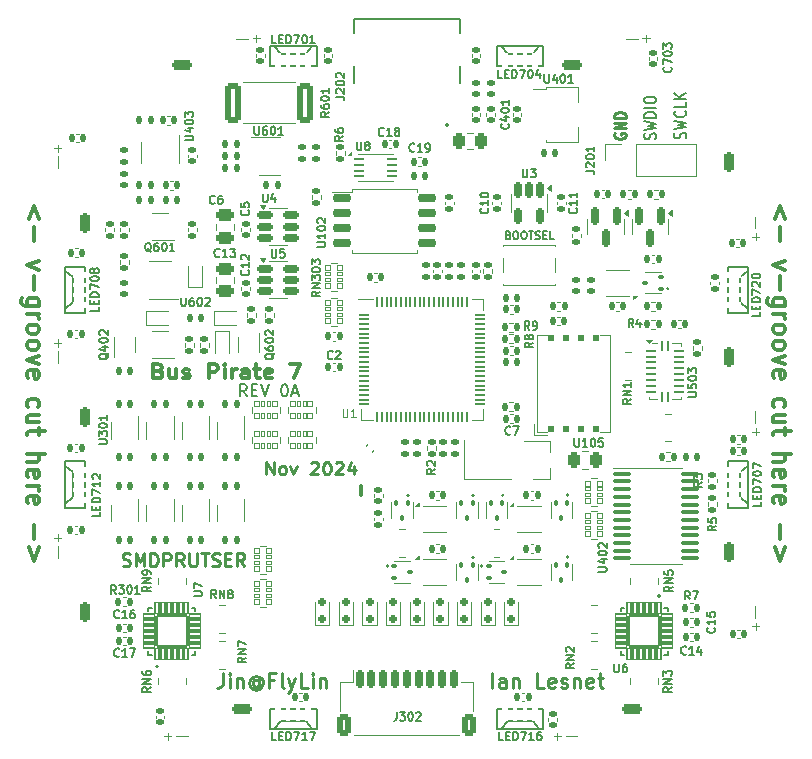
<source format=gto>
G04 #@! TF.GenerationSoftware,KiCad,Pcbnew,8.0.6*
G04 #@! TF.CreationDate,2024-11-01T16:37:01+01:00*
G04 #@! TF.ProjectId,7-REV0,372d5245-5630-42e6-9b69-6361645f7063,rev?*
G04 #@! TF.SameCoordinates,Original*
G04 #@! TF.FileFunction,Legend,Top*
G04 #@! TF.FilePolarity,Positive*
%FSLAX46Y46*%
G04 Gerber Fmt 4.6, Leading zero omitted, Abs format (unit mm)*
G04 Created by KiCad (PCBNEW 8.0.6) date 2024-11-01 16:37:01*
%MOMM*%
%LPD*%
G01*
G04 APERTURE LIST*
G04 Aperture macros list*
%AMRoundRect*
0 Rectangle with rounded corners*
0 $1 Rounding radius*
0 $2 $3 $4 $5 $6 $7 $8 $9 X,Y pos of 4 corners*
0 Add a 4 corners polygon primitive as box body*
4,1,4,$2,$3,$4,$5,$6,$7,$8,$9,$2,$3,0*
0 Add four circle primitives for the rounded corners*
1,1,$1+$1,$2,$3*
1,1,$1+$1,$4,$5*
1,1,$1+$1,$6,$7*
1,1,$1+$1,$8,$9*
0 Add four rect primitives between the rounded corners*
20,1,$1+$1,$2,$3,$4,$5,0*
20,1,$1+$1,$4,$5,$6,$7,0*
20,1,$1+$1,$6,$7,$8,$9,0*
20,1,$1+$1,$8,$9,$2,$3,0*%
%AMFreePoly0*
4,1,5,0.215000,-0.575000,-0.215000,-0.575000,-0.215000,0.575000,0.215000,0.575000,0.215000,-0.575000,0.215000,-0.575000,$1*%
%AMFreePoly1*
4,1,9,3.862500,-0.866500,0.737500,-0.866500,0.737500,-0.450000,-0.737500,-0.450000,-0.737500,0.450000,0.737500,0.450000,0.737500,0.866500,3.862500,0.866500,3.862500,-0.866500,3.862500,-0.866500,$1*%
G04 Aperture macros list end*
%ADD10C,0.212500*%
%ADD11C,0.187500*%
%ADD12C,0.250000*%
%ADD13C,0.350000*%
%ADD14C,0.162500*%
%ADD15C,0.200000*%
%ADD16C,0.300000*%
%ADD17C,0.100000*%
%ADD18C,0.150000*%
%ADD19C,0.175000*%
%ADD20C,0.120000*%
%ADD21C,0.127000*%
%ADD22C,0.152400*%
%ADD23R,1.700000X0.820000*%
%ADD24RoundRect,0.205000X0.645000X0.205000X-0.645000X0.205000X-0.645000X-0.205000X0.645000X-0.205000X0*%
%ADD25RoundRect,0.205000X-0.645000X-0.205000X0.645000X-0.205000X0.645000X0.205000X-0.645000X0.205000X0*%
%ADD26R,0.820000X1.700000*%
%ADD27RoundRect,0.205000X-0.205000X0.645000X-0.205000X-0.645000X0.205000X-0.645000X0.205000X0.645000X0*%
%ADD28RoundRect,0.205000X0.205000X-0.645000X0.205000X0.645000X-0.205000X0.645000X-0.205000X-0.645000X0*%
%ADD29RoundRect,0.147500X-0.147500X-0.172500X0.147500X-0.172500X0.147500X0.172500X-0.147500X0.172500X0*%
%ADD30RoundRect,0.147500X0.147500X0.172500X-0.147500X0.172500X-0.147500X-0.172500X0.147500X-0.172500X0*%
%ADD31RoundRect,0.140000X-0.140000X-0.170000X0.140000X-0.170000X0.140000X0.170000X-0.140000X0.170000X0*%
%ADD32RoundRect,0.147500X0.172500X-0.147500X0.172500X0.147500X-0.172500X0.147500X-0.172500X-0.147500X0*%
%ADD33RoundRect,0.147500X-0.017678X0.226274X-0.226274X0.017678X0.017678X-0.226274X0.226274X-0.017678X0*%
%ADD34C,3.200000*%
%ADD35R,0.400000X0.650000*%
%ADD36RoundRect,0.243750X0.243750X0.456250X-0.243750X0.456250X-0.243750X-0.456250X0.243750X-0.456250X0*%
%ADD37RoundRect,0.140000X0.140000X0.170000X-0.140000X0.170000X-0.140000X-0.170000X0.140000X-0.170000X0*%
%ADD38RoundRect,0.140000X0.170000X-0.140000X0.170000X0.140000X-0.170000X0.140000X-0.170000X-0.140000X0*%
%ADD39RoundRect,0.147500X-0.172500X0.147500X-0.172500X-0.147500X0.172500X-0.147500X0.172500X0.147500X0*%
%ADD40RoundRect,0.135000X0.135000X0.185000X-0.135000X0.185000X-0.135000X-0.185000X0.135000X-0.185000X0*%
%ADD41RoundRect,0.140000X-0.170000X0.140000X-0.170000X-0.140000X0.170000X-0.140000X0.170000X0.140000X0*%
%ADD42RoundRect,0.030000X0.200000X-0.250000X0.200000X0.250000X-0.200000X0.250000X-0.200000X-0.250000X0*%
%ADD43RoundRect,0.030000X0.150000X-0.250000X0.150000X0.250000X-0.150000X0.250000X-0.150000X-0.250000X0*%
%ADD44RoundRect,0.249998X-0.262502X-0.450002X0.262502X-0.450002X0.262502X0.450002X-0.262502X0.450002X0*%
%ADD45RoundRect,0.150000X-0.650000X-0.150000X0.650000X-0.150000X0.650000X0.150000X-0.650000X0.150000X0*%
%ADD46C,2.000000*%
%ADD47R,1.700000X1.700000*%
%ADD48O,1.700000X1.700000*%
%ADD49RoundRect,0.135000X-0.185000X0.135000X-0.185000X-0.135000X0.185000X-0.135000X0.185000X0.135000X0*%
%ADD50RoundRect,0.150000X-0.150000X-0.625000X0.150000X-0.625000X0.150000X0.625000X-0.150000X0.625000X0*%
%ADD51RoundRect,0.249999X-0.350001X-0.650001X0.350001X-0.650001X0.350001X0.650001X-0.350001X0.650001X0*%
%ADD52RoundRect,0.062500X-0.062500X-0.350000X0.062500X-0.350000X0.062500X0.350000X-0.062500X0.350000X0*%
%ADD53RoundRect,0.062500X-0.350000X-0.062500X0.350000X-0.062500X0.350000X0.062500X-0.350000X0.062500X0*%
%ADD54R,1.000000X3.000000*%
%ADD55R,1.400000X1.200000*%
%ADD56R,0.900000X0.800000*%
%ADD57R,1.050000X0.650000*%
%ADD58R,0.700000X0.600000*%
%ADD59RoundRect,0.135000X0.185000X-0.135000X0.185000X0.135000X-0.185000X0.135000X-0.185000X-0.135000X0*%
%ADD60RoundRect,0.249999X0.450001X1.425001X-0.450001X1.425001X-0.450001X-1.425001X0.450001X-1.425001X0*%
%ADD61R,0.400000X0.510000*%
%ADD62R,0.650000X1.060000*%
%ADD63R,0.650000X0.400000*%
%ADD64R,0.600000X0.700000*%
%ADD65RoundRect,0.030000X0.250000X0.200000X-0.250000X0.200000X-0.250000X-0.200000X0.250000X-0.200000X0*%
%ADD66RoundRect,0.030000X0.250000X0.150000X-0.250000X0.150000X-0.250000X-0.150000X0.250000X-0.150000X0*%
%ADD67RoundRect,0.100000X-0.637500X-0.100000X0.637500X-0.100000X0.637500X0.100000X-0.637500X0.100000X0*%
%ADD68RoundRect,0.135000X-0.135000X-0.185000X0.135000X-0.185000X0.135000X0.185000X-0.135000X0.185000X0*%
%ADD69RoundRect,0.030000X-0.250000X-0.200000X0.250000X-0.200000X0.250000X0.200000X-0.250000X0.200000X0*%
%ADD70RoundRect,0.030000X-0.250000X-0.150000X0.250000X-0.150000X0.250000X0.150000X-0.250000X0.150000X0*%
%ADD71C,0.700000*%
%ADD72R,0.600000X1.450000*%
%ADD73R,0.300000X1.450000*%
%ADD74O,1.050000X2.100000*%
%ADD75FreePoly0,90.000000*%
%ADD76R,1.150000X0.430000*%
%ADD77FreePoly0,0.000000*%
%ADD78R,0.430000X1.150000*%
%ADD79FreePoly0,270.000000*%
%ADD80FreePoly0,180.000000*%
%ADD81R,0.500000X0.400000*%
%ADD82R,0.500000X0.300000*%
%ADD83R,1.300000X0.900000*%
%ADD84FreePoly1,0.000000*%
%ADD85R,1.060000X0.650000*%
%ADD86RoundRect,0.202500X0.022500X-0.247500X0.022500X0.247500X-0.022500X0.247500X-0.022500X-0.247500X0*%
%ADD87RoundRect,0.100000X0.100000X-0.155000X0.100000X0.155000X-0.100000X0.155000X-0.100000X-0.155000X0*%
%ADD88R,0.400000X0.500000*%
%ADD89R,0.300000X0.500000*%
%ADD90R,1.050000X1.750000*%
%ADD91R,0.900000X0.290000*%
%ADD92R,0.290000X0.900000*%
%ADD93R,4.000000X2.000000*%
%ADD94RoundRect,0.100000X0.155000X0.100000X-0.155000X0.100000X-0.155000X-0.100000X0.155000X-0.100000X0*%
%ADD95RoundRect,0.150000X-0.200000X0.150000X-0.200000X-0.150000X0.200000X-0.150000X0.200000X0.150000X0*%
%ADD96RoundRect,0.140000X-0.021213X0.219203X-0.219203X0.021213X0.021213X-0.219203X0.219203X-0.021213X0*%
%ADD97RoundRect,0.150000X-0.512500X-0.150000X0.512500X-0.150000X0.512500X0.150000X-0.512500X0.150000X0*%
%ADD98RoundRect,0.250000X0.475000X-0.250000X0.475000X0.250000X-0.475000X0.250000X-0.475000X-0.250000X0*%
%ADD99RoundRect,0.055000X0.335000X-0.055000X0.335000X0.055000X-0.335000X0.055000X-0.335000X-0.055000X0*%
%ADD100RoundRect,0.055000X-0.055000X-0.335000X0.055000X-0.335000X0.055000X0.335000X-0.055000X0.335000X0*%
%ADD101C,0.600000*%
%ADD102R,1.133333X1.133333*%
%ADD103RoundRect,0.059250X0.177750X-0.472750X0.177750X0.472750X-0.177750X0.472750X-0.177750X-0.472750X0*%
%ADD104RoundRect,0.059250X0.472750X-0.177750X0.472750X0.177750X-0.472750X0.177750X-0.472750X-0.177750X0*%
%ADD105RoundRect,0.102000X1.300000X-1.300000X1.300000X1.300000X-1.300000X1.300000X-1.300000X-1.300000X0*%
%ADD106RoundRect,0.100000X-0.155000X-0.100000X0.155000X-0.100000X0.155000X0.100000X-0.155000X0.100000X0*%
%ADD107RoundRect,0.150000X-0.150000X0.587500X-0.150000X-0.587500X0.150000X-0.587500X0.150000X0.587500X0*%
%ADD108RoundRect,0.150000X-0.150000X0.512500X-0.150000X-0.512500X0.150000X-0.512500X0.150000X0.512500X0*%
%ADD109RoundRect,0.059250X-0.177750X0.472750X-0.177750X-0.472750X0.177750X-0.472750X0.177750X0.472750X0*%
%ADD110RoundRect,0.059250X-0.472750X0.177750X-0.472750X-0.177750X0.472750X-0.177750X0.472750X0.177750X0*%
%ADD111RoundRect,0.102000X-1.300000X1.300000X-1.300000X-1.300000X1.300000X-1.300000X1.300000X1.300000X0*%
%ADD112RoundRect,0.062500X-0.387500X-0.062500X0.387500X-0.062500X0.387500X0.062500X-0.387500X0.062500X0*%
%ADD113R,0.200000X1.600000*%
G04 APERTURE END LIST*
D10*
X147499188Y-68582658D02*
X147451569Y-68663611D01*
X147451569Y-68663611D02*
X147451569Y-68785039D01*
X147451569Y-68785039D02*
X147499188Y-68906468D01*
X147499188Y-68906468D02*
X147594426Y-68987420D01*
X147594426Y-68987420D02*
X147689664Y-69027897D01*
X147689664Y-69027897D02*
X147880140Y-69068373D01*
X147880140Y-69068373D02*
X148022997Y-69068373D01*
X148022997Y-69068373D02*
X148213473Y-69027897D01*
X148213473Y-69027897D02*
X148308711Y-68987420D01*
X148308711Y-68987420D02*
X148403950Y-68906468D01*
X148403950Y-68906468D02*
X148451569Y-68785039D01*
X148451569Y-68785039D02*
X148451569Y-68704087D01*
X148451569Y-68704087D02*
X148403950Y-68582658D01*
X148403950Y-68582658D02*
X148356330Y-68542182D01*
X148356330Y-68542182D02*
X148022997Y-68542182D01*
X148022997Y-68542182D02*
X148022997Y-68704087D01*
X148451569Y-68177897D02*
X147451569Y-68177897D01*
X147451569Y-68177897D02*
X148451569Y-67692182D01*
X148451569Y-67692182D02*
X147451569Y-67692182D01*
X148451569Y-67287421D02*
X147451569Y-67287421D01*
X147451569Y-67287421D02*
X147451569Y-67085040D01*
X147451569Y-67085040D02*
X147499188Y-66963611D01*
X147499188Y-66963611D02*
X147594426Y-66882659D01*
X147594426Y-66882659D02*
X147689664Y-66842182D01*
X147689664Y-66842182D02*
X147880140Y-66801706D01*
X147880140Y-66801706D02*
X148022997Y-66801706D01*
X148022997Y-66801706D02*
X148213473Y-66842182D01*
X148213473Y-66842182D02*
X148308711Y-66882659D01*
X148308711Y-66882659D02*
X148403950Y-66963611D01*
X148403950Y-66963611D02*
X148451569Y-67085040D01*
X148451569Y-67085040D02*
X148451569Y-67287421D01*
D11*
X150955250Y-69087641D02*
X151002869Y-68966212D01*
X151002869Y-68966212D02*
X151002869Y-68763831D01*
X151002869Y-68763831D02*
X150955250Y-68682879D01*
X150955250Y-68682879D02*
X150907630Y-68642403D01*
X150907630Y-68642403D02*
X150812392Y-68601926D01*
X150812392Y-68601926D02*
X150717154Y-68601926D01*
X150717154Y-68601926D02*
X150621916Y-68642403D01*
X150621916Y-68642403D02*
X150574297Y-68682879D01*
X150574297Y-68682879D02*
X150526678Y-68763831D01*
X150526678Y-68763831D02*
X150479059Y-68925736D01*
X150479059Y-68925736D02*
X150431440Y-69006688D01*
X150431440Y-69006688D02*
X150383821Y-69047165D01*
X150383821Y-69047165D02*
X150288583Y-69087641D01*
X150288583Y-69087641D02*
X150193345Y-69087641D01*
X150193345Y-69087641D02*
X150098107Y-69047165D01*
X150098107Y-69047165D02*
X150050488Y-69006688D01*
X150050488Y-69006688D02*
X150002869Y-68925736D01*
X150002869Y-68925736D02*
X150002869Y-68723355D01*
X150002869Y-68723355D02*
X150050488Y-68601926D01*
X150002869Y-68318593D02*
X151002869Y-68116212D01*
X151002869Y-68116212D02*
X150288583Y-67954307D01*
X150288583Y-67954307D02*
X151002869Y-67792402D01*
X151002869Y-67792402D02*
X150002869Y-67590022D01*
X151002869Y-67266212D02*
X150002869Y-67266212D01*
X150002869Y-67266212D02*
X150002869Y-67063831D01*
X150002869Y-67063831D02*
X150050488Y-66942402D01*
X150050488Y-66942402D02*
X150145726Y-66861450D01*
X150145726Y-66861450D02*
X150240964Y-66820973D01*
X150240964Y-66820973D02*
X150431440Y-66780497D01*
X150431440Y-66780497D02*
X150574297Y-66780497D01*
X150574297Y-66780497D02*
X150764773Y-66820973D01*
X150764773Y-66820973D02*
X150860011Y-66861450D01*
X150860011Y-66861450D02*
X150955250Y-66942402D01*
X150955250Y-66942402D02*
X151002869Y-67063831D01*
X151002869Y-67063831D02*
X151002869Y-67266212D01*
X151002869Y-66416212D02*
X150002869Y-66416212D01*
X150002869Y-65849545D02*
X150002869Y-65687640D01*
X150002869Y-65687640D02*
X150050488Y-65606688D01*
X150050488Y-65606688D02*
X150145726Y-65525735D01*
X150145726Y-65525735D02*
X150336202Y-65485259D01*
X150336202Y-65485259D02*
X150669535Y-65485259D01*
X150669535Y-65485259D02*
X150860011Y-65525735D01*
X150860011Y-65525735D02*
X150955250Y-65606688D01*
X150955250Y-65606688D02*
X151002869Y-65687640D01*
X151002869Y-65687640D02*
X151002869Y-65849545D01*
X151002869Y-65849545D02*
X150955250Y-65930497D01*
X150955250Y-65930497D02*
X150860011Y-66011450D01*
X150860011Y-66011450D02*
X150669535Y-66051926D01*
X150669535Y-66051926D02*
X150336202Y-66051926D01*
X150336202Y-66051926D02*
X150145726Y-66011450D01*
X150145726Y-66011450D02*
X150050488Y-65930497D01*
X150050488Y-65930497D02*
X150002869Y-65849545D01*
D12*
X118004762Y-97449619D02*
X118004762Y-96449619D01*
X118004762Y-96449619D02*
X118633334Y-97449619D01*
X118633334Y-97449619D02*
X118633334Y-96449619D01*
X119314286Y-97449619D02*
X119209524Y-97402000D01*
X119209524Y-97402000D02*
X119157143Y-97354380D01*
X119157143Y-97354380D02*
X119104762Y-97259142D01*
X119104762Y-97259142D02*
X119104762Y-96973428D01*
X119104762Y-96973428D02*
X119157143Y-96878190D01*
X119157143Y-96878190D02*
X119209524Y-96830571D01*
X119209524Y-96830571D02*
X119314286Y-96782952D01*
X119314286Y-96782952D02*
X119471429Y-96782952D01*
X119471429Y-96782952D02*
X119576191Y-96830571D01*
X119576191Y-96830571D02*
X119628572Y-96878190D01*
X119628572Y-96878190D02*
X119680953Y-96973428D01*
X119680953Y-96973428D02*
X119680953Y-97259142D01*
X119680953Y-97259142D02*
X119628572Y-97354380D01*
X119628572Y-97354380D02*
X119576191Y-97402000D01*
X119576191Y-97402000D02*
X119471429Y-97449619D01*
X119471429Y-97449619D02*
X119314286Y-97449619D01*
X120047619Y-96782952D02*
X120309524Y-97449619D01*
X120309524Y-97449619D02*
X120571429Y-96782952D01*
X121776190Y-96544857D02*
X121828571Y-96497238D01*
X121828571Y-96497238D02*
X121933333Y-96449619D01*
X121933333Y-96449619D02*
X122195238Y-96449619D01*
X122195238Y-96449619D02*
X122300000Y-96497238D01*
X122300000Y-96497238D02*
X122352381Y-96544857D01*
X122352381Y-96544857D02*
X122404762Y-96640095D01*
X122404762Y-96640095D02*
X122404762Y-96735333D01*
X122404762Y-96735333D02*
X122352381Y-96878190D01*
X122352381Y-96878190D02*
X121723809Y-97449619D01*
X121723809Y-97449619D02*
X122404762Y-97449619D01*
X123085714Y-96449619D02*
X123190476Y-96449619D01*
X123190476Y-96449619D02*
X123295238Y-96497238D01*
X123295238Y-96497238D02*
X123347619Y-96544857D01*
X123347619Y-96544857D02*
X123400000Y-96640095D01*
X123400000Y-96640095D02*
X123452381Y-96830571D01*
X123452381Y-96830571D02*
X123452381Y-97068666D01*
X123452381Y-97068666D02*
X123400000Y-97259142D01*
X123400000Y-97259142D02*
X123347619Y-97354380D01*
X123347619Y-97354380D02*
X123295238Y-97402000D01*
X123295238Y-97402000D02*
X123190476Y-97449619D01*
X123190476Y-97449619D02*
X123085714Y-97449619D01*
X123085714Y-97449619D02*
X122980952Y-97402000D01*
X122980952Y-97402000D02*
X122928571Y-97354380D01*
X122928571Y-97354380D02*
X122876190Y-97259142D01*
X122876190Y-97259142D02*
X122823809Y-97068666D01*
X122823809Y-97068666D02*
X122823809Y-96830571D01*
X122823809Y-96830571D02*
X122876190Y-96640095D01*
X122876190Y-96640095D02*
X122928571Y-96544857D01*
X122928571Y-96544857D02*
X122980952Y-96497238D01*
X122980952Y-96497238D02*
X123085714Y-96449619D01*
X123871428Y-96544857D02*
X123923809Y-96497238D01*
X123923809Y-96497238D02*
X124028571Y-96449619D01*
X124028571Y-96449619D02*
X124290476Y-96449619D01*
X124290476Y-96449619D02*
X124395238Y-96497238D01*
X124395238Y-96497238D02*
X124447619Y-96544857D01*
X124447619Y-96544857D02*
X124500000Y-96640095D01*
X124500000Y-96640095D02*
X124500000Y-96735333D01*
X124500000Y-96735333D02*
X124447619Y-96878190D01*
X124447619Y-96878190D02*
X123819047Y-97449619D01*
X123819047Y-97449619D02*
X124500000Y-97449619D01*
X125442857Y-96782952D02*
X125442857Y-97449619D01*
X125180952Y-96402000D02*
X124919047Y-97116285D01*
X124919047Y-97116285D02*
X125600000Y-97116285D01*
X105840476Y-105193500D02*
X105997619Y-105245880D01*
X105997619Y-105245880D02*
X106259524Y-105245880D01*
X106259524Y-105245880D02*
X106364286Y-105193500D01*
X106364286Y-105193500D02*
X106416667Y-105141119D01*
X106416667Y-105141119D02*
X106469048Y-105036357D01*
X106469048Y-105036357D02*
X106469048Y-104931595D01*
X106469048Y-104931595D02*
X106416667Y-104826833D01*
X106416667Y-104826833D02*
X106364286Y-104774452D01*
X106364286Y-104774452D02*
X106259524Y-104722071D01*
X106259524Y-104722071D02*
X106050000Y-104669690D01*
X106050000Y-104669690D02*
X105945238Y-104617309D01*
X105945238Y-104617309D02*
X105892857Y-104564928D01*
X105892857Y-104564928D02*
X105840476Y-104460166D01*
X105840476Y-104460166D02*
X105840476Y-104355404D01*
X105840476Y-104355404D02*
X105892857Y-104250642D01*
X105892857Y-104250642D02*
X105945238Y-104198261D01*
X105945238Y-104198261D02*
X106050000Y-104145880D01*
X106050000Y-104145880D02*
X106311905Y-104145880D01*
X106311905Y-104145880D02*
X106469048Y-104198261D01*
X106940476Y-105245880D02*
X106940476Y-104145880D01*
X106940476Y-104145880D02*
X107307143Y-104931595D01*
X107307143Y-104931595D02*
X107673810Y-104145880D01*
X107673810Y-104145880D02*
X107673810Y-105245880D01*
X108197619Y-105245880D02*
X108197619Y-104145880D01*
X108197619Y-104145880D02*
X108459524Y-104145880D01*
X108459524Y-104145880D02*
X108616667Y-104198261D01*
X108616667Y-104198261D02*
X108721429Y-104303023D01*
X108721429Y-104303023D02*
X108773810Y-104407785D01*
X108773810Y-104407785D02*
X108826191Y-104617309D01*
X108826191Y-104617309D02*
X108826191Y-104774452D01*
X108826191Y-104774452D02*
X108773810Y-104983976D01*
X108773810Y-104983976D02*
X108721429Y-105088738D01*
X108721429Y-105088738D02*
X108616667Y-105193500D01*
X108616667Y-105193500D02*
X108459524Y-105245880D01*
X108459524Y-105245880D02*
X108197619Y-105245880D01*
X109297619Y-105245880D02*
X109297619Y-104145880D01*
X109297619Y-104145880D02*
X109716667Y-104145880D01*
X109716667Y-104145880D02*
X109821429Y-104198261D01*
X109821429Y-104198261D02*
X109873810Y-104250642D01*
X109873810Y-104250642D02*
X109926191Y-104355404D01*
X109926191Y-104355404D02*
X109926191Y-104512547D01*
X109926191Y-104512547D02*
X109873810Y-104617309D01*
X109873810Y-104617309D02*
X109821429Y-104669690D01*
X109821429Y-104669690D02*
X109716667Y-104722071D01*
X109716667Y-104722071D02*
X109297619Y-104722071D01*
X111026191Y-105245880D02*
X110659524Y-104722071D01*
X110397619Y-105245880D02*
X110397619Y-104145880D01*
X110397619Y-104145880D02*
X110816667Y-104145880D01*
X110816667Y-104145880D02*
X110921429Y-104198261D01*
X110921429Y-104198261D02*
X110973810Y-104250642D01*
X110973810Y-104250642D02*
X111026191Y-104355404D01*
X111026191Y-104355404D02*
X111026191Y-104512547D01*
X111026191Y-104512547D02*
X110973810Y-104617309D01*
X110973810Y-104617309D02*
X110921429Y-104669690D01*
X110921429Y-104669690D02*
X110816667Y-104722071D01*
X110816667Y-104722071D02*
X110397619Y-104722071D01*
X111497619Y-104145880D02*
X111497619Y-105036357D01*
X111497619Y-105036357D02*
X111550000Y-105141119D01*
X111550000Y-105141119D02*
X111602381Y-105193500D01*
X111602381Y-105193500D02*
X111707143Y-105245880D01*
X111707143Y-105245880D02*
X111916667Y-105245880D01*
X111916667Y-105245880D02*
X112021429Y-105193500D01*
X112021429Y-105193500D02*
X112073810Y-105141119D01*
X112073810Y-105141119D02*
X112126191Y-105036357D01*
X112126191Y-105036357D02*
X112126191Y-104145880D01*
X112492857Y-104145880D02*
X113121429Y-104145880D01*
X112807143Y-105245880D02*
X112807143Y-104145880D01*
X113435714Y-105193500D02*
X113592857Y-105245880D01*
X113592857Y-105245880D02*
X113854762Y-105245880D01*
X113854762Y-105245880D02*
X113959524Y-105193500D01*
X113959524Y-105193500D02*
X114011905Y-105141119D01*
X114011905Y-105141119D02*
X114064286Y-105036357D01*
X114064286Y-105036357D02*
X114064286Y-104931595D01*
X114064286Y-104931595D02*
X114011905Y-104826833D01*
X114011905Y-104826833D02*
X113959524Y-104774452D01*
X113959524Y-104774452D02*
X113854762Y-104722071D01*
X113854762Y-104722071D02*
X113645238Y-104669690D01*
X113645238Y-104669690D02*
X113540476Y-104617309D01*
X113540476Y-104617309D02*
X113488095Y-104564928D01*
X113488095Y-104564928D02*
X113435714Y-104460166D01*
X113435714Y-104460166D02*
X113435714Y-104355404D01*
X113435714Y-104355404D02*
X113488095Y-104250642D01*
X113488095Y-104250642D02*
X113540476Y-104198261D01*
X113540476Y-104198261D02*
X113645238Y-104145880D01*
X113645238Y-104145880D02*
X113907143Y-104145880D01*
X113907143Y-104145880D02*
X114064286Y-104198261D01*
X114535714Y-104669690D02*
X114902381Y-104669690D01*
X115059524Y-105245880D02*
X114535714Y-105245880D01*
X114535714Y-105245880D02*
X114535714Y-104145880D01*
X114535714Y-104145880D02*
X115059524Y-104145880D01*
X116159524Y-105245880D02*
X115792857Y-104722071D01*
X115530952Y-105245880D02*
X115530952Y-104145880D01*
X115530952Y-104145880D02*
X115950000Y-104145880D01*
X115950000Y-104145880D02*
X116054762Y-104198261D01*
X116054762Y-104198261D02*
X116107143Y-104250642D01*
X116107143Y-104250642D02*
X116159524Y-104355404D01*
X116159524Y-104355404D02*
X116159524Y-104512547D01*
X116159524Y-104512547D02*
X116107143Y-104617309D01*
X116107143Y-104617309D02*
X116054762Y-104669690D01*
X116054762Y-104669690D02*
X115950000Y-104722071D01*
X115950000Y-104722071D02*
X115530952Y-104722071D01*
X137136905Y-115565273D02*
X137136905Y-114315273D01*
X138267857Y-115565273D02*
X138267857Y-114910511D01*
X138267857Y-114910511D02*
X138208333Y-114791464D01*
X138208333Y-114791464D02*
X138089285Y-114731940D01*
X138089285Y-114731940D02*
X137851190Y-114731940D01*
X137851190Y-114731940D02*
X137732143Y-114791464D01*
X138267857Y-115505750D02*
X138148809Y-115565273D01*
X138148809Y-115565273D02*
X137851190Y-115565273D01*
X137851190Y-115565273D02*
X137732143Y-115505750D01*
X137732143Y-115505750D02*
X137672619Y-115386702D01*
X137672619Y-115386702D02*
X137672619Y-115267654D01*
X137672619Y-115267654D02*
X137732143Y-115148607D01*
X137732143Y-115148607D02*
X137851190Y-115089083D01*
X137851190Y-115089083D02*
X138148809Y-115089083D01*
X138148809Y-115089083D02*
X138267857Y-115029559D01*
X138863095Y-114731940D02*
X138863095Y-115565273D01*
X138863095Y-114850988D02*
X138922618Y-114791464D01*
X138922618Y-114791464D02*
X139041666Y-114731940D01*
X139041666Y-114731940D02*
X139220237Y-114731940D01*
X139220237Y-114731940D02*
X139339285Y-114791464D01*
X139339285Y-114791464D02*
X139398809Y-114910511D01*
X139398809Y-114910511D02*
X139398809Y-115565273D01*
X141541666Y-115565273D02*
X140946428Y-115565273D01*
X140946428Y-115565273D02*
X140946428Y-114315273D01*
X142434523Y-115505750D02*
X142315475Y-115565273D01*
X142315475Y-115565273D02*
X142077380Y-115565273D01*
X142077380Y-115565273D02*
X141958333Y-115505750D01*
X141958333Y-115505750D02*
X141898809Y-115386702D01*
X141898809Y-115386702D02*
X141898809Y-114910511D01*
X141898809Y-114910511D02*
X141958333Y-114791464D01*
X141958333Y-114791464D02*
X142077380Y-114731940D01*
X142077380Y-114731940D02*
X142315475Y-114731940D01*
X142315475Y-114731940D02*
X142434523Y-114791464D01*
X142434523Y-114791464D02*
X142494047Y-114910511D01*
X142494047Y-114910511D02*
X142494047Y-115029559D01*
X142494047Y-115029559D02*
X141898809Y-115148607D01*
X142970238Y-115505750D02*
X143089285Y-115565273D01*
X143089285Y-115565273D02*
X143327381Y-115565273D01*
X143327381Y-115565273D02*
X143446428Y-115505750D01*
X143446428Y-115505750D02*
X143505952Y-115386702D01*
X143505952Y-115386702D02*
X143505952Y-115327178D01*
X143505952Y-115327178D02*
X143446428Y-115208130D01*
X143446428Y-115208130D02*
X143327381Y-115148607D01*
X143327381Y-115148607D02*
X143148809Y-115148607D01*
X143148809Y-115148607D02*
X143029762Y-115089083D01*
X143029762Y-115089083D02*
X142970238Y-114970035D01*
X142970238Y-114970035D02*
X142970238Y-114910511D01*
X142970238Y-114910511D02*
X143029762Y-114791464D01*
X143029762Y-114791464D02*
X143148809Y-114731940D01*
X143148809Y-114731940D02*
X143327381Y-114731940D01*
X143327381Y-114731940D02*
X143446428Y-114791464D01*
X144041667Y-114731940D02*
X144041667Y-115565273D01*
X144041667Y-114850988D02*
X144101190Y-114791464D01*
X144101190Y-114791464D02*
X144220238Y-114731940D01*
X144220238Y-114731940D02*
X144398809Y-114731940D01*
X144398809Y-114731940D02*
X144517857Y-114791464D01*
X144517857Y-114791464D02*
X144577381Y-114910511D01*
X144577381Y-114910511D02*
X144577381Y-115565273D01*
X145648809Y-115505750D02*
X145529761Y-115565273D01*
X145529761Y-115565273D02*
X145291666Y-115565273D01*
X145291666Y-115565273D02*
X145172619Y-115505750D01*
X145172619Y-115505750D02*
X145113095Y-115386702D01*
X145113095Y-115386702D02*
X145113095Y-114910511D01*
X145113095Y-114910511D02*
X145172619Y-114791464D01*
X145172619Y-114791464D02*
X145291666Y-114731940D01*
X145291666Y-114731940D02*
X145529761Y-114731940D01*
X145529761Y-114731940D02*
X145648809Y-114791464D01*
X145648809Y-114791464D02*
X145708333Y-114910511D01*
X145708333Y-114910511D02*
X145708333Y-115029559D01*
X145708333Y-115029559D02*
X145113095Y-115148607D01*
X146065476Y-114731940D02*
X146541667Y-114731940D01*
X146244048Y-114315273D02*
X146244048Y-115386702D01*
X146244048Y-115386702D02*
X146303571Y-115505750D01*
X146303571Y-115505750D02*
X146422619Y-115565273D01*
X146422619Y-115565273D02*
X146541667Y-115565273D01*
D11*
X153505250Y-69030498D02*
X153552869Y-68909069D01*
X153552869Y-68909069D02*
X153552869Y-68706688D01*
X153552869Y-68706688D02*
X153505250Y-68625736D01*
X153505250Y-68625736D02*
X153457630Y-68585260D01*
X153457630Y-68585260D02*
X153362392Y-68544783D01*
X153362392Y-68544783D02*
X153267154Y-68544783D01*
X153267154Y-68544783D02*
X153171916Y-68585260D01*
X153171916Y-68585260D02*
X153124297Y-68625736D01*
X153124297Y-68625736D02*
X153076678Y-68706688D01*
X153076678Y-68706688D02*
X153029059Y-68868593D01*
X153029059Y-68868593D02*
X152981440Y-68949545D01*
X152981440Y-68949545D02*
X152933821Y-68990022D01*
X152933821Y-68990022D02*
X152838583Y-69030498D01*
X152838583Y-69030498D02*
X152743345Y-69030498D01*
X152743345Y-69030498D02*
X152648107Y-68990022D01*
X152648107Y-68990022D02*
X152600488Y-68949545D01*
X152600488Y-68949545D02*
X152552869Y-68868593D01*
X152552869Y-68868593D02*
X152552869Y-68666212D01*
X152552869Y-68666212D02*
X152600488Y-68544783D01*
X152552869Y-68261450D02*
X153552869Y-68059069D01*
X153552869Y-68059069D02*
X152838583Y-67897164D01*
X152838583Y-67897164D02*
X153552869Y-67735259D01*
X153552869Y-67735259D02*
X152552869Y-67532879D01*
X153457630Y-66723354D02*
X153505250Y-66763830D01*
X153505250Y-66763830D02*
X153552869Y-66885259D01*
X153552869Y-66885259D02*
X153552869Y-66966211D01*
X153552869Y-66966211D02*
X153505250Y-67087640D01*
X153505250Y-67087640D02*
X153410011Y-67168592D01*
X153410011Y-67168592D02*
X153314773Y-67209069D01*
X153314773Y-67209069D02*
X153124297Y-67249545D01*
X153124297Y-67249545D02*
X152981440Y-67249545D01*
X152981440Y-67249545D02*
X152790964Y-67209069D01*
X152790964Y-67209069D02*
X152695726Y-67168592D01*
X152695726Y-67168592D02*
X152600488Y-67087640D01*
X152600488Y-67087640D02*
X152552869Y-66966211D01*
X152552869Y-66966211D02*
X152552869Y-66885259D01*
X152552869Y-66885259D02*
X152600488Y-66763830D01*
X152600488Y-66763830D02*
X152648107Y-66723354D01*
X153552869Y-65954307D02*
X153552869Y-66359069D01*
X153552869Y-66359069D02*
X152552869Y-66359069D01*
X153552869Y-65670974D02*
X152552869Y-65670974D01*
X153552869Y-65185259D02*
X152981440Y-65549545D01*
X152552869Y-65185259D02*
X153124297Y-65670974D01*
D13*
X161924271Y-75857144D02*
X161495700Y-74714286D01*
X161495700Y-74714286D02*
X161067128Y-75857144D01*
X161495700Y-76571429D02*
X161495700Y-77714287D01*
X161924271Y-79428572D02*
X160924271Y-79785715D01*
X160924271Y-79785715D02*
X161924271Y-80142858D01*
X161495700Y-80714286D02*
X161495700Y-81857144D01*
X161924271Y-83214287D02*
X160709985Y-83214287D01*
X160709985Y-83214287D02*
X160567128Y-83142858D01*
X160567128Y-83142858D02*
X160495700Y-83071429D01*
X160495700Y-83071429D02*
X160424271Y-82928572D01*
X160424271Y-82928572D02*
X160424271Y-82714287D01*
X160424271Y-82714287D02*
X160495700Y-82571429D01*
X160995700Y-83214287D02*
X160924271Y-83071429D01*
X160924271Y-83071429D02*
X160924271Y-82785715D01*
X160924271Y-82785715D02*
X160995700Y-82642858D01*
X160995700Y-82642858D02*
X161067128Y-82571429D01*
X161067128Y-82571429D02*
X161209985Y-82500001D01*
X161209985Y-82500001D02*
X161638557Y-82500001D01*
X161638557Y-82500001D02*
X161781414Y-82571429D01*
X161781414Y-82571429D02*
X161852842Y-82642858D01*
X161852842Y-82642858D02*
X161924271Y-82785715D01*
X161924271Y-82785715D02*
X161924271Y-83071429D01*
X161924271Y-83071429D02*
X161852842Y-83214287D01*
X160924271Y-83928572D02*
X161924271Y-83928572D01*
X161638557Y-83928572D02*
X161781414Y-84000001D01*
X161781414Y-84000001D02*
X161852842Y-84071430D01*
X161852842Y-84071430D02*
X161924271Y-84214287D01*
X161924271Y-84214287D02*
X161924271Y-84357144D01*
X160924271Y-85071429D02*
X160995700Y-84928572D01*
X160995700Y-84928572D02*
X161067128Y-84857143D01*
X161067128Y-84857143D02*
X161209985Y-84785715D01*
X161209985Y-84785715D02*
X161638557Y-84785715D01*
X161638557Y-84785715D02*
X161781414Y-84857143D01*
X161781414Y-84857143D02*
X161852842Y-84928572D01*
X161852842Y-84928572D02*
X161924271Y-85071429D01*
X161924271Y-85071429D02*
X161924271Y-85285715D01*
X161924271Y-85285715D02*
X161852842Y-85428572D01*
X161852842Y-85428572D02*
X161781414Y-85500001D01*
X161781414Y-85500001D02*
X161638557Y-85571429D01*
X161638557Y-85571429D02*
X161209985Y-85571429D01*
X161209985Y-85571429D02*
X161067128Y-85500001D01*
X161067128Y-85500001D02*
X160995700Y-85428572D01*
X160995700Y-85428572D02*
X160924271Y-85285715D01*
X160924271Y-85285715D02*
X160924271Y-85071429D01*
X160924271Y-86428572D02*
X160995700Y-86285715D01*
X160995700Y-86285715D02*
X161067128Y-86214286D01*
X161067128Y-86214286D02*
X161209985Y-86142858D01*
X161209985Y-86142858D02*
X161638557Y-86142858D01*
X161638557Y-86142858D02*
X161781414Y-86214286D01*
X161781414Y-86214286D02*
X161852842Y-86285715D01*
X161852842Y-86285715D02*
X161924271Y-86428572D01*
X161924271Y-86428572D02*
X161924271Y-86642858D01*
X161924271Y-86642858D02*
X161852842Y-86785715D01*
X161852842Y-86785715D02*
X161781414Y-86857144D01*
X161781414Y-86857144D02*
X161638557Y-86928572D01*
X161638557Y-86928572D02*
X161209985Y-86928572D01*
X161209985Y-86928572D02*
X161067128Y-86857144D01*
X161067128Y-86857144D02*
X160995700Y-86785715D01*
X160995700Y-86785715D02*
X160924271Y-86642858D01*
X160924271Y-86642858D02*
X160924271Y-86428572D01*
X161924271Y-87428572D02*
X160924271Y-87785715D01*
X160924271Y-87785715D02*
X161924271Y-88142858D01*
X160995700Y-89285715D02*
X160924271Y-89142858D01*
X160924271Y-89142858D02*
X160924271Y-88857144D01*
X160924271Y-88857144D02*
X160995700Y-88714286D01*
X160995700Y-88714286D02*
X161138557Y-88642858D01*
X161138557Y-88642858D02*
X161709985Y-88642858D01*
X161709985Y-88642858D02*
X161852842Y-88714286D01*
X161852842Y-88714286D02*
X161924271Y-88857144D01*
X161924271Y-88857144D02*
X161924271Y-89142858D01*
X161924271Y-89142858D02*
X161852842Y-89285715D01*
X161852842Y-89285715D02*
X161709985Y-89357144D01*
X161709985Y-89357144D02*
X161567128Y-89357144D01*
X161567128Y-89357144D02*
X161424271Y-88642858D01*
X160995700Y-91785715D02*
X160924271Y-91642857D01*
X160924271Y-91642857D02*
X160924271Y-91357143D01*
X160924271Y-91357143D02*
X160995700Y-91214286D01*
X160995700Y-91214286D02*
X161067128Y-91142857D01*
X161067128Y-91142857D02*
X161209985Y-91071429D01*
X161209985Y-91071429D02*
X161638557Y-91071429D01*
X161638557Y-91071429D02*
X161781414Y-91142857D01*
X161781414Y-91142857D02*
X161852842Y-91214286D01*
X161852842Y-91214286D02*
X161924271Y-91357143D01*
X161924271Y-91357143D02*
X161924271Y-91642857D01*
X161924271Y-91642857D02*
X161852842Y-91785715D01*
X161924271Y-93071429D02*
X160924271Y-93071429D01*
X161924271Y-92428571D02*
X161138557Y-92428571D01*
X161138557Y-92428571D02*
X160995700Y-92500000D01*
X160995700Y-92500000D02*
X160924271Y-92642857D01*
X160924271Y-92642857D02*
X160924271Y-92857143D01*
X160924271Y-92857143D02*
X160995700Y-93000000D01*
X160995700Y-93000000D02*
X161067128Y-93071429D01*
X161924271Y-93571429D02*
X161924271Y-94142857D01*
X162424271Y-93785714D02*
X161138557Y-93785714D01*
X161138557Y-93785714D02*
X160995700Y-93857143D01*
X160995700Y-93857143D02*
X160924271Y-94000000D01*
X160924271Y-94000000D02*
X160924271Y-94142857D01*
X160924271Y-95785714D02*
X162424271Y-95785714D01*
X160924271Y-96428572D02*
X161709985Y-96428572D01*
X161709985Y-96428572D02*
X161852842Y-96357143D01*
X161852842Y-96357143D02*
X161924271Y-96214286D01*
X161924271Y-96214286D02*
X161924271Y-96000000D01*
X161924271Y-96000000D02*
X161852842Y-95857143D01*
X161852842Y-95857143D02*
X161781414Y-95785714D01*
X160995700Y-97714286D02*
X160924271Y-97571429D01*
X160924271Y-97571429D02*
X160924271Y-97285715D01*
X160924271Y-97285715D02*
X160995700Y-97142857D01*
X160995700Y-97142857D02*
X161138557Y-97071429D01*
X161138557Y-97071429D02*
X161709985Y-97071429D01*
X161709985Y-97071429D02*
X161852842Y-97142857D01*
X161852842Y-97142857D02*
X161924271Y-97285715D01*
X161924271Y-97285715D02*
X161924271Y-97571429D01*
X161924271Y-97571429D02*
X161852842Y-97714286D01*
X161852842Y-97714286D02*
X161709985Y-97785715D01*
X161709985Y-97785715D02*
X161567128Y-97785715D01*
X161567128Y-97785715D02*
X161424271Y-97071429D01*
X160924271Y-98428571D02*
X161924271Y-98428571D01*
X161638557Y-98428571D02*
X161781414Y-98500000D01*
X161781414Y-98500000D02*
X161852842Y-98571429D01*
X161852842Y-98571429D02*
X161924271Y-98714286D01*
X161924271Y-98714286D02*
X161924271Y-98857143D01*
X160995700Y-99928571D02*
X160924271Y-99785714D01*
X160924271Y-99785714D02*
X160924271Y-99500000D01*
X160924271Y-99500000D02*
X160995700Y-99357142D01*
X160995700Y-99357142D02*
X161138557Y-99285714D01*
X161138557Y-99285714D02*
X161709985Y-99285714D01*
X161709985Y-99285714D02*
X161852842Y-99357142D01*
X161852842Y-99357142D02*
X161924271Y-99500000D01*
X161924271Y-99500000D02*
X161924271Y-99785714D01*
X161924271Y-99785714D02*
X161852842Y-99928571D01*
X161852842Y-99928571D02*
X161709985Y-100000000D01*
X161709985Y-100000000D02*
X161567128Y-100000000D01*
X161567128Y-100000000D02*
X161424271Y-99285714D01*
X161495700Y-101785713D02*
X161495700Y-102928571D01*
X161924271Y-103642856D02*
X161495700Y-104785714D01*
X161495700Y-104785714D02*
X161067128Y-103642856D01*
X98774271Y-75857144D02*
X98345700Y-74714286D01*
X98345700Y-74714286D02*
X97917128Y-75857144D01*
X98345700Y-76571429D02*
X98345700Y-77714287D01*
X98774271Y-79428572D02*
X97774271Y-79785715D01*
X97774271Y-79785715D02*
X98774271Y-80142858D01*
X98345700Y-80714286D02*
X98345700Y-81857144D01*
X98774271Y-83214287D02*
X97559985Y-83214287D01*
X97559985Y-83214287D02*
X97417128Y-83142858D01*
X97417128Y-83142858D02*
X97345700Y-83071429D01*
X97345700Y-83071429D02*
X97274271Y-82928572D01*
X97274271Y-82928572D02*
X97274271Y-82714287D01*
X97274271Y-82714287D02*
X97345700Y-82571429D01*
X97845700Y-83214287D02*
X97774271Y-83071429D01*
X97774271Y-83071429D02*
X97774271Y-82785715D01*
X97774271Y-82785715D02*
X97845700Y-82642858D01*
X97845700Y-82642858D02*
X97917128Y-82571429D01*
X97917128Y-82571429D02*
X98059985Y-82500001D01*
X98059985Y-82500001D02*
X98488557Y-82500001D01*
X98488557Y-82500001D02*
X98631414Y-82571429D01*
X98631414Y-82571429D02*
X98702842Y-82642858D01*
X98702842Y-82642858D02*
X98774271Y-82785715D01*
X98774271Y-82785715D02*
X98774271Y-83071429D01*
X98774271Y-83071429D02*
X98702842Y-83214287D01*
X97774271Y-83928572D02*
X98774271Y-83928572D01*
X98488557Y-83928572D02*
X98631414Y-84000001D01*
X98631414Y-84000001D02*
X98702842Y-84071430D01*
X98702842Y-84071430D02*
X98774271Y-84214287D01*
X98774271Y-84214287D02*
X98774271Y-84357144D01*
X97774271Y-85071429D02*
X97845700Y-84928572D01*
X97845700Y-84928572D02*
X97917128Y-84857143D01*
X97917128Y-84857143D02*
X98059985Y-84785715D01*
X98059985Y-84785715D02*
X98488557Y-84785715D01*
X98488557Y-84785715D02*
X98631414Y-84857143D01*
X98631414Y-84857143D02*
X98702842Y-84928572D01*
X98702842Y-84928572D02*
X98774271Y-85071429D01*
X98774271Y-85071429D02*
X98774271Y-85285715D01*
X98774271Y-85285715D02*
X98702842Y-85428572D01*
X98702842Y-85428572D02*
X98631414Y-85500001D01*
X98631414Y-85500001D02*
X98488557Y-85571429D01*
X98488557Y-85571429D02*
X98059985Y-85571429D01*
X98059985Y-85571429D02*
X97917128Y-85500001D01*
X97917128Y-85500001D02*
X97845700Y-85428572D01*
X97845700Y-85428572D02*
X97774271Y-85285715D01*
X97774271Y-85285715D02*
X97774271Y-85071429D01*
X97774271Y-86428572D02*
X97845700Y-86285715D01*
X97845700Y-86285715D02*
X97917128Y-86214286D01*
X97917128Y-86214286D02*
X98059985Y-86142858D01*
X98059985Y-86142858D02*
X98488557Y-86142858D01*
X98488557Y-86142858D02*
X98631414Y-86214286D01*
X98631414Y-86214286D02*
X98702842Y-86285715D01*
X98702842Y-86285715D02*
X98774271Y-86428572D01*
X98774271Y-86428572D02*
X98774271Y-86642858D01*
X98774271Y-86642858D02*
X98702842Y-86785715D01*
X98702842Y-86785715D02*
X98631414Y-86857144D01*
X98631414Y-86857144D02*
X98488557Y-86928572D01*
X98488557Y-86928572D02*
X98059985Y-86928572D01*
X98059985Y-86928572D02*
X97917128Y-86857144D01*
X97917128Y-86857144D02*
X97845700Y-86785715D01*
X97845700Y-86785715D02*
X97774271Y-86642858D01*
X97774271Y-86642858D02*
X97774271Y-86428572D01*
X98774271Y-87428572D02*
X97774271Y-87785715D01*
X97774271Y-87785715D02*
X98774271Y-88142858D01*
X97845700Y-89285715D02*
X97774271Y-89142858D01*
X97774271Y-89142858D02*
X97774271Y-88857144D01*
X97774271Y-88857144D02*
X97845700Y-88714286D01*
X97845700Y-88714286D02*
X97988557Y-88642858D01*
X97988557Y-88642858D02*
X98559985Y-88642858D01*
X98559985Y-88642858D02*
X98702842Y-88714286D01*
X98702842Y-88714286D02*
X98774271Y-88857144D01*
X98774271Y-88857144D02*
X98774271Y-89142858D01*
X98774271Y-89142858D02*
X98702842Y-89285715D01*
X98702842Y-89285715D02*
X98559985Y-89357144D01*
X98559985Y-89357144D02*
X98417128Y-89357144D01*
X98417128Y-89357144D02*
X98274271Y-88642858D01*
X97845700Y-91785715D02*
X97774271Y-91642857D01*
X97774271Y-91642857D02*
X97774271Y-91357143D01*
X97774271Y-91357143D02*
X97845700Y-91214286D01*
X97845700Y-91214286D02*
X97917128Y-91142857D01*
X97917128Y-91142857D02*
X98059985Y-91071429D01*
X98059985Y-91071429D02*
X98488557Y-91071429D01*
X98488557Y-91071429D02*
X98631414Y-91142857D01*
X98631414Y-91142857D02*
X98702842Y-91214286D01*
X98702842Y-91214286D02*
X98774271Y-91357143D01*
X98774271Y-91357143D02*
X98774271Y-91642857D01*
X98774271Y-91642857D02*
X98702842Y-91785715D01*
X98774271Y-93071429D02*
X97774271Y-93071429D01*
X98774271Y-92428571D02*
X97988557Y-92428571D01*
X97988557Y-92428571D02*
X97845700Y-92500000D01*
X97845700Y-92500000D02*
X97774271Y-92642857D01*
X97774271Y-92642857D02*
X97774271Y-92857143D01*
X97774271Y-92857143D02*
X97845700Y-93000000D01*
X97845700Y-93000000D02*
X97917128Y-93071429D01*
X98774271Y-93571429D02*
X98774271Y-94142857D01*
X99274271Y-93785714D02*
X97988557Y-93785714D01*
X97988557Y-93785714D02*
X97845700Y-93857143D01*
X97845700Y-93857143D02*
X97774271Y-94000000D01*
X97774271Y-94000000D02*
X97774271Y-94142857D01*
X97774271Y-95785714D02*
X99274271Y-95785714D01*
X97774271Y-96428572D02*
X98559985Y-96428572D01*
X98559985Y-96428572D02*
X98702842Y-96357143D01*
X98702842Y-96357143D02*
X98774271Y-96214286D01*
X98774271Y-96214286D02*
X98774271Y-96000000D01*
X98774271Y-96000000D02*
X98702842Y-95857143D01*
X98702842Y-95857143D02*
X98631414Y-95785714D01*
X97845700Y-97714286D02*
X97774271Y-97571429D01*
X97774271Y-97571429D02*
X97774271Y-97285715D01*
X97774271Y-97285715D02*
X97845700Y-97142857D01*
X97845700Y-97142857D02*
X97988557Y-97071429D01*
X97988557Y-97071429D02*
X98559985Y-97071429D01*
X98559985Y-97071429D02*
X98702842Y-97142857D01*
X98702842Y-97142857D02*
X98774271Y-97285715D01*
X98774271Y-97285715D02*
X98774271Y-97571429D01*
X98774271Y-97571429D02*
X98702842Y-97714286D01*
X98702842Y-97714286D02*
X98559985Y-97785715D01*
X98559985Y-97785715D02*
X98417128Y-97785715D01*
X98417128Y-97785715D02*
X98274271Y-97071429D01*
X97774271Y-98428571D02*
X98774271Y-98428571D01*
X98488557Y-98428571D02*
X98631414Y-98500000D01*
X98631414Y-98500000D02*
X98702842Y-98571429D01*
X98702842Y-98571429D02*
X98774271Y-98714286D01*
X98774271Y-98714286D02*
X98774271Y-98857143D01*
X97845700Y-99928571D02*
X97774271Y-99785714D01*
X97774271Y-99785714D02*
X97774271Y-99500000D01*
X97774271Y-99500000D02*
X97845700Y-99357142D01*
X97845700Y-99357142D02*
X97988557Y-99285714D01*
X97988557Y-99285714D02*
X98559985Y-99285714D01*
X98559985Y-99285714D02*
X98702842Y-99357142D01*
X98702842Y-99357142D02*
X98774271Y-99500000D01*
X98774271Y-99500000D02*
X98774271Y-99785714D01*
X98774271Y-99785714D02*
X98702842Y-99928571D01*
X98702842Y-99928571D02*
X98559985Y-100000000D01*
X98559985Y-100000000D02*
X98417128Y-100000000D01*
X98417128Y-100000000D02*
X98274271Y-99285714D01*
X98345700Y-101785713D02*
X98345700Y-102928571D01*
X98774271Y-103642856D02*
X98345700Y-104785714D01*
X98345700Y-104785714D02*
X97917128Y-103642856D01*
D14*
X138524046Y-77201776D02*
X138616903Y-77232728D01*
X138616903Y-77232728D02*
X138647856Y-77263680D01*
X138647856Y-77263680D02*
X138678808Y-77325585D01*
X138678808Y-77325585D02*
X138678808Y-77418442D01*
X138678808Y-77418442D02*
X138647856Y-77480347D01*
X138647856Y-77480347D02*
X138616903Y-77511300D01*
X138616903Y-77511300D02*
X138554998Y-77542252D01*
X138554998Y-77542252D02*
X138307379Y-77542252D01*
X138307379Y-77542252D02*
X138307379Y-76892252D01*
X138307379Y-76892252D02*
X138524046Y-76892252D01*
X138524046Y-76892252D02*
X138585951Y-76923204D01*
X138585951Y-76923204D02*
X138616903Y-76954157D01*
X138616903Y-76954157D02*
X138647856Y-77016061D01*
X138647856Y-77016061D02*
X138647856Y-77077966D01*
X138647856Y-77077966D02*
X138616903Y-77139871D01*
X138616903Y-77139871D02*
X138585951Y-77170823D01*
X138585951Y-77170823D02*
X138524046Y-77201776D01*
X138524046Y-77201776D02*
X138307379Y-77201776D01*
X139081189Y-76892252D02*
X139204998Y-76892252D01*
X139204998Y-76892252D02*
X139266903Y-76923204D01*
X139266903Y-76923204D02*
X139328808Y-76985109D01*
X139328808Y-76985109D02*
X139359760Y-77108919D01*
X139359760Y-77108919D02*
X139359760Y-77325585D01*
X139359760Y-77325585D02*
X139328808Y-77449395D01*
X139328808Y-77449395D02*
X139266903Y-77511300D01*
X139266903Y-77511300D02*
X139204998Y-77542252D01*
X139204998Y-77542252D02*
X139081189Y-77542252D01*
X139081189Y-77542252D02*
X139019284Y-77511300D01*
X139019284Y-77511300D02*
X138957379Y-77449395D01*
X138957379Y-77449395D02*
X138926427Y-77325585D01*
X138926427Y-77325585D02*
X138926427Y-77108919D01*
X138926427Y-77108919D02*
X138957379Y-76985109D01*
X138957379Y-76985109D02*
X139019284Y-76923204D01*
X139019284Y-76923204D02*
X139081189Y-76892252D01*
X139762141Y-76892252D02*
X139885950Y-76892252D01*
X139885950Y-76892252D02*
X139947855Y-76923204D01*
X139947855Y-76923204D02*
X140009760Y-76985109D01*
X140009760Y-76985109D02*
X140040712Y-77108919D01*
X140040712Y-77108919D02*
X140040712Y-77325585D01*
X140040712Y-77325585D02*
X140009760Y-77449395D01*
X140009760Y-77449395D02*
X139947855Y-77511300D01*
X139947855Y-77511300D02*
X139885950Y-77542252D01*
X139885950Y-77542252D02*
X139762141Y-77542252D01*
X139762141Y-77542252D02*
X139700236Y-77511300D01*
X139700236Y-77511300D02*
X139638331Y-77449395D01*
X139638331Y-77449395D02*
X139607379Y-77325585D01*
X139607379Y-77325585D02*
X139607379Y-77108919D01*
X139607379Y-77108919D02*
X139638331Y-76985109D01*
X139638331Y-76985109D02*
X139700236Y-76923204D01*
X139700236Y-76923204D02*
X139762141Y-76892252D01*
X140226426Y-76892252D02*
X140597855Y-76892252D01*
X140412141Y-77542252D02*
X140412141Y-76892252D01*
X140783569Y-77511300D02*
X140876426Y-77542252D01*
X140876426Y-77542252D02*
X141031188Y-77542252D01*
X141031188Y-77542252D02*
X141093093Y-77511300D01*
X141093093Y-77511300D02*
X141124045Y-77480347D01*
X141124045Y-77480347D02*
X141154998Y-77418442D01*
X141154998Y-77418442D02*
X141154998Y-77356538D01*
X141154998Y-77356538D02*
X141124045Y-77294633D01*
X141124045Y-77294633D02*
X141093093Y-77263680D01*
X141093093Y-77263680D02*
X141031188Y-77232728D01*
X141031188Y-77232728D02*
X140907379Y-77201776D01*
X140907379Y-77201776D02*
X140845474Y-77170823D01*
X140845474Y-77170823D02*
X140814521Y-77139871D01*
X140814521Y-77139871D02*
X140783569Y-77077966D01*
X140783569Y-77077966D02*
X140783569Y-77016061D01*
X140783569Y-77016061D02*
X140814521Y-76954157D01*
X140814521Y-76954157D02*
X140845474Y-76923204D01*
X140845474Y-76923204D02*
X140907379Y-76892252D01*
X140907379Y-76892252D02*
X141062140Y-76892252D01*
X141062140Y-76892252D02*
X141154998Y-76923204D01*
X141433569Y-77201776D02*
X141650236Y-77201776D01*
X141743093Y-77542252D02*
X141433569Y-77542252D01*
X141433569Y-77542252D02*
X141433569Y-76892252D01*
X141433569Y-76892252D02*
X141743093Y-76892252D01*
X142331188Y-77542252D02*
X142021664Y-77542252D01*
X142021664Y-77542252D02*
X142021664Y-76892252D01*
D15*
X116342856Y-90852219D02*
X116009523Y-90376028D01*
X115771428Y-90852219D02*
X115771428Y-89852219D01*
X115771428Y-89852219D02*
X116152380Y-89852219D01*
X116152380Y-89852219D02*
X116247618Y-89899838D01*
X116247618Y-89899838D02*
X116295237Y-89947457D01*
X116295237Y-89947457D02*
X116342856Y-90042695D01*
X116342856Y-90042695D02*
X116342856Y-90185552D01*
X116342856Y-90185552D02*
X116295237Y-90280790D01*
X116295237Y-90280790D02*
X116247618Y-90328409D01*
X116247618Y-90328409D02*
X116152380Y-90376028D01*
X116152380Y-90376028D02*
X115771428Y-90376028D01*
X116771428Y-90328409D02*
X117104761Y-90328409D01*
X117247618Y-90852219D02*
X116771428Y-90852219D01*
X116771428Y-90852219D02*
X116771428Y-89852219D01*
X116771428Y-89852219D02*
X117247618Y-89852219D01*
X117533333Y-89852219D02*
X117866666Y-90852219D01*
X117866666Y-90852219D02*
X118199999Y-89852219D01*
X119485714Y-89852219D02*
X119580952Y-89852219D01*
X119580952Y-89852219D02*
X119676190Y-89899838D01*
X119676190Y-89899838D02*
X119723809Y-89947457D01*
X119723809Y-89947457D02*
X119771428Y-90042695D01*
X119771428Y-90042695D02*
X119819047Y-90233171D01*
X119819047Y-90233171D02*
X119819047Y-90471266D01*
X119819047Y-90471266D02*
X119771428Y-90661742D01*
X119771428Y-90661742D02*
X119723809Y-90756980D01*
X119723809Y-90756980D02*
X119676190Y-90804600D01*
X119676190Y-90804600D02*
X119580952Y-90852219D01*
X119580952Y-90852219D02*
X119485714Y-90852219D01*
X119485714Y-90852219D02*
X119390476Y-90804600D01*
X119390476Y-90804600D02*
X119342857Y-90756980D01*
X119342857Y-90756980D02*
X119295238Y-90661742D01*
X119295238Y-90661742D02*
X119247619Y-90471266D01*
X119247619Y-90471266D02*
X119247619Y-90233171D01*
X119247619Y-90233171D02*
X119295238Y-90042695D01*
X119295238Y-90042695D02*
X119342857Y-89947457D01*
X119342857Y-89947457D02*
X119390476Y-89899838D01*
X119390476Y-89899838D02*
X119485714Y-89852219D01*
X120200000Y-90566504D02*
X120676190Y-90566504D01*
X120104762Y-90852219D02*
X120438095Y-89852219D01*
X120438095Y-89852219D02*
X120771428Y-90852219D01*
D16*
X108878571Y-88710971D02*
X109071428Y-88768114D01*
X109071428Y-88768114D02*
X109135714Y-88825257D01*
X109135714Y-88825257D02*
X109200000Y-88939542D01*
X109200000Y-88939542D02*
X109200000Y-89110971D01*
X109200000Y-89110971D02*
X109135714Y-89225257D01*
X109135714Y-89225257D02*
X109071428Y-89282400D01*
X109071428Y-89282400D02*
X108942857Y-89339542D01*
X108942857Y-89339542D02*
X108428571Y-89339542D01*
X108428571Y-89339542D02*
X108428571Y-88139542D01*
X108428571Y-88139542D02*
X108878571Y-88139542D01*
X108878571Y-88139542D02*
X109007143Y-88196685D01*
X109007143Y-88196685D02*
X109071428Y-88253828D01*
X109071428Y-88253828D02*
X109135714Y-88368114D01*
X109135714Y-88368114D02*
X109135714Y-88482400D01*
X109135714Y-88482400D02*
X109071428Y-88596685D01*
X109071428Y-88596685D02*
X109007143Y-88653828D01*
X109007143Y-88653828D02*
X108878571Y-88710971D01*
X108878571Y-88710971D02*
X108428571Y-88710971D01*
X110357143Y-88539542D02*
X110357143Y-89339542D01*
X109778571Y-88539542D02*
X109778571Y-89168114D01*
X109778571Y-89168114D02*
X109842857Y-89282400D01*
X109842857Y-89282400D02*
X109971428Y-89339542D01*
X109971428Y-89339542D02*
X110164285Y-89339542D01*
X110164285Y-89339542D02*
X110292857Y-89282400D01*
X110292857Y-89282400D02*
X110357143Y-89225257D01*
X110935714Y-89282400D02*
X111064286Y-89339542D01*
X111064286Y-89339542D02*
X111321429Y-89339542D01*
X111321429Y-89339542D02*
X111450000Y-89282400D01*
X111450000Y-89282400D02*
X111514286Y-89168114D01*
X111514286Y-89168114D02*
X111514286Y-89110971D01*
X111514286Y-89110971D02*
X111450000Y-88996685D01*
X111450000Y-88996685D02*
X111321429Y-88939542D01*
X111321429Y-88939542D02*
X111128572Y-88939542D01*
X111128572Y-88939542D02*
X111000000Y-88882400D01*
X111000000Y-88882400D02*
X110935714Y-88768114D01*
X110935714Y-88768114D02*
X110935714Y-88710971D01*
X110935714Y-88710971D02*
X111000000Y-88596685D01*
X111000000Y-88596685D02*
X111128572Y-88539542D01*
X111128572Y-88539542D02*
X111321429Y-88539542D01*
X111321429Y-88539542D02*
X111450000Y-88596685D01*
X113121428Y-89339542D02*
X113121428Y-88139542D01*
X113121428Y-88139542D02*
X113635714Y-88139542D01*
X113635714Y-88139542D02*
X113764285Y-88196685D01*
X113764285Y-88196685D02*
X113828571Y-88253828D01*
X113828571Y-88253828D02*
X113892857Y-88368114D01*
X113892857Y-88368114D02*
X113892857Y-88539542D01*
X113892857Y-88539542D02*
X113828571Y-88653828D01*
X113828571Y-88653828D02*
X113764285Y-88710971D01*
X113764285Y-88710971D02*
X113635714Y-88768114D01*
X113635714Y-88768114D02*
X113121428Y-88768114D01*
X114471428Y-89339542D02*
X114471428Y-88539542D01*
X114471428Y-88139542D02*
X114407142Y-88196685D01*
X114407142Y-88196685D02*
X114471428Y-88253828D01*
X114471428Y-88253828D02*
X114535714Y-88196685D01*
X114535714Y-88196685D02*
X114471428Y-88139542D01*
X114471428Y-88139542D02*
X114471428Y-88253828D01*
X115114285Y-89339542D02*
X115114285Y-88539542D01*
X115114285Y-88768114D02*
X115178571Y-88653828D01*
X115178571Y-88653828D02*
X115242857Y-88596685D01*
X115242857Y-88596685D02*
X115371428Y-88539542D01*
X115371428Y-88539542D02*
X115499999Y-88539542D01*
X116528571Y-89339542D02*
X116528571Y-88710971D01*
X116528571Y-88710971D02*
X116464285Y-88596685D01*
X116464285Y-88596685D02*
X116335713Y-88539542D01*
X116335713Y-88539542D02*
X116078571Y-88539542D01*
X116078571Y-88539542D02*
X115949999Y-88596685D01*
X116528571Y-89282400D02*
X116399999Y-89339542D01*
X116399999Y-89339542D02*
X116078571Y-89339542D01*
X116078571Y-89339542D02*
X115949999Y-89282400D01*
X115949999Y-89282400D02*
X115885713Y-89168114D01*
X115885713Y-89168114D02*
X115885713Y-89053828D01*
X115885713Y-89053828D02*
X115949999Y-88939542D01*
X115949999Y-88939542D02*
X116078571Y-88882400D01*
X116078571Y-88882400D02*
X116399999Y-88882400D01*
X116399999Y-88882400D02*
X116528571Y-88825257D01*
X116978571Y-88539542D02*
X117492857Y-88539542D01*
X117171428Y-88139542D02*
X117171428Y-89168114D01*
X117171428Y-89168114D02*
X117235714Y-89282400D01*
X117235714Y-89282400D02*
X117364285Y-89339542D01*
X117364285Y-89339542D02*
X117492857Y-89339542D01*
X118457143Y-89282400D02*
X118328571Y-89339542D01*
X118328571Y-89339542D02*
X118071429Y-89339542D01*
X118071429Y-89339542D02*
X117942857Y-89282400D01*
X117942857Y-89282400D02*
X117878571Y-89168114D01*
X117878571Y-89168114D02*
X117878571Y-88710971D01*
X117878571Y-88710971D02*
X117942857Y-88596685D01*
X117942857Y-88596685D02*
X118071429Y-88539542D01*
X118071429Y-88539542D02*
X118328571Y-88539542D01*
X118328571Y-88539542D02*
X118457143Y-88596685D01*
X118457143Y-88596685D02*
X118521429Y-88710971D01*
X118521429Y-88710971D02*
X118521429Y-88825257D01*
X118521429Y-88825257D02*
X117878571Y-88939542D01*
X120000000Y-88139542D02*
X120900000Y-88139542D01*
X120900000Y-88139542D02*
X120321428Y-89339542D01*
D12*
X114303571Y-114315273D02*
X114303571Y-115208130D01*
X114303571Y-115208130D02*
X114244048Y-115386702D01*
X114244048Y-115386702D02*
X114125000Y-115505750D01*
X114125000Y-115505750D02*
X113946429Y-115565273D01*
X113946429Y-115565273D02*
X113827381Y-115565273D01*
X114898810Y-115565273D02*
X114898810Y-114731940D01*
X114898810Y-114315273D02*
X114839286Y-114374797D01*
X114839286Y-114374797D02*
X114898810Y-114434321D01*
X114898810Y-114434321D02*
X114958333Y-114374797D01*
X114958333Y-114374797D02*
X114898810Y-114315273D01*
X114898810Y-114315273D02*
X114898810Y-114434321D01*
X115494048Y-114731940D02*
X115494048Y-115565273D01*
X115494048Y-114850988D02*
X115553571Y-114791464D01*
X115553571Y-114791464D02*
X115672619Y-114731940D01*
X115672619Y-114731940D02*
X115851190Y-114731940D01*
X115851190Y-114731940D02*
X115970238Y-114791464D01*
X115970238Y-114791464D02*
X116029762Y-114910511D01*
X116029762Y-114910511D02*
X116029762Y-115565273D01*
X117398809Y-114970035D02*
X117339285Y-114910511D01*
X117339285Y-114910511D02*
X117220238Y-114850988D01*
X117220238Y-114850988D02*
X117101190Y-114850988D01*
X117101190Y-114850988D02*
X116982142Y-114910511D01*
X116982142Y-114910511D02*
X116922619Y-114970035D01*
X116922619Y-114970035D02*
X116863095Y-115089083D01*
X116863095Y-115089083D02*
X116863095Y-115208130D01*
X116863095Y-115208130D02*
X116922619Y-115327178D01*
X116922619Y-115327178D02*
X116982142Y-115386702D01*
X116982142Y-115386702D02*
X117101190Y-115446226D01*
X117101190Y-115446226D02*
X117220238Y-115446226D01*
X117220238Y-115446226D02*
X117339285Y-115386702D01*
X117339285Y-115386702D02*
X117398809Y-115327178D01*
X117398809Y-114850988D02*
X117398809Y-115327178D01*
X117398809Y-115327178D02*
X117458333Y-115386702D01*
X117458333Y-115386702D02*
X117517857Y-115386702D01*
X117517857Y-115386702D02*
X117636904Y-115327178D01*
X117636904Y-115327178D02*
X117696428Y-115208130D01*
X117696428Y-115208130D02*
X117696428Y-114910511D01*
X117696428Y-114910511D02*
X117577381Y-114731940D01*
X117577381Y-114731940D02*
X117398809Y-114612892D01*
X117398809Y-114612892D02*
X117160714Y-114553369D01*
X117160714Y-114553369D02*
X116922619Y-114612892D01*
X116922619Y-114612892D02*
X116744047Y-114731940D01*
X116744047Y-114731940D02*
X116625000Y-114910511D01*
X116625000Y-114910511D02*
X116565476Y-115148607D01*
X116565476Y-115148607D02*
X116625000Y-115386702D01*
X116625000Y-115386702D02*
X116744047Y-115565273D01*
X116744047Y-115565273D02*
X116922619Y-115684321D01*
X116922619Y-115684321D02*
X117160714Y-115743845D01*
X117160714Y-115743845D02*
X117398809Y-115684321D01*
X117398809Y-115684321D02*
X117577381Y-115565273D01*
X118648809Y-114910511D02*
X118232143Y-114910511D01*
X118232143Y-115565273D02*
X118232143Y-114315273D01*
X118232143Y-114315273D02*
X118827381Y-114315273D01*
X119482143Y-115565273D02*
X119363095Y-115505750D01*
X119363095Y-115505750D02*
X119303572Y-115386702D01*
X119303572Y-115386702D02*
X119303572Y-114315273D01*
X119839286Y-114731940D02*
X120136905Y-115565273D01*
X120434524Y-114731940D02*
X120136905Y-115565273D01*
X120136905Y-115565273D02*
X120017857Y-115862892D01*
X120017857Y-115862892D02*
X119958334Y-115922416D01*
X119958334Y-115922416D02*
X119839286Y-115981940D01*
X121505953Y-115565273D02*
X120910715Y-115565273D01*
X120910715Y-115565273D02*
X120910715Y-114315273D01*
X121922620Y-115565273D02*
X121922620Y-114731940D01*
X121922620Y-114315273D02*
X121863096Y-114374797D01*
X121863096Y-114374797D02*
X121922620Y-114434321D01*
X121922620Y-114434321D02*
X121982143Y-114374797D01*
X121982143Y-114374797D02*
X121922620Y-114315273D01*
X121922620Y-114315273D02*
X121922620Y-114434321D01*
X122517858Y-114731940D02*
X122517858Y-115565273D01*
X122517858Y-114850988D02*
X122577381Y-114791464D01*
X122577381Y-114791464D02*
X122696429Y-114731940D01*
X122696429Y-114731940D02*
X122875000Y-114731940D01*
X122875000Y-114731940D02*
X122994048Y-114791464D01*
X122994048Y-114791464D02*
X123053572Y-114910511D01*
X123053572Y-114910511D02*
X123053572Y-115565273D01*
D17*
X117454761Y-60539866D02*
X116845238Y-60539866D01*
X117149999Y-60235104D02*
X117149999Y-60844628D01*
X142345238Y-119660133D02*
X142954762Y-119660133D01*
X142650000Y-119964895D02*
X142650000Y-119355371D01*
X100339866Y-102545238D02*
X100339866Y-103154762D01*
X100035104Y-102850000D02*
X100644628Y-102850000D01*
X150454761Y-60539866D02*
X149845238Y-60539866D01*
X150149999Y-60235104D02*
X150149999Y-60844628D01*
X159460133Y-77654761D02*
X159460133Y-77045238D01*
X159764895Y-77349999D02*
X159155371Y-77349999D01*
X109345238Y-119660133D02*
X109954762Y-119660133D01*
X109650000Y-119964895D02*
X109650000Y-119355371D01*
X100339866Y-69545238D02*
X100339866Y-70154762D01*
X100035104Y-69850000D02*
X100644628Y-69850000D01*
X100339866Y-86045238D02*
X100339866Y-86654762D01*
X100035104Y-86350000D02*
X100644628Y-86350000D01*
D18*
X103816033Y-94900000D02*
X104382700Y-94900000D01*
X104382700Y-94900000D02*
X104449366Y-94866667D01*
X104449366Y-94866667D02*
X104482700Y-94833333D01*
X104482700Y-94833333D02*
X104516033Y-94766667D01*
X104516033Y-94766667D02*
X104516033Y-94633333D01*
X104516033Y-94633333D02*
X104482700Y-94566667D01*
X104482700Y-94566667D02*
X104449366Y-94533333D01*
X104449366Y-94533333D02*
X104382700Y-94500000D01*
X104382700Y-94500000D02*
X103816033Y-94500000D01*
X103816033Y-94233334D02*
X103816033Y-93800000D01*
X103816033Y-93800000D02*
X104082700Y-94033334D01*
X104082700Y-94033334D02*
X104082700Y-93933334D01*
X104082700Y-93933334D02*
X104116033Y-93866667D01*
X104116033Y-93866667D02*
X104149366Y-93833334D01*
X104149366Y-93833334D02*
X104216033Y-93800000D01*
X104216033Y-93800000D02*
X104382700Y-93800000D01*
X104382700Y-93800000D02*
X104449366Y-93833334D01*
X104449366Y-93833334D02*
X104482700Y-93866667D01*
X104482700Y-93866667D02*
X104516033Y-93933334D01*
X104516033Y-93933334D02*
X104516033Y-94133334D01*
X104516033Y-94133334D02*
X104482700Y-94200000D01*
X104482700Y-94200000D02*
X104449366Y-94233334D01*
X103816033Y-93366667D02*
X103816033Y-93300000D01*
X103816033Y-93300000D02*
X103849366Y-93233333D01*
X103849366Y-93233333D02*
X103882700Y-93200000D01*
X103882700Y-93200000D02*
X103949366Y-93166667D01*
X103949366Y-93166667D02*
X104082700Y-93133333D01*
X104082700Y-93133333D02*
X104249366Y-93133333D01*
X104249366Y-93133333D02*
X104382700Y-93166667D01*
X104382700Y-93166667D02*
X104449366Y-93200000D01*
X104449366Y-93200000D02*
X104482700Y-93233333D01*
X104482700Y-93233333D02*
X104516033Y-93300000D01*
X104516033Y-93300000D02*
X104516033Y-93366667D01*
X104516033Y-93366667D02*
X104482700Y-93433333D01*
X104482700Y-93433333D02*
X104449366Y-93466667D01*
X104449366Y-93466667D02*
X104382700Y-93500000D01*
X104382700Y-93500000D02*
X104249366Y-93533333D01*
X104249366Y-93533333D02*
X104082700Y-93533333D01*
X104082700Y-93533333D02*
X103949366Y-93500000D01*
X103949366Y-93500000D02*
X103882700Y-93466667D01*
X103882700Y-93466667D02*
X103849366Y-93433333D01*
X103849366Y-93433333D02*
X103816033Y-93366667D01*
X104516033Y-92466666D02*
X104516033Y-92866666D01*
X104516033Y-92666666D02*
X103816033Y-92666666D01*
X103816033Y-92666666D02*
X103916033Y-92733333D01*
X103916033Y-92733333D02*
X103982700Y-92800000D01*
X103982700Y-92800000D02*
X104016033Y-92866666D01*
X152249366Y-62983333D02*
X152282700Y-63016666D01*
X152282700Y-63016666D02*
X152316033Y-63116666D01*
X152316033Y-63116666D02*
X152316033Y-63183333D01*
X152316033Y-63183333D02*
X152282700Y-63283333D01*
X152282700Y-63283333D02*
X152216033Y-63350000D01*
X152216033Y-63350000D02*
X152149366Y-63383333D01*
X152149366Y-63383333D02*
X152016033Y-63416666D01*
X152016033Y-63416666D02*
X151916033Y-63416666D01*
X151916033Y-63416666D02*
X151782700Y-63383333D01*
X151782700Y-63383333D02*
X151716033Y-63350000D01*
X151716033Y-63350000D02*
X151649366Y-63283333D01*
X151649366Y-63283333D02*
X151616033Y-63183333D01*
X151616033Y-63183333D02*
X151616033Y-63116666D01*
X151616033Y-63116666D02*
X151649366Y-63016666D01*
X151649366Y-63016666D02*
X151682700Y-62983333D01*
X151616033Y-62750000D02*
X151616033Y-62283333D01*
X151616033Y-62283333D02*
X152316033Y-62583333D01*
X151616033Y-61883333D02*
X151616033Y-61816666D01*
X151616033Y-61816666D02*
X151649366Y-61749999D01*
X151649366Y-61749999D02*
X151682700Y-61716666D01*
X151682700Y-61716666D02*
X151749366Y-61683333D01*
X151749366Y-61683333D02*
X151882700Y-61649999D01*
X151882700Y-61649999D02*
X152049366Y-61649999D01*
X152049366Y-61649999D02*
X152182700Y-61683333D01*
X152182700Y-61683333D02*
X152249366Y-61716666D01*
X152249366Y-61716666D02*
X152282700Y-61749999D01*
X152282700Y-61749999D02*
X152316033Y-61816666D01*
X152316033Y-61816666D02*
X152316033Y-61883333D01*
X152316033Y-61883333D02*
X152282700Y-61949999D01*
X152282700Y-61949999D02*
X152249366Y-61983333D01*
X152249366Y-61983333D02*
X152182700Y-62016666D01*
X152182700Y-62016666D02*
X152049366Y-62049999D01*
X152049366Y-62049999D02*
X151882700Y-62049999D01*
X151882700Y-62049999D02*
X151749366Y-62016666D01*
X151749366Y-62016666D02*
X151682700Y-61983333D01*
X151682700Y-61983333D02*
X151649366Y-61949999D01*
X151649366Y-61949999D02*
X151616033Y-61883333D01*
X151616033Y-61416666D02*
X151616033Y-60983332D01*
X151616033Y-60983332D02*
X151882700Y-61216666D01*
X151882700Y-61216666D02*
X151882700Y-61116666D01*
X151882700Y-61116666D02*
X151916033Y-61049999D01*
X151916033Y-61049999D02*
X151949366Y-61016666D01*
X151949366Y-61016666D02*
X152016033Y-60983332D01*
X152016033Y-60983332D02*
X152182700Y-60983332D01*
X152182700Y-60983332D02*
X152249366Y-61016666D01*
X152249366Y-61016666D02*
X152282700Y-61049999D01*
X152282700Y-61049999D02*
X152316033Y-61116666D01*
X152316033Y-61116666D02*
X152316033Y-61316666D01*
X152316033Y-61316666D02*
X152282700Y-61383332D01*
X152282700Y-61383332D02*
X152249366Y-61416666D01*
X122316033Y-78200000D02*
X122882700Y-78200000D01*
X122882700Y-78200000D02*
X122949366Y-78166667D01*
X122949366Y-78166667D02*
X122982700Y-78133333D01*
X122982700Y-78133333D02*
X123016033Y-78066667D01*
X123016033Y-78066667D02*
X123016033Y-77933333D01*
X123016033Y-77933333D02*
X122982700Y-77866667D01*
X122982700Y-77866667D02*
X122949366Y-77833333D01*
X122949366Y-77833333D02*
X122882700Y-77800000D01*
X122882700Y-77800000D02*
X122316033Y-77800000D01*
X123016033Y-77100000D02*
X123016033Y-77500000D01*
X123016033Y-77300000D02*
X122316033Y-77300000D01*
X122316033Y-77300000D02*
X122416033Y-77366667D01*
X122416033Y-77366667D02*
X122482700Y-77433334D01*
X122482700Y-77433334D02*
X122516033Y-77500000D01*
X122316033Y-76666667D02*
X122316033Y-76600000D01*
X122316033Y-76600000D02*
X122349366Y-76533333D01*
X122349366Y-76533333D02*
X122382700Y-76500000D01*
X122382700Y-76500000D02*
X122449366Y-76466667D01*
X122449366Y-76466667D02*
X122582700Y-76433333D01*
X122582700Y-76433333D02*
X122749366Y-76433333D01*
X122749366Y-76433333D02*
X122882700Y-76466667D01*
X122882700Y-76466667D02*
X122949366Y-76500000D01*
X122949366Y-76500000D02*
X122982700Y-76533333D01*
X122982700Y-76533333D02*
X123016033Y-76600000D01*
X123016033Y-76600000D02*
X123016033Y-76666667D01*
X123016033Y-76666667D02*
X122982700Y-76733333D01*
X122982700Y-76733333D02*
X122949366Y-76766667D01*
X122949366Y-76766667D02*
X122882700Y-76800000D01*
X122882700Y-76800000D02*
X122749366Y-76833333D01*
X122749366Y-76833333D02*
X122582700Y-76833333D01*
X122582700Y-76833333D02*
X122449366Y-76800000D01*
X122449366Y-76800000D02*
X122382700Y-76766667D01*
X122382700Y-76766667D02*
X122349366Y-76733333D01*
X122349366Y-76733333D02*
X122316033Y-76666667D01*
X122382700Y-76166666D02*
X122349366Y-76133333D01*
X122349366Y-76133333D02*
X122316033Y-76066666D01*
X122316033Y-76066666D02*
X122316033Y-75900000D01*
X122316033Y-75900000D02*
X122349366Y-75833333D01*
X122349366Y-75833333D02*
X122382700Y-75800000D01*
X122382700Y-75800000D02*
X122449366Y-75766666D01*
X122449366Y-75766666D02*
X122516033Y-75766666D01*
X122516033Y-75766666D02*
X122616033Y-75800000D01*
X122616033Y-75800000D02*
X123016033Y-76200000D01*
X123016033Y-76200000D02*
X123016033Y-75766666D01*
X138499366Y-67783333D02*
X138532700Y-67816666D01*
X138532700Y-67816666D02*
X138566033Y-67916666D01*
X138566033Y-67916666D02*
X138566033Y-67983333D01*
X138566033Y-67983333D02*
X138532700Y-68083333D01*
X138532700Y-68083333D02*
X138466033Y-68150000D01*
X138466033Y-68150000D02*
X138399366Y-68183333D01*
X138399366Y-68183333D02*
X138266033Y-68216666D01*
X138266033Y-68216666D02*
X138166033Y-68216666D01*
X138166033Y-68216666D02*
X138032700Y-68183333D01*
X138032700Y-68183333D02*
X137966033Y-68150000D01*
X137966033Y-68150000D02*
X137899366Y-68083333D01*
X137899366Y-68083333D02*
X137866033Y-67983333D01*
X137866033Y-67983333D02*
X137866033Y-67916666D01*
X137866033Y-67916666D02*
X137899366Y-67816666D01*
X137899366Y-67816666D02*
X137932700Y-67783333D01*
X138099366Y-67183333D02*
X138566033Y-67183333D01*
X137832700Y-67350000D02*
X138332700Y-67516666D01*
X138332700Y-67516666D02*
X138332700Y-67083333D01*
X137866033Y-66683333D02*
X137866033Y-66616666D01*
X137866033Y-66616666D02*
X137899366Y-66549999D01*
X137899366Y-66549999D02*
X137932700Y-66516666D01*
X137932700Y-66516666D02*
X137999366Y-66483333D01*
X137999366Y-66483333D02*
X138132700Y-66449999D01*
X138132700Y-66449999D02*
X138299366Y-66449999D01*
X138299366Y-66449999D02*
X138432700Y-66483333D01*
X138432700Y-66483333D02*
X138499366Y-66516666D01*
X138499366Y-66516666D02*
X138532700Y-66549999D01*
X138532700Y-66549999D02*
X138566033Y-66616666D01*
X138566033Y-66616666D02*
X138566033Y-66683333D01*
X138566033Y-66683333D02*
X138532700Y-66749999D01*
X138532700Y-66749999D02*
X138499366Y-66783333D01*
X138499366Y-66783333D02*
X138432700Y-66816666D01*
X138432700Y-66816666D02*
X138299366Y-66849999D01*
X138299366Y-66849999D02*
X138132700Y-66849999D01*
X138132700Y-66849999D02*
X137999366Y-66816666D01*
X137999366Y-66816666D02*
X137932700Y-66783333D01*
X137932700Y-66783333D02*
X137899366Y-66749999D01*
X137899366Y-66749999D02*
X137866033Y-66683333D01*
X138566033Y-65783332D02*
X138566033Y-66183332D01*
X138566033Y-65983332D02*
X137866033Y-65983332D01*
X137866033Y-65983332D02*
X137966033Y-66049999D01*
X137966033Y-66049999D02*
X138032700Y-66116666D01*
X138032700Y-66116666D02*
X138066033Y-66183332D01*
D19*
X145064733Y-71750000D02*
X145564733Y-71750000D01*
X145564733Y-71750000D02*
X145664733Y-71783333D01*
X145664733Y-71783333D02*
X145731400Y-71850000D01*
X145731400Y-71850000D02*
X145764733Y-71950000D01*
X145764733Y-71950000D02*
X145764733Y-72016667D01*
X145131400Y-71450000D02*
X145098066Y-71416667D01*
X145098066Y-71416667D02*
X145064733Y-71350000D01*
X145064733Y-71350000D02*
X145064733Y-71183334D01*
X145064733Y-71183334D02*
X145098066Y-71116667D01*
X145098066Y-71116667D02*
X145131400Y-71083334D01*
X145131400Y-71083334D02*
X145198066Y-71050000D01*
X145198066Y-71050000D02*
X145264733Y-71050000D01*
X145264733Y-71050000D02*
X145364733Y-71083334D01*
X145364733Y-71083334D02*
X145764733Y-71483334D01*
X145764733Y-71483334D02*
X145764733Y-71050000D01*
X145064733Y-70616667D02*
X145064733Y-70550000D01*
X145064733Y-70550000D02*
X145098066Y-70483333D01*
X145098066Y-70483333D02*
X145131400Y-70450000D01*
X145131400Y-70450000D02*
X145198066Y-70416667D01*
X145198066Y-70416667D02*
X145331400Y-70383333D01*
X145331400Y-70383333D02*
X145498066Y-70383333D01*
X145498066Y-70383333D02*
X145631400Y-70416667D01*
X145631400Y-70416667D02*
X145698066Y-70450000D01*
X145698066Y-70450000D02*
X145731400Y-70483333D01*
X145731400Y-70483333D02*
X145764733Y-70550000D01*
X145764733Y-70550000D02*
X145764733Y-70616667D01*
X145764733Y-70616667D02*
X145731400Y-70683333D01*
X145731400Y-70683333D02*
X145698066Y-70716667D01*
X145698066Y-70716667D02*
X145631400Y-70750000D01*
X145631400Y-70750000D02*
X145498066Y-70783333D01*
X145498066Y-70783333D02*
X145331400Y-70783333D01*
X145331400Y-70783333D02*
X145198066Y-70750000D01*
X145198066Y-70750000D02*
X145131400Y-70716667D01*
X145131400Y-70716667D02*
X145098066Y-70683333D01*
X145098066Y-70683333D02*
X145064733Y-70616667D01*
X145764733Y-69716666D02*
X145764733Y-70116666D01*
X145764733Y-69916666D02*
X145064733Y-69916666D01*
X145064733Y-69916666D02*
X145164733Y-69983333D01*
X145164733Y-69983333D02*
X145231400Y-70050000D01*
X145231400Y-70050000D02*
X145264733Y-70116666D01*
D18*
X129049999Y-117616033D02*
X129049999Y-118116033D01*
X129049999Y-118116033D02*
X129016666Y-118216033D01*
X129016666Y-118216033D02*
X128949999Y-118282700D01*
X128949999Y-118282700D02*
X128849999Y-118316033D01*
X128849999Y-118316033D02*
X128783333Y-118316033D01*
X129316666Y-117616033D02*
X129749999Y-117616033D01*
X129749999Y-117616033D02*
X129516666Y-117882700D01*
X129516666Y-117882700D02*
X129616666Y-117882700D01*
X129616666Y-117882700D02*
X129683332Y-117916033D01*
X129683332Y-117916033D02*
X129716666Y-117949366D01*
X129716666Y-117949366D02*
X129749999Y-118016033D01*
X129749999Y-118016033D02*
X129749999Y-118182700D01*
X129749999Y-118182700D02*
X129716666Y-118249366D01*
X129716666Y-118249366D02*
X129683332Y-118282700D01*
X129683332Y-118282700D02*
X129616666Y-118316033D01*
X129616666Y-118316033D02*
X129416666Y-118316033D01*
X129416666Y-118316033D02*
X129349999Y-118282700D01*
X129349999Y-118282700D02*
X129316666Y-118249366D01*
X130183333Y-117616033D02*
X130249999Y-117616033D01*
X130249999Y-117616033D02*
X130316666Y-117649366D01*
X130316666Y-117649366D02*
X130349999Y-117682700D01*
X130349999Y-117682700D02*
X130383333Y-117749366D01*
X130383333Y-117749366D02*
X130416666Y-117882700D01*
X130416666Y-117882700D02*
X130416666Y-118049366D01*
X130416666Y-118049366D02*
X130383333Y-118182700D01*
X130383333Y-118182700D02*
X130349999Y-118249366D01*
X130349999Y-118249366D02*
X130316666Y-118282700D01*
X130316666Y-118282700D02*
X130249999Y-118316033D01*
X130249999Y-118316033D02*
X130183333Y-118316033D01*
X130183333Y-118316033D02*
X130116666Y-118282700D01*
X130116666Y-118282700D02*
X130083333Y-118249366D01*
X130083333Y-118249366D02*
X130049999Y-118182700D01*
X130049999Y-118182700D02*
X130016666Y-118049366D01*
X130016666Y-118049366D02*
X130016666Y-117882700D01*
X130016666Y-117882700D02*
X130049999Y-117749366D01*
X130049999Y-117749366D02*
X130083333Y-117682700D01*
X130083333Y-117682700D02*
X130116666Y-117649366D01*
X130116666Y-117649366D02*
X130183333Y-117616033D01*
X130683333Y-117682700D02*
X130716666Y-117649366D01*
X130716666Y-117649366D02*
X130783333Y-117616033D01*
X130783333Y-117616033D02*
X130950000Y-117616033D01*
X130950000Y-117616033D02*
X131016666Y-117649366D01*
X131016666Y-117649366D02*
X131050000Y-117682700D01*
X131050000Y-117682700D02*
X131083333Y-117749366D01*
X131083333Y-117749366D02*
X131083333Y-117816033D01*
X131083333Y-117816033D02*
X131050000Y-117916033D01*
X131050000Y-117916033D02*
X130650000Y-118316033D01*
X130650000Y-118316033D02*
X131083333Y-118316033D01*
X153716033Y-90900000D02*
X154282700Y-90900000D01*
X154282700Y-90900000D02*
X154349366Y-90866667D01*
X154349366Y-90866667D02*
X154382700Y-90833333D01*
X154382700Y-90833333D02*
X154416033Y-90766667D01*
X154416033Y-90766667D02*
X154416033Y-90633333D01*
X154416033Y-90633333D02*
X154382700Y-90566667D01*
X154382700Y-90566667D02*
X154349366Y-90533333D01*
X154349366Y-90533333D02*
X154282700Y-90500000D01*
X154282700Y-90500000D02*
X153716033Y-90500000D01*
X153716033Y-89833334D02*
X153716033Y-90166667D01*
X153716033Y-90166667D02*
X154049366Y-90200000D01*
X154049366Y-90200000D02*
X154016033Y-90166667D01*
X154016033Y-90166667D02*
X153982700Y-90100000D01*
X153982700Y-90100000D02*
X153982700Y-89933334D01*
X153982700Y-89933334D02*
X154016033Y-89866667D01*
X154016033Y-89866667D02*
X154049366Y-89833334D01*
X154049366Y-89833334D02*
X154116033Y-89800000D01*
X154116033Y-89800000D02*
X154282700Y-89800000D01*
X154282700Y-89800000D02*
X154349366Y-89833334D01*
X154349366Y-89833334D02*
X154382700Y-89866667D01*
X154382700Y-89866667D02*
X154416033Y-89933334D01*
X154416033Y-89933334D02*
X154416033Y-90100000D01*
X154416033Y-90100000D02*
X154382700Y-90166667D01*
X154382700Y-90166667D02*
X154349366Y-90200000D01*
X153716033Y-89366667D02*
X153716033Y-89300000D01*
X153716033Y-89300000D02*
X153749366Y-89233333D01*
X153749366Y-89233333D02*
X153782700Y-89200000D01*
X153782700Y-89200000D02*
X153849366Y-89166667D01*
X153849366Y-89166667D02*
X153982700Y-89133333D01*
X153982700Y-89133333D02*
X154149366Y-89133333D01*
X154149366Y-89133333D02*
X154282700Y-89166667D01*
X154282700Y-89166667D02*
X154349366Y-89200000D01*
X154349366Y-89200000D02*
X154382700Y-89233333D01*
X154382700Y-89233333D02*
X154416033Y-89300000D01*
X154416033Y-89300000D02*
X154416033Y-89366667D01*
X154416033Y-89366667D02*
X154382700Y-89433333D01*
X154382700Y-89433333D02*
X154349366Y-89466667D01*
X154349366Y-89466667D02*
X154282700Y-89500000D01*
X154282700Y-89500000D02*
X154149366Y-89533333D01*
X154149366Y-89533333D02*
X153982700Y-89533333D01*
X153982700Y-89533333D02*
X153849366Y-89500000D01*
X153849366Y-89500000D02*
X153782700Y-89466667D01*
X153782700Y-89466667D02*
X153749366Y-89433333D01*
X153749366Y-89433333D02*
X153716033Y-89366667D01*
X153716033Y-88900000D02*
X153716033Y-88466666D01*
X153716033Y-88466666D02*
X153982700Y-88700000D01*
X153982700Y-88700000D02*
X153982700Y-88600000D01*
X153982700Y-88600000D02*
X154016033Y-88533333D01*
X154016033Y-88533333D02*
X154049366Y-88500000D01*
X154049366Y-88500000D02*
X154116033Y-88466666D01*
X154116033Y-88466666D02*
X154282700Y-88466666D01*
X154282700Y-88466666D02*
X154349366Y-88500000D01*
X154349366Y-88500000D02*
X154382700Y-88533333D01*
X154382700Y-88533333D02*
X154416033Y-88600000D01*
X154416033Y-88600000D02*
X154416033Y-88800000D01*
X154416033Y-88800000D02*
X154382700Y-88866666D01*
X154382700Y-88866666D02*
X154349366Y-88900000D01*
X123316033Y-66783333D02*
X122982700Y-67016666D01*
X123316033Y-67183333D02*
X122616033Y-67183333D01*
X122616033Y-67183333D02*
X122616033Y-66916666D01*
X122616033Y-66916666D02*
X122649366Y-66850000D01*
X122649366Y-66850000D02*
X122682700Y-66816666D01*
X122682700Y-66816666D02*
X122749366Y-66783333D01*
X122749366Y-66783333D02*
X122849366Y-66783333D01*
X122849366Y-66783333D02*
X122916033Y-66816666D01*
X122916033Y-66816666D02*
X122949366Y-66850000D01*
X122949366Y-66850000D02*
X122982700Y-66916666D01*
X122982700Y-66916666D02*
X122982700Y-67183333D01*
X122616033Y-66183333D02*
X122616033Y-66316666D01*
X122616033Y-66316666D02*
X122649366Y-66383333D01*
X122649366Y-66383333D02*
X122682700Y-66416666D01*
X122682700Y-66416666D02*
X122782700Y-66483333D01*
X122782700Y-66483333D02*
X122916033Y-66516666D01*
X122916033Y-66516666D02*
X123182700Y-66516666D01*
X123182700Y-66516666D02*
X123249366Y-66483333D01*
X123249366Y-66483333D02*
X123282700Y-66450000D01*
X123282700Y-66450000D02*
X123316033Y-66383333D01*
X123316033Y-66383333D02*
X123316033Y-66250000D01*
X123316033Y-66250000D02*
X123282700Y-66183333D01*
X123282700Y-66183333D02*
X123249366Y-66150000D01*
X123249366Y-66150000D02*
X123182700Y-66116666D01*
X123182700Y-66116666D02*
X123016033Y-66116666D01*
X123016033Y-66116666D02*
X122949366Y-66150000D01*
X122949366Y-66150000D02*
X122916033Y-66183333D01*
X122916033Y-66183333D02*
X122882700Y-66250000D01*
X122882700Y-66250000D02*
X122882700Y-66383333D01*
X122882700Y-66383333D02*
X122916033Y-66450000D01*
X122916033Y-66450000D02*
X122949366Y-66483333D01*
X122949366Y-66483333D02*
X123016033Y-66516666D01*
X122616033Y-65683333D02*
X122616033Y-65616666D01*
X122616033Y-65616666D02*
X122649366Y-65549999D01*
X122649366Y-65549999D02*
X122682700Y-65516666D01*
X122682700Y-65516666D02*
X122749366Y-65483333D01*
X122749366Y-65483333D02*
X122882700Y-65449999D01*
X122882700Y-65449999D02*
X123049366Y-65449999D01*
X123049366Y-65449999D02*
X123182700Y-65483333D01*
X123182700Y-65483333D02*
X123249366Y-65516666D01*
X123249366Y-65516666D02*
X123282700Y-65549999D01*
X123282700Y-65549999D02*
X123316033Y-65616666D01*
X123316033Y-65616666D02*
X123316033Y-65683333D01*
X123316033Y-65683333D02*
X123282700Y-65749999D01*
X123282700Y-65749999D02*
X123249366Y-65783333D01*
X123249366Y-65783333D02*
X123182700Y-65816666D01*
X123182700Y-65816666D02*
X123049366Y-65849999D01*
X123049366Y-65849999D02*
X122882700Y-65849999D01*
X122882700Y-65849999D02*
X122749366Y-65816666D01*
X122749366Y-65816666D02*
X122682700Y-65783333D01*
X122682700Y-65783333D02*
X122649366Y-65749999D01*
X122649366Y-65749999D02*
X122616033Y-65683333D01*
X123316033Y-64783332D02*
X123316033Y-65183332D01*
X123316033Y-64983332D02*
X122616033Y-64983332D01*
X122616033Y-64983332D02*
X122716033Y-65049999D01*
X122716033Y-65049999D02*
X122782700Y-65116666D01*
X122782700Y-65116666D02*
X122816033Y-65183332D01*
X104632700Y-87223333D02*
X104599366Y-87290000D01*
X104599366Y-87290000D02*
X104532700Y-87356667D01*
X104532700Y-87356667D02*
X104432700Y-87456667D01*
X104432700Y-87456667D02*
X104399366Y-87523333D01*
X104399366Y-87523333D02*
X104399366Y-87590000D01*
X104566033Y-87556667D02*
X104532700Y-87623333D01*
X104532700Y-87623333D02*
X104466033Y-87690000D01*
X104466033Y-87690000D02*
X104332700Y-87723333D01*
X104332700Y-87723333D02*
X104099366Y-87723333D01*
X104099366Y-87723333D02*
X103966033Y-87690000D01*
X103966033Y-87690000D02*
X103899366Y-87623333D01*
X103899366Y-87623333D02*
X103866033Y-87556667D01*
X103866033Y-87556667D02*
X103866033Y-87423333D01*
X103866033Y-87423333D02*
X103899366Y-87356667D01*
X103899366Y-87356667D02*
X103966033Y-87290000D01*
X103966033Y-87290000D02*
X104099366Y-87256667D01*
X104099366Y-87256667D02*
X104332700Y-87256667D01*
X104332700Y-87256667D02*
X104466033Y-87290000D01*
X104466033Y-87290000D02*
X104532700Y-87356667D01*
X104532700Y-87356667D02*
X104566033Y-87423333D01*
X104566033Y-87423333D02*
X104566033Y-87556667D01*
X104099366Y-86656667D02*
X104566033Y-86656667D01*
X103832700Y-86823334D02*
X104332700Y-86990000D01*
X104332700Y-86990000D02*
X104332700Y-86556667D01*
X103866033Y-86156667D02*
X103866033Y-86090000D01*
X103866033Y-86090000D02*
X103899366Y-86023333D01*
X103899366Y-86023333D02*
X103932700Y-85990000D01*
X103932700Y-85990000D02*
X103999366Y-85956667D01*
X103999366Y-85956667D02*
X104132700Y-85923333D01*
X104132700Y-85923333D02*
X104299366Y-85923333D01*
X104299366Y-85923333D02*
X104432700Y-85956667D01*
X104432700Y-85956667D02*
X104499366Y-85990000D01*
X104499366Y-85990000D02*
X104532700Y-86023333D01*
X104532700Y-86023333D02*
X104566033Y-86090000D01*
X104566033Y-86090000D02*
X104566033Y-86156667D01*
X104566033Y-86156667D02*
X104532700Y-86223333D01*
X104532700Y-86223333D02*
X104499366Y-86256667D01*
X104499366Y-86256667D02*
X104432700Y-86290000D01*
X104432700Y-86290000D02*
X104299366Y-86323333D01*
X104299366Y-86323333D02*
X104132700Y-86323333D01*
X104132700Y-86323333D02*
X103999366Y-86290000D01*
X103999366Y-86290000D02*
X103932700Y-86256667D01*
X103932700Y-86256667D02*
X103899366Y-86223333D01*
X103899366Y-86223333D02*
X103866033Y-86156667D01*
X103932700Y-85656666D02*
X103899366Y-85623333D01*
X103899366Y-85623333D02*
X103866033Y-85556666D01*
X103866033Y-85556666D02*
X103866033Y-85390000D01*
X103866033Y-85390000D02*
X103899366Y-85323333D01*
X103899366Y-85323333D02*
X103932700Y-85290000D01*
X103932700Y-85290000D02*
X103999366Y-85256666D01*
X103999366Y-85256666D02*
X104066033Y-85256666D01*
X104066033Y-85256666D02*
X104166033Y-85290000D01*
X104166033Y-85290000D02*
X104566033Y-85690000D01*
X104566033Y-85690000D02*
X104566033Y-85256666D01*
X111116033Y-69200000D02*
X111682700Y-69200000D01*
X111682700Y-69200000D02*
X111749366Y-69166667D01*
X111749366Y-69166667D02*
X111782700Y-69133333D01*
X111782700Y-69133333D02*
X111816033Y-69066667D01*
X111816033Y-69066667D02*
X111816033Y-68933333D01*
X111816033Y-68933333D02*
X111782700Y-68866667D01*
X111782700Y-68866667D02*
X111749366Y-68833333D01*
X111749366Y-68833333D02*
X111682700Y-68800000D01*
X111682700Y-68800000D02*
X111116033Y-68800000D01*
X111349366Y-68166667D02*
X111816033Y-68166667D01*
X111082700Y-68333334D02*
X111582700Y-68500000D01*
X111582700Y-68500000D02*
X111582700Y-68066667D01*
X111116033Y-67666667D02*
X111116033Y-67600000D01*
X111116033Y-67600000D02*
X111149366Y-67533333D01*
X111149366Y-67533333D02*
X111182700Y-67500000D01*
X111182700Y-67500000D02*
X111249366Y-67466667D01*
X111249366Y-67466667D02*
X111382700Y-67433333D01*
X111382700Y-67433333D02*
X111549366Y-67433333D01*
X111549366Y-67433333D02*
X111682700Y-67466667D01*
X111682700Y-67466667D02*
X111749366Y-67500000D01*
X111749366Y-67500000D02*
X111782700Y-67533333D01*
X111782700Y-67533333D02*
X111816033Y-67600000D01*
X111816033Y-67600000D02*
X111816033Y-67666667D01*
X111816033Y-67666667D02*
X111782700Y-67733333D01*
X111782700Y-67733333D02*
X111749366Y-67766667D01*
X111749366Y-67766667D02*
X111682700Y-67800000D01*
X111682700Y-67800000D02*
X111549366Y-67833333D01*
X111549366Y-67833333D02*
X111382700Y-67833333D01*
X111382700Y-67833333D02*
X111249366Y-67800000D01*
X111249366Y-67800000D02*
X111182700Y-67766667D01*
X111182700Y-67766667D02*
X111149366Y-67733333D01*
X111149366Y-67733333D02*
X111116033Y-67666667D01*
X111116033Y-67200000D02*
X111116033Y-66766666D01*
X111116033Y-66766666D02*
X111382700Y-67000000D01*
X111382700Y-67000000D02*
X111382700Y-66900000D01*
X111382700Y-66900000D02*
X111416033Y-66833333D01*
X111416033Y-66833333D02*
X111449366Y-66800000D01*
X111449366Y-66800000D02*
X111516033Y-66766666D01*
X111516033Y-66766666D02*
X111682700Y-66766666D01*
X111682700Y-66766666D02*
X111749366Y-66800000D01*
X111749366Y-66800000D02*
X111782700Y-66833333D01*
X111782700Y-66833333D02*
X111816033Y-66900000D01*
X111816033Y-66900000D02*
X111816033Y-67100000D01*
X111816033Y-67100000D02*
X111782700Y-67166666D01*
X111782700Y-67166666D02*
X111749366Y-67200000D01*
X108266666Y-78632700D02*
X108199999Y-78599366D01*
X108199999Y-78599366D02*
X108133333Y-78532700D01*
X108133333Y-78532700D02*
X108033333Y-78432700D01*
X108033333Y-78432700D02*
X107966666Y-78399366D01*
X107966666Y-78399366D02*
X107899999Y-78399366D01*
X107933333Y-78566033D02*
X107866666Y-78532700D01*
X107866666Y-78532700D02*
X107799999Y-78466033D01*
X107799999Y-78466033D02*
X107766666Y-78332700D01*
X107766666Y-78332700D02*
X107766666Y-78099366D01*
X107766666Y-78099366D02*
X107799999Y-77966033D01*
X107799999Y-77966033D02*
X107866666Y-77899366D01*
X107866666Y-77899366D02*
X107933333Y-77866033D01*
X107933333Y-77866033D02*
X108066666Y-77866033D01*
X108066666Y-77866033D02*
X108133333Y-77899366D01*
X108133333Y-77899366D02*
X108199999Y-77966033D01*
X108199999Y-77966033D02*
X108233333Y-78099366D01*
X108233333Y-78099366D02*
X108233333Y-78332700D01*
X108233333Y-78332700D02*
X108199999Y-78466033D01*
X108199999Y-78466033D02*
X108133333Y-78532700D01*
X108133333Y-78532700D02*
X108066666Y-78566033D01*
X108066666Y-78566033D02*
X107933333Y-78566033D01*
X108833332Y-77866033D02*
X108699999Y-77866033D01*
X108699999Y-77866033D02*
X108633332Y-77899366D01*
X108633332Y-77899366D02*
X108599999Y-77932700D01*
X108599999Y-77932700D02*
X108533332Y-78032700D01*
X108533332Y-78032700D02*
X108499999Y-78166033D01*
X108499999Y-78166033D02*
X108499999Y-78432700D01*
X108499999Y-78432700D02*
X108533332Y-78499366D01*
X108533332Y-78499366D02*
X108566666Y-78532700D01*
X108566666Y-78532700D02*
X108633332Y-78566033D01*
X108633332Y-78566033D02*
X108766666Y-78566033D01*
X108766666Y-78566033D02*
X108833332Y-78532700D01*
X108833332Y-78532700D02*
X108866666Y-78499366D01*
X108866666Y-78499366D02*
X108899999Y-78432700D01*
X108899999Y-78432700D02*
X108899999Y-78266033D01*
X108899999Y-78266033D02*
X108866666Y-78199366D01*
X108866666Y-78199366D02*
X108833332Y-78166033D01*
X108833332Y-78166033D02*
X108766666Y-78132700D01*
X108766666Y-78132700D02*
X108633332Y-78132700D01*
X108633332Y-78132700D02*
X108566666Y-78166033D01*
X108566666Y-78166033D02*
X108533332Y-78199366D01*
X108533332Y-78199366D02*
X108499999Y-78266033D01*
X109333333Y-77866033D02*
X109399999Y-77866033D01*
X109399999Y-77866033D02*
X109466666Y-77899366D01*
X109466666Y-77899366D02*
X109499999Y-77932700D01*
X109499999Y-77932700D02*
X109533333Y-77999366D01*
X109533333Y-77999366D02*
X109566666Y-78132700D01*
X109566666Y-78132700D02*
X109566666Y-78299366D01*
X109566666Y-78299366D02*
X109533333Y-78432700D01*
X109533333Y-78432700D02*
X109499999Y-78499366D01*
X109499999Y-78499366D02*
X109466666Y-78532700D01*
X109466666Y-78532700D02*
X109399999Y-78566033D01*
X109399999Y-78566033D02*
X109333333Y-78566033D01*
X109333333Y-78566033D02*
X109266666Y-78532700D01*
X109266666Y-78532700D02*
X109233333Y-78499366D01*
X109233333Y-78499366D02*
X109199999Y-78432700D01*
X109199999Y-78432700D02*
X109166666Y-78299366D01*
X109166666Y-78299366D02*
X109166666Y-78132700D01*
X109166666Y-78132700D02*
X109199999Y-77999366D01*
X109199999Y-77999366D02*
X109233333Y-77932700D01*
X109233333Y-77932700D02*
X109266666Y-77899366D01*
X109266666Y-77899366D02*
X109333333Y-77866033D01*
X110233333Y-78566033D02*
X109833333Y-78566033D01*
X110033333Y-78566033D02*
X110033333Y-77866033D01*
X110033333Y-77866033D02*
X109966666Y-77966033D01*
X109966666Y-77966033D02*
X109900000Y-78032700D01*
X109900000Y-78032700D02*
X109833333Y-78066033D01*
X146116033Y-105700000D02*
X146682700Y-105700000D01*
X146682700Y-105700000D02*
X146749366Y-105666667D01*
X146749366Y-105666667D02*
X146782700Y-105633333D01*
X146782700Y-105633333D02*
X146816033Y-105566667D01*
X146816033Y-105566667D02*
X146816033Y-105433333D01*
X146816033Y-105433333D02*
X146782700Y-105366667D01*
X146782700Y-105366667D02*
X146749366Y-105333333D01*
X146749366Y-105333333D02*
X146682700Y-105300000D01*
X146682700Y-105300000D02*
X146116033Y-105300000D01*
X146349366Y-104666667D02*
X146816033Y-104666667D01*
X146082700Y-104833334D02*
X146582700Y-105000000D01*
X146582700Y-105000000D02*
X146582700Y-104566667D01*
X146116033Y-104166667D02*
X146116033Y-104100000D01*
X146116033Y-104100000D02*
X146149366Y-104033333D01*
X146149366Y-104033333D02*
X146182700Y-104000000D01*
X146182700Y-104000000D02*
X146249366Y-103966667D01*
X146249366Y-103966667D02*
X146382700Y-103933333D01*
X146382700Y-103933333D02*
X146549366Y-103933333D01*
X146549366Y-103933333D02*
X146682700Y-103966667D01*
X146682700Y-103966667D02*
X146749366Y-104000000D01*
X146749366Y-104000000D02*
X146782700Y-104033333D01*
X146782700Y-104033333D02*
X146816033Y-104100000D01*
X146816033Y-104100000D02*
X146816033Y-104166667D01*
X146816033Y-104166667D02*
X146782700Y-104233333D01*
X146782700Y-104233333D02*
X146749366Y-104266667D01*
X146749366Y-104266667D02*
X146682700Y-104300000D01*
X146682700Y-104300000D02*
X146549366Y-104333333D01*
X146549366Y-104333333D02*
X146382700Y-104333333D01*
X146382700Y-104333333D02*
X146249366Y-104300000D01*
X146249366Y-104300000D02*
X146182700Y-104266667D01*
X146182700Y-104266667D02*
X146149366Y-104233333D01*
X146149366Y-104233333D02*
X146116033Y-104166667D01*
X146182700Y-103666666D02*
X146149366Y-103633333D01*
X146149366Y-103633333D02*
X146116033Y-103566666D01*
X146116033Y-103566666D02*
X146116033Y-103400000D01*
X146116033Y-103400000D02*
X146149366Y-103333333D01*
X146149366Y-103333333D02*
X146182700Y-103300000D01*
X146182700Y-103300000D02*
X146249366Y-103266666D01*
X146249366Y-103266666D02*
X146316033Y-103266666D01*
X146316033Y-103266666D02*
X146416033Y-103300000D01*
X146416033Y-103300000D02*
X146816033Y-103700000D01*
X146816033Y-103700000D02*
X146816033Y-103266666D01*
X122566033Y-82000000D02*
X122232700Y-82233333D01*
X122566033Y-82400000D02*
X121866033Y-82400000D01*
X121866033Y-82400000D02*
X121866033Y-82133333D01*
X121866033Y-82133333D02*
X121899366Y-82066667D01*
X121899366Y-82066667D02*
X121932700Y-82033333D01*
X121932700Y-82033333D02*
X121999366Y-82000000D01*
X121999366Y-82000000D02*
X122099366Y-82000000D01*
X122099366Y-82000000D02*
X122166033Y-82033333D01*
X122166033Y-82033333D02*
X122199366Y-82066667D01*
X122199366Y-82066667D02*
X122232700Y-82133333D01*
X122232700Y-82133333D02*
X122232700Y-82400000D01*
X122566033Y-81700000D02*
X121866033Y-81700000D01*
X121866033Y-81700000D02*
X122566033Y-81300000D01*
X122566033Y-81300000D02*
X121866033Y-81300000D01*
X121866033Y-81033334D02*
X121866033Y-80600000D01*
X121866033Y-80600000D02*
X122132700Y-80833334D01*
X122132700Y-80833334D02*
X122132700Y-80733334D01*
X122132700Y-80733334D02*
X122166033Y-80666667D01*
X122166033Y-80666667D02*
X122199366Y-80633334D01*
X122199366Y-80633334D02*
X122266033Y-80600000D01*
X122266033Y-80600000D02*
X122432700Y-80600000D01*
X122432700Y-80600000D02*
X122499366Y-80633334D01*
X122499366Y-80633334D02*
X122532700Y-80666667D01*
X122532700Y-80666667D02*
X122566033Y-80733334D01*
X122566033Y-80733334D02*
X122566033Y-80933334D01*
X122566033Y-80933334D02*
X122532700Y-81000000D01*
X122532700Y-81000000D02*
X122499366Y-81033334D01*
X121866033Y-80166667D02*
X121866033Y-80100000D01*
X121866033Y-80100000D02*
X121899366Y-80033333D01*
X121899366Y-80033333D02*
X121932700Y-80000000D01*
X121932700Y-80000000D02*
X121999366Y-79966667D01*
X121999366Y-79966667D02*
X122132700Y-79933333D01*
X122132700Y-79933333D02*
X122299366Y-79933333D01*
X122299366Y-79933333D02*
X122432700Y-79966667D01*
X122432700Y-79966667D02*
X122499366Y-80000000D01*
X122499366Y-80000000D02*
X122532700Y-80033333D01*
X122532700Y-80033333D02*
X122566033Y-80100000D01*
X122566033Y-80100000D02*
X122566033Y-80166667D01*
X122566033Y-80166667D02*
X122532700Y-80233333D01*
X122532700Y-80233333D02*
X122499366Y-80266667D01*
X122499366Y-80266667D02*
X122432700Y-80300000D01*
X122432700Y-80300000D02*
X122299366Y-80333333D01*
X122299366Y-80333333D02*
X122132700Y-80333333D01*
X122132700Y-80333333D02*
X121999366Y-80300000D01*
X121999366Y-80300000D02*
X121932700Y-80266667D01*
X121932700Y-80266667D02*
X121899366Y-80233333D01*
X121899366Y-80233333D02*
X121866033Y-80166667D01*
X121866033Y-79700000D02*
X121866033Y-79266666D01*
X121866033Y-79266666D02*
X122132700Y-79500000D01*
X122132700Y-79500000D02*
X122132700Y-79400000D01*
X122132700Y-79400000D02*
X122166033Y-79333333D01*
X122166033Y-79333333D02*
X122199366Y-79300000D01*
X122199366Y-79300000D02*
X122266033Y-79266666D01*
X122266033Y-79266666D02*
X122432700Y-79266666D01*
X122432700Y-79266666D02*
X122499366Y-79300000D01*
X122499366Y-79300000D02*
X122532700Y-79333333D01*
X122532700Y-79333333D02*
X122566033Y-79400000D01*
X122566033Y-79400000D02*
X122566033Y-79600000D01*
X122566033Y-79600000D02*
X122532700Y-79666666D01*
X122532700Y-79666666D02*
X122499366Y-79700000D01*
D17*
X159460133Y-110654761D02*
X159460133Y-110045238D01*
X159764895Y-110349999D02*
X159155371Y-110349999D01*
D18*
X123916033Y-65500000D02*
X124416033Y-65500000D01*
X124416033Y-65500000D02*
X124516033Y-65533333D01*
X124516033Y-65533333D02*
X124582700Y-65600000D01*
X124582700Y-65600000D02*
X124616033Y-65700000D01*
X124616033Y-65700000D02*
X124616033Y-65766667D01*
X123982700Y-65200000D02*
X123949366Y-65166667D01*
X123949366Y-65166667D02*
X123916033Y-65100000D01*
X123916033Y-65100000D02*
X123916033Y-64933334D01*
X123916033Y-64933334D02*
X123949366Y-64866667D01*
X123949366Y-64866667D02*
X123982700Y-64833334D01*
X123982700Y-64833334D02*
X124049366Y-64800000D01*
X124049366Y-64800000D02*
X124116033Y-64800000D01*
X124116033Y-64800000D02*
X124216033Y-64833334D01*
X124216033Y-64833334D02*
X124616033Y-65233334D01*
X124616033Y-65233334D02*
X124616033Y-64800000D01*
X123916033Y-64366667D02*
X123916033Y-64300000D01*
X123916033Y-64300000D02*
X123949366Y-64233333D01*
X123949366Y-64233333D02*
X123982700Y-64200000D01*
X123982700Y-64200000D02*
X124049366Y-64166667D01*
X124049366Y-64166667D02*
X124182700Y-64133333D01*
X124182700Y-64133333D02*
X124349366Y-64133333D01*
X124349366Y-64133333D02*
X124482700Y-64166667D01*
X124482700Y-64166667D02*
X124549366Y-64200000D01*
X124549366Y-64200000D02*
X124582700Y-64233333D01*
X124582700Y-64233333D02*
X124616033Y-64300000D01*
X124616033Y-64300000D02*
X124616033Y-64366667D01*
X124616033Y-64366667D02*
X124582700Y-64433333D01*
X124582700Y-64433333D02*
X124549366Y-64466667D01*
X124549366Y-64466667D02*
X124482700Y-64500000D01*
X124482700Y-64500000D02*
X124349366Y-64533333D01*
X124349366Y-64533333D02*
X124182700Y-64533333D01*
X124182700Y-64533333D02*
X124049366Y-64500000D01*
X124049366Y-64500000D02*
X123982700Y-64466667D01*
X123982700Y-64466667D02*
X123949366Y-64433333D01*
X123949366Y-64433333D02*
X123916033Y-64366667D01*
X123982700Y-63866666D02*
X123949366Y-63833333D01*
X123949366Y-63833333D02*
X123916033Y-63766666D01*
X123916033Y-63766666D02*
X123916033Y-63600000D01*
X123916033Y-63600000D02*
X123949366Y-63533333D01*
X123949366Y-63533333D02*
X123982700Y-63500000D01*
X123982700Y-63500000D02*
X124049366Y-63466666D01*
X124049366Y-63466666D02*
X124116033Y-63466666D01*
X124116033Y-63466666D02*
X124216033Y-63500000D01*
X124216033Y-63500000D02*
X124616033Y-63900000D01*
X124616033Y-63900000D02*
X124616033Y-63466666D01*
X159916033Y-99800000D02*
X159916033Y-100133333D01*
X159916033Y-100133333D02*
X159216033Y-100133333D01*
X159549366Y-99566666D02*
X159549366Y-99333333D01*
X159916033Y-99233333D02*
X159916033Y-99566666D01*
X159916033Y-99566666D02*
X159216033Y-99566666D01*
X159216033Y-99566666D02*
X159216033Y-99233333D01*
X159916033Y-98933333D02*
X159216033Y-98933333D01*
X159216033Y-98933333D02*
X159216033Y-98766666D01*
X159216033Y-98766666D02*
X159249366Y-98666666D01*
X159249366Y-98666666D02*
X159316033Y-98600000D01*
X159316033Y-98600000D02*
X159382700Y-98566666D01*
X159382700Y-98566666D02*
X159516033Y-98533333D01*
X159516033Y-98533333D02*
X159616033Y-98533333D01*
X159616033Y-98533333D02*
X159749366Y-98566666D01*
X159749366Y-98566666D02*
X159816033Y-98600000D01*
X159816033Y-98600000D02*
X159882700Y-98666666D01*
X159882700Y-98666666D02*
X159916033Y-98766666D01*
X159916033Y-98766666D02*
X159916033Y-98933333D01*
X159216033Y-98300000D02*
X159216033Y-97833333D01*
X159216033Y-97833333D02*
X159916033Y-98133333D01*
X159216033Y-97433333D02*
X159216033Y-97366666D01*
X159216033Y-97366666D02*
X159249366Y-97299999D01*
X159249366Y-97299999D02*
X159282700Y-97266666D01*
X159282700Y-97266666D02*
X159349366Y-97233333D01*
X159349366Y-97233333D02*
X159482700Y-97199999D01*
X159482700Y-97199999D02*
X159649366Y-97199999D01*
X159649366Y-97199999D02*
X159782700Y-97233333D01*
X159782700Y-97233333D02*
X159849366Y-97266666D01*
X159849366Y-97266666D02*
X159882700Y-97299999D01*
X159882700Y-97299999D02*
X159916033Y-97366666D01*
X159916033Y-97366666D02*
X159916033Y-97433333D01*
X159916033Y-97433333D02*
X159882700Y-97499999D01*
X159882700Y-97499999D02*
X159849366Y-97533333D01*
X159849366Y-97533333D02*
X159782700Y-97566666D01*
X159782700Y-97566666D02*
X159649366Y-97599999D01*
X159649366Y-97599999D02*
X159482700Y-97599999D01*
X159482700Y-97599999D02*
X159349366Y-97566666D01*
X159349366Y-97566666D02*
X159282700Y-97533333D01*
X159282700Y-97533333D02*
X159249366Y-97499999D01*
X159249366Y-97499999D02*
X159216033Y-97433333D01*
X159216033Y-96966666D02*
X159216033Y-96499999D01*
X159216033Y-96499999D02*
X159916033Y-96799999D01*
X138050000Y-119966033D02*
X137716666Y-119966033D01*
X137716666Y-119966033D02*
X137716666Y-119266033D01*
X138283333Y-119599366D02*
X138516667Y-119599366D01*
X138616667Y-119966033D02*
X138283333Y-119966033D01*
X138283333Y-119966033D02*
X138283333Y-119266033D01*
X138283333Y-119266033D02*
X138616667Y-119266033D01*
X138916666Y-119966033D02*
X138916666Y-119266033D01*
X138916666Y-119266033D02*
X139083333Y-119266033D01*
X139083333Y-119266033D02*
X139183333Y-119299366D01*
X139183333Y-119299366D02*
X139250000Y-119366033D01*
X139250000Y-119366033D02*
X139283333Y-119432700D01*
X139283333Y-119432700D02*
X139316666Y-119566033D01*
X139316666Y-119566033D02*
X139316666Y-119666033D01*
X139316666Y-119666033D02*
X139283333Y-119799366D01*
X139283333Y-119799366D02*
X139250000Y-119866033D01*
X139250000Y-119866033D02*
X139183333Y-119932700D01*
X139183333Y-119932700D02*
X139083333Y-119966033D01*
X139083333Y-119966033D02*
X138916666Y-119966033D01*
X139550000Y-119266033D02*
X140016666Y-119266033D01*
X140016666Y-119266033D02*
X139716666Y-119966033D01*
X140650000Y-119966033D02*
X140250000Y-119966033D01*
X140450000Y-119966033D02*
X140450000Y-119266033D01*
X140450000Y-119266033D02*
X140383333Y-119366033D01*
X140383333Y-119366033D02*
X140316667Y-119432700D01*
X140316667Y-119432700D02*
X140250000Y-119466033D01*
X141250000Y-119266033D02*
X141116667Y-119266033D01*
X141116667Y-119266033D02*
X141050000Y-119299366D01*
X141050000Y-119299366D02*
X141016667Y-119332700D01*
X141016667Y-119332700D02*
X140950000Y-119432700D01*
X140950000Y-119432700D02*
X140916667Y-119566033D01*
X140916667Y-119566033D02*
X140916667Y-119832700D01*
X140916667Y-119832700D02*
X140950000Y-119899366D01*
X140950000Y-119899366D02*
X140983334Y-119932700D01*
X140983334Y-119932700D02*
X141050000Y-119966033D01*
X141050000Y-119966033D02*
X141183334Y-119966033D01*
X141183334Y-119966033D02*
X141250000Y-119932700D01*
X141250000Y-119932700D02*
X141283334Y-119899366D01*
X141283334Y-119899366D02*
X141316667Y-119832700D01*
X141316667Y-119832700D02*
X141316667Y-119666033D01*
X141316667Y-119666033D02*
X141283334Y-119599366D01*
X141283334Y-119599366D02*
X141250000Y-119566033D01*
X141250000Y-119566033D02*
X141183334Y-119532700D01*
X141183334Y-119532700D02*
X141050000Y-119532700D01*
X141050000Y-119532700D02*
X140983334Y-119566033D01*
X140983334Y-119566033D02*
X140950000Y-119599366D01*
X140950000Y-119599366D02*
X140916667Y-119666033D01*
X118850000Y-119966033D02*
X118516666Y-119966033D01*
X118516666Y-119966033D02*
X118516666Y-119266033D01*
X119083333Y-119599366D02*
X119316667Y-119599366D01*
X119416667Y-119966033D02*
X119083333Y-119966033D01*
X119083333Y-119966033D02*
X119083333Y-119266033D01*
X119083333Y-119266033D02*
X119416667Y-119266033D01*
X119716666Y-119966033D02*
X119716666Y-119266033D01*
X119716666Y-119266033D02*
X119883333Y-119266033D01*
X119883333Y-119266033D02*
X119983333Y-119299366D01*
X119983333Y-119299366D02*
X120050000Y-119366033D01*
X120050000Y-119366033D02*
X120083333Y-119432700D01*
X120083333Y-119432700D02*
X120116666Y-119566033D01*
X120116666Y-119566033D02*
X120116666Y-119666033D01*
X120116666Y-119666033D02*
X120083333Y-119799366D01*
X120083333Y-119799366D02*
X120050000Y-119866033D01*
X120050000Y-119866033D02*
X119983333Y-119932700D01*
X119983333Y-119932700D02*
X119883333Y-119966033D01*
X119883333Y-119966033D02*
X119716666Y-119966033D01*
X120350000Y-119266033D02*
X120816666Y-119266033D01*
X120816666Y-119266033D02*
X120516666Y-119966033D01*
X121450000Y-119966033D02*
X121050000Y-119966033D01*
X121250000Y-119966033D02*
X121250000Y-119266033D01*
X121250000Y-119266033D02*
X121183333Y-119366033D01*
X121183333Y-119366033D02*
X121116667Y-119432700D01*
X121116667Y-119432700D02*
X121050000Y-119466033D01*
X121683334Y-119266033D02*
X122150000Y-119266033D01*
X122150000Y-119266033D02*
X121850000Y-119966033D01*
X103966033Y-100700000D02*
X103966033Y-101033333D01*
X103966033Y-101033333D02*
X103266033Y-101033333D01*
X103599366Y-100466666D02*
X103599366Y-100233333D01*
X103966033Y-100133333D02*
X103966033Y-100466666D01*
X103966033Y-100466666D02*
X103266033Y-100466666D01*
X103266033Y-100466666D02*
X103266033Y-100133333D01*
X103966033Y-99833333D02*
X103266033Y-99833333D01*
X103266033Y-99833333D02*
X103266033Y-99666666D01*
X103266033Y-99666666D02*
X103299366Y-99566666D01*
X103299366Y-99566666D02*
X103366033Y-99500000D01*
X103366033Y-99500000D02*
X103432700Y-99466666D01*
X103432700Y-99466666D02*
X103566033Y-99433333D01*
X103566033Y-99433333D02*
X103666033Y-99433333D01*
X103666033Y-99433333D02*
X103799366Y-99466666D01*
X103799366Y-99466666D02*
X103866033Y-99500000D01*
X103866033Y-99500000D02*
X103932700Y-99566666D01*
X103932700Y-99566666D02*
X103966033Y-99666666D01*
X103966033Y-99666666D02*
X103966033Y-99833333D01*
X103266033Y-99200000D02*
X103266033Y-98733333D01*
X103266033Y-98733333D02*
X103966033Y-99033333D01*
X103966033Y-98099999D02*
X103966033Y-98499999D01*
X103966033Y-98299999D02*
X103266033Y-98299999D01*
X103266033Y-98299999D02*
X103366033Y-98366666D01*
X103366033Y-98366666D02*
X103432700Y-98433333D01*
X103432700Y-98433333D02*
X103466033Y-98499999D01*
X103332700Y-97833332D02*
X103299366Y-97799999D01*
X103299366Y-97799999D02*
X103266033Y-97733332D01*
X103266033Y-97733332D02*
X103266033Y-97566666D01*
X103266033Y-97566666D02*
X103299366Y-97499999D01*
X103299366Y-97499999D02*
X103332700Y-97466666D01*
X103332700Y-97466666D02*
X103399366Y-97433332D01*
X103399366Y-97433332D02*
X103466033Y-97433332D01*
X103466033Y-97433332D02*
X103566033Y-97466666D01*
X103566033Y-97466666D02*
X103966033Y-97866666D01*
X103966033Y-97866666D02*
X103966033Y-97433332D01*
X103816033Y-83300000D02*
X103816033Y-83633333D01*
X103816033Y-83633333D02*
X103116033Y-83633333D01*
X103449366Y-83066666D02*
X103449366Y-82833333D01*
X103816033Y-82733333D02*
X103816033Y-83066666D01*
X103816033Y-83066666D02*
X103116033Y-83066666D01*
X103116033Y-83066666D02*
X103116033Y-82733333D01*
X103816033Y-82433333D02*
X103116033Y-82433333D01*
X103116033Y-82433333D02*
X103116033Y-82266666D01*
X103116033Y-82266666D02*
X103149366Y-82166666D01*
X103149366Y-82166666D02*
X103216033Y-82100000D01*
X103216033Y-82100000D02*
X103282700Y-82066666D01*
X103282700Y-82066666D02*
X103416033Y-82033333D01*
X103416033Y-82033333D02*
X103516033Y-82033333D01*
X103516033Y-82033333D02*
X103649366Y-82066666D01*
X103649366Y-82066666D02*
X103716033Y-82100000D01*
X103716033Y-82100000D02*
X103782700Y-82166666D01*
X103782700Y-82166666D02*
X103816033Y-82266666D01*
X103816033Y-82266666D02*
X103816033Y-82433333D01*
X103116033Y-81800000D02*
X103116033Y-81333333D01*
X103116033Y-81333333D02*
X103816033Y-81633333D01*
X103116033Y-80933333D02*
X103116033Y-80866666D01*
X103116033Y-80866666D02*
X103149366Y-80799999D01*
X103149366Y-80799999D02*
X103182700Y-80766666D01*
X103182700Y-80766666D02*
X103249366Y-80733333D01*
X103249366Y-80733333D02*
X103382700Y-80699999D01*
X103382700Y-80699999D02*
X103549366Y-80699999D01*
X103549366Y-80699999D02*
X103682700Y-80733333D01*
X103682700Y-80733333D02*
X103749366Y-80766666D01*
X103749366Y-80766666D02*
X103782700Y-80799999D01*
X103782700Y-80799999D02*
X103816033Y-80866666D01*
X103816033Y-80866666D02*
X103816033Y-80933333D01*
X103816033Y-80933333D02*
X103782700Y-80999999D01*
X103782700Y-80999999D02*
X103749366Y-81033333D01*
X103749366Y-81033333D02*
X103682700Y-81066666D01*
X103682700Y-81066666D02*
X103549366Y-81099999D01*
X103549366Y-81099999D02*
X103382700Y-81099999D01*
X103382700Y-81099999D02*
X103249366Y-81066666D01*
X103249366Y-81066666D02*
X103182700Y-81033333D01*
X103182700Y-81033333D02*
X103149366Y-80999999D01*
X103149366Y-80999999D02*
X103116033Y-80933333D01*
X103416033Y-80299999D02*
X103382700Y-80366666D01*
X103382700Y-80366666D02*
X103349366Y-80399999D01*
X103349366Y-80399999D02*
X103282700Y-80433332D01*
X103282700Y-80433332D02*
X103249366Y-80433332D01*
X103249366Y-80433332D02*
X103182700Y-80399999D01*
X103182700Y-80399999D02*
X103149366Y-80366666D01*
X103149366Y-80366666D02*
X103116033Y-80299999D01*
X103116033Y-80299999D02*
X103116033Y-80166666D01*
X103116033Y-80166666D02*
X103149366Y-80099999D01*
X103149366Y-80099999D02*
X103182700Y-80066666D01*
X103182700Y-80066666D02*
X103249366Y-80033332D01*
X103249366Y-80033332D02*
X103282700Y-80033332D01*
X103282700Y-80033332D02*
X103349366Y-80066666D01*
X103349366Y-80066666D02*
X103382700Y-80099999D01*
X103382700Y-80099999D02*
X103416033Y-80166666D01*
X103416033Y-80166666D02*
X103416033Y-80299999D01*
X103416033Y-80299999D02*
X103449366Y-80366666D01*
X103449366Y-80366666D02*
X103482700Y-80399999D01*
X103482700Y-80399999D02*
X103549366Y-80433332D01*
X103549366Y-80433332D02*
X103682700Y-80433332D01*
X103682700Y-80433332D02*
X103749366Y-80399999D01*
X103749366Y-80399999D02*
X103782700Y-80366666D01*
X103782700Y-80366666D02*
X103816033Y-80299999D01*
X103816033Y-80299999D02*
X103816033Y-80166666D01*
X103816033Y-80166666D02*
X103782700Y-80099999D01*
X103782700Y-80099999D02*
X103749366Y-80066666D01*
X103749366Y-80066666D02*
X103682700Y-80033332D01*
X103682700Y-80033332D02*
X103549366Y-80033332D01*
X103549366Y-80033332D02*
X103482700Y-80066666D01*
X103482700Y-80066666D02*
X103449366Y-80099999D01*
X103449366Y-80099999D02*
X103416033Y-80166666D01*
X118850000Y-60966033D02*
X118516666Y-60966033D01*
X118516666Y-60966033D02*
X118516666Y-60266033D01*
X119083333Y-60599366D02*
X119316667Y-60599366D01*
X119416667Y-60966033D02*
X119083333Y-60966033D01*
X119083333Y-60966033D02*
X119083333Y-60266033D01*
X119083333Y-60266033D02*
X119416667Y-60266033D01*
X119716666Y-60966033D02*
X119716666Y-60266033D01*
X119716666Y-60266033D02*
X119883333Y-60266033D01*
X119883333Y-60266033D02*
X119983333Y-60299366D01*
X119983333Y-60299366D02*
X120050000Y-60366033D01*
X120050000Y-60366033D02*
X120083333Y-60432700D01*
X120083333Y-60432700D02*
X120116666Y-60566033D01*
X120116666Y-60566033D02*
X120116666Y-60666033D01*
X120116666Y-60666033D02*
X120083333Y-60799366D01*
X120083333Y-60799366D02*
X120050000Y-60866033D01*
X120050000Y-60866033D02*
X119983333Y-60932700D01*
X119983333Y-60932700D02*
X119883333Y-60966033D01*
X119883333Y-60966033D02*
X119716666Y-60966033D01*
X120350000Y-60266033D02*
X120816666Y-60266033D01*
X120816666Y-60266033D02*
X120516666Y-60966033D01*
X121216667Y-60266033D02*
X121283333Y-60266033D01*
X121283333Y-60266033D02*
X121350000Y-60299366D01*
X121350000Y-60299366D02*
X121383333Y-60332700D01*
X121383333Y-60332700D02*
X121416667Y-60399366D01*
X121416667Y-60399366D02*
X121450000Y-60532700D01*
X121450000Y-60532700D02*
X121450000Y-60699366D01*
X121450000Y-60699366D02*
X121416667Y-60832700D01*
X121416667Y-60832700D02*
X121383333Y-60899366D01*
X121383333Y-60899366D02*
X121350000Y-60932700D01*
X121350000Y-60932700D02*
X121283333Y-60966033D01*
X121283333Y-60966033D02*
X121216667Y-60966033D01*
X121216667Y-60966033D02*
X121150000Y-60932700D01*
X121150000Y-60932700D02*
X121116667Y-60899366D01*
X121116667Y-60899366D02*
X121083333Y-60832700D01*
X121083333Y-60832700D02*
X121050000Y-60699366D01*
X121050000Y-60699366D02*
X121050000Y-60532700D01*
X121050000Y-60532700D02*
X121083333Y-60399366D01*
X121083333Y-60399366D02*
X121116667Y-60332700D01*
X121116667Y-60332700D02*
X121150000Y-60299366D01*
X121150000Y-60299366D02*
X121216667Y-60266033D01*
X122116667Y-60966033D02*
X121716667Y-60966033D01*
X121916667Y-60966033D02*
X121916667Y-60266033D01*
X121916667Y-60266033D02*
X121850000Y-60366033D01*
X121850000Y-60366033D02*
X121783334Y-60432700D01*
X121783334Y-60432700D02*
X121716667Y-60466033D01*
X137950000Y-63916033D02*
X137616666Y-63916033D01*
X137616666Y-63916033D02*
X137616666Y-63216033D01*
X138183333Y-63549366D02*
X138416667Y-63549366D01*
X138516667Y-63916033D02*
X138183333Y-63916033D01*
X138183333Y-63916033D02*
X138183333Y-63216033D01*
X138183333Y-63216033D02*
X138516667Y-63216033D01*
X138816666Y-63916033D02*
X138816666Y-63216033D01*
X138816666Y-63216033D02*
X138983333Y-63216033D01*
X138983333Y-63216033D02*
X139083333Y-63249366D01*
X139083333Y-63249366D02*
X139150000Y-63316033D01*
X139150000Y-63316033D02*
X139183333Y-63382700D01*
X139183333Y-63382700D02*
X139216666Y-63516033D01*
X139216666Y-63516033D02*
X139216666Y-63616033D01*
X139216666Y-63616033D02*
X139183333Y-63749366D01*
X139183333Y-63749366D02*
X139150000Y-63816033D01*
X139150000Y-63816033D02*
X139083333Y-63882700D01*
X139083333Y-63882700D02*
X138983333Y-63916033D01*
X138983333Y-63916033D02*
X138816666Y-63916033D01*
X139450000Y-63216033D02*
X139916666Y-63216033D01*
X139916666Y-63216033D02*
X139616666Y-63916033D01*
X140316667Y-63216033D02*
X140383333Y-63216033D01*
X140383333Y-63216033D02*
X140450000Y-63249366D01*
X140450000Y-63249366D02*
X140483333Y-63282700D01*
X140483333Y-63282700D02*
X140516667Y-63349366D01*
X140516667Y-63349366D02*
X140550000Y-63482700D01*
X140550000Y-63482700D02*
X140550000Y-63649366D01*
X140550000Y-63649366D02*
X140516667Y-63782700D01*
X140516667Y-63782700D02*
X140483333Y-63849366D01*
X140483333Y-63849366D02*
X140450000Y-63882700D01*
X140450000Y-63882700D02*
X140383333Y-63916033D01*
X140383333Y-63916033D02*
X140316667Y-63916033D01*
X140316667Y-63916033D02*
X140250000Y-63882700D01*
X140250000Y-63882700D02*
X140216667Y-63849366D01*
X140216667Y-63849366D02*
X140183333Y-63782700D01*
X140183333Y-63782700D02*
X140150000Y-63649366D01*
X140150000Y-63649366D02*
X140150000Y-63482700D01*
X140150000Y-63482700D02*
X140183333Y-63349366D01*
X140183333Y-63349366D02*
X140216667Y-63282700D01*
X140216667Y-63282700D02*
X140250000Y-63249366D01*
X140250000Y-63249366D02*
X140316667Y-63216033D01*
X141150000Y-63449366D02*
X141150000Y-63916033D01*
X140983334Y-63182700D02*
X140816667Y-63682700D01*
X140816667Y-63682700D02*
X141250000Y-63682700D01*
X118682700Y-87233333D02*
X118649366Y-87300000D01*
X118649366Y-87300000D02*
X118582700Y-87366667D01*
X118582700Y-87366667D02*
X118482700Y-87466667D01*
X118482700Y-87466667D02*
X118449366Y-87533333D01*
X118449366Y-87533333D02*
X118449366Y-87600000D01*
X118616033Y-87566667D02*
X118582700Y-87633333D01*
X118582700Y-87633333D02*
X118516033Y-87700000D01*
X118516033Y-87700000D02*
X118382700Y-87733333D01*
X118382700Y-87733333D02*
X118149366Y-87733333D01*
X118149366Y-87733333D02*
X118016033Y-87700000D01*
X118016033Y-87700000D02*
X117949366Y-87633333D01*
X117949366Y-87633333D02*
X117916033Y-87566667D01*
X117916033Y-87566667D02*
X117916033Y-87433333D01*
X117916033Y-87433333D02*
X117949366Y-87366667D01*
X117949366Y-87366667D02*
X118016033Y-87300000D01*
X118016033Y-87300000D02*
X118149366Y-87266667D01*
X118149366Y-87266667D02*
X118382700Y-87266667D01*
X118382700Y-87266667D02*
X118516033Y-87300000D01*
X118516033Y-87300000D02*
X118582700Y-87366667D01*
X118582700Y-87366667D02*
X118616033Y-87433333D01*
X118616033Y-87433333D02*
X118616033Y-87566667D01*
X117916033Y-86666667D02*
X117916033Y-86800000D01*
X117916033Y-86800000D02*
X117949366Y-86866667D01*
X117949366Y-86866667D02*
X117982700Y-86900000D01*
X117982700Y-86900000D02*
X118082700Y-86966667D01*
X118082700Y-86966667D02*
X118216033Y-87000000D01*
X118216033Y-87000000D02*
X118482700Y-87000000D01*
X118482700Y-87000000D02*
X118549366Y-86966667D01*
X118549366Y-86966667D02*
X118582700Y-86933334D01*
X118582700Y-86933334D02*
X118616033Y-86866667D01*
X118616033Y-86866667D02*
X118616033Y-86733334D01*
X118616033Y-86733334D02*
X118582700Y-86666667D01*
X118582700Y-86666667D02*
X118549366Y-86633334D01*
X118549366Y-86633334D02*
X118482700Y-86600000D01*
X118482700Y-86600000D02*
X118316033Y-86600000D01*
X118316033Y-86600000D02*
X118249366Y-86633334D01*
X118249366Y-86633334D02*
X118216033Y-86666667D01*
X118216033Y-86666667D02*
X118182700Y-86733334D01*
X118182700Y-86733334D02*
X118182700Y-86866667D01*
X118182700Y-86866667D02*
X118216033Y-86933334D01*
X118216033Y-86933334D02*
X118249366Y-86966667D01*
X118249366Y-86966667D02*
X118316033Y-87000000D01*
X117916033Y-86166667D02*
X117916033Y-86100000D01*
X117916033Y-86100000D02*
X117949366Y-86033333D01*
X117949366Y-86033333D02*
X117982700Y-86000000D01*
X117982700Y-86000000D02*
X118049366Y-85966667D01*
X118049366Y-85966667D02*
X118182700Y-85933333D01*
X118182700Y-85933333D02*
X118349366Y-85933333D01*
X118349366Y-85933333D02*
X118482700Y-85966667D01*
X118482700Y-85966667D02*
X118549366Y-86000000D01*
X118549366Y-86000000D02*
X118582700Y-86033333D01*
X118582700Y-86033333D02*
X118616033Y-86100000D01*
X118616033Y-86100000D02*
X118616033Y-86166667D01*
X118616033Y-86166667D02*
X118582700Y-86233333D01*
X118582700Y-86233333D02*
X118549366Y-86266667D01*
X118549366Y-86266667D02*
X118482700Y-86300000D01*
X118482700Y-86300000D02*
X118349366Y-86333333D01*
X118349366Y-86333333D02*
X118182700Y-86333333D01*
X118182700Y-86333333D02*
X118049366Y-86300000D01*
X118049366Y-86300000D02*
X117982700Y-86266667D01*
X117982700Y-86266667D02*
X117949366Y-86233333D01*
X117949366Y-86233333D02*
X117916033Y-86166667D01*
X117982700Y-85666666D02*
X117949366Y-85633333D01*
X117949366Y-85633333D02*
X117916033Y-85566666D01*
X117916033Y-85566666D02*
X117916033Y-85400000D01*
X117916033Y-85400000D02*
X117949366Y-85333333D01*
X117949366Y-85333333D02*
X117982700Y-85300000D01*
X117982700Y-85300000D02*
X118049366Y-85266666D01*
X118049366Y-85266666D02*
X118116033Y-85266666D01*
X118116033Y-85266666D02*
X118216033Y-85300000D01*
X118216033Y-85300000D02*
X118616033Y-85700000D01*
X118616033Y-85700000D02*
X118616033Y-85266666D01*
X141549999Y-63596033D02*
X141549999Y-64162700D01*
X141549999Y-64162700D02*
X141583333Y-64229366D01*
X141583333Y-64229366D02*
X141616666Y-64262700D01*
X141616666Y-64262700D02*
X141683333Y-64296033D01*
X141683333Y-64296033D02*
X141816666Y-64296033D01*
X141816666Y-64296033D02*
X141883333Y-64262700D01*
X141883333Y-64262700D02*
X141916666Y-64229366D01*
X141916666Y-64229366D02*
X141949999Y-64162700D01*
X141949999Y-64162700D02*
X141949999Y-63596033D01*
X142583332Y-63829366D02*
X142583332Y-64296033D01*
X142416666Y-63562700D02*
X142249999Y-64062700D01*
X142249999Y-64062700D02*
X142683332Y-64062700D01*
X143083333Y-63596033D02*
X143149999Y-63596033D01*
X143149999Y-63596033D02*
X143216666Y-63629366D01*
X143216666Y-63629366D02*
X143249999Y-63662700D01*
X143249999Y-63662700D02*
X143283333Y-63729366D01*
X143283333Y-63729366D02*
X143316666Y-63862700D01*
X143316666Y-63862700D02*
X143316666Y-64029366D01*
X143316666Y-64029366D02*
X143283333Y-64162700D01*
X143283333Y-64162700D02*
X143249999Y-64229366D01*
X143249999Y-64229366D02*
X143216666Y-64262700D01*
X143216666Y-64262700D02*
X143149999Y-64296033D01*
X143149999Y-64296033D02*
X143083333Y-64296033D01*
X143083333Y-64296033D02*
X143016666Y-64262700D01*
X143016666Y-64262700D02*
X142983333Y-64229366D01*
X142983333Y-64229366D02*
X142949999Y-64162700D01*
X142949999Y-64162700D02*
X142916666Y-64029366D01*
X142916666Y-64029366D02*
X142916666Y-63862700D01*
X142916666Y-63862700D02*
X142949999Y-63729366D01*
X142949999Y-63729366D02*
X142983333Y-63662700D01*
X142983333Y-63662700D02*
X143016666Y-63629366D01*
X143016666Y-63629366D02*
X143083333Y-63596033D01*
X143983333Y-64296033D02*
X143583333Y-64296033D01*
X143783333Y-64296033D02*
X143783333Y-63596033D01*
X143783333Y-63596033D02*
X143716666Y-63696033D01*
X143716666Y-63696033D02*
X143650000Y-63762700D01*
X143650000Y-63762700D02*
X143583333Y-63796033D01*
X110799999Y-82516033D02*
X110799999Y-83082700D01*
X110799999Y-83082700D02*
X110833333Y-83149366D01*
X110833333Y-83149366D02*
X110866666Y-83182700D01*
X110866666Y-83182700D02*
X110933333Y-83216033D01*
X110933333Y-83216033D02*
X111066666Y-83216033D01*
X111066666Y-83216033D02*
X111133333Y-83182700D01*
X111133333Y-83182700D02*
X111166666Y-83149366D01*
X111166666Y-83149366D02*
X111199999Y-83082700D01*
X111199999Y-83082700D02*
X111199999Y-82516033D01*
X111833332Y-82516033D02*
X111699999Y-82516033D01*
X111699999Y-82516033D02*
X111633332Y-82549366D01*
X111633332Y-82549366D02*
X111599999Y-82582700D01*
X111599999Y-82582700D02*
X111533332Y-82682700D01*
X111533332Y-82682700D02*
X111499999Y-82816033D01*
X111499999Y-82816033D02*
X111499999Y-83082700D01*
X111499999Y-83082700D02*
X111533332Y-83149366D01*
X111533332Y-83149366D02*
X111566666Y-83182700D01*
X111566666Y-83182700D02*
X111633332Y-83216033D01*
X111633332Y-83216033D02*
X111766666Y-83216033D01*
X111766666Y-83216033D02*
X111833332Y-83182700D01*
X111833332Y-83182700D02*
X111866666Y-83149366D01*
X111866666Y-83149366D02*
X111899999Y-83082700D01*
X111899999Y-83082700D02*
X111899999Y-82916033D01*
X111899999Y-82916033D02*
X111866666Y-82849366D01*
X111866666Y-82849366D02*
X111833332Y-82816033D01*
X111833332Y-82816033D02*
X111766666Y-82782700D01*
X111766666Y-82782700D02*
X111633332Y-82782700D01*
X111633332Y-82782700D02*
X111566666Y-82816033D01*
X111566666Y-82816033D02*
X111533332Y-82849366D01*
X111533332Y-82849366D02*
X111499999Y-82916033D01*
X112333333Y-82516033D02*
X112399999Y-82516033D01*
X112399999Y-82516033D02*
X112466666Y-82549366D01*
X112466666Y-82549366D02*
X112499999Y-82582700D01*
X112499999Y-82582700D02*
X112533333Y-82649366D01*
X112533333Y-82649366D02*
X112566666Y-82782700D01*
X112566666Y-82782700D02*
X112566666Y-82949366D01*
X112566666Y-82949366D02*
X112533333Y-83082700D01*
X112533333Y-83082700D02*
X112499999Y-83149366D01*
X112499999Y-83149366D02*
X112466666Y-83182700D01*
X112466666Y-83182700D02*
X112399999Y-83216033D01*
X112399999Y-83216033D02*
X112333333Y-83216033D01*
X112333333Y-83216033D02*
X112266666Y-83182700D01*
X112266666Y-83182700D02*
X112233333Y-83149366D01*
X112233333Y-83149366D02*
X112199999Y-83082700D01*
X112199999Y-83082700D02*
X112166666Y-82949366D01*
X112166666Y-82949366D02*
X112166666Y-82782700D01*
X112166666Y-82782700D02*
X112199999Y-82649366D01*
X112199999Y-82649366D02*
X112233333Y-82582700D01*
X112233333Y-82582700D02*
X112266666Y-82549366D01*
X112266666Y-82549366D02*
X112333333Y-82516033D01*
X112833333Y-82582700D02*
X112866666Y-82549366D01*
X112866666Y-82549366D02*
X112933333Y-82516033D01*
X112933333Y-82516033D02*
X113100000Y-82516033D01*
X113100000Y-82516033D02*
X113166666Y-82549366D01*
X113166666Y-82549366D02*
X113200000Y-82582700D01*
X113200000Y-82582700D02*
X113233333Y-82649366D01*
X113233333Y-82649366D02*
X113233333Y-82716033D01*
X113233333Y-82716033D02*
X113200000Y-82816033D01*
X113200000Y-82816033D02*
X112800000Y-83216033D01*
X112800000Y-83216033D02*
X113233333Y-83216033D01*
X116999999Y-68016033D02*
X116999999Y-68582700D01*
X116999999Y-68582700D02*
X117033333Y-68649366D01*
X117033333Y-68649366D02*
X117066666Y-68682700D01*
X117066666Y-68682700D02*
X117133333Y-68716033D01*
X117133333Y-68716033D02*
X117266666Y-68716033D01*
X117266666Y-68716033D02*
X117333333Y-68682700D01*
X117333333Y-68682700D02*
X117366666Y-68649366D01*
X117366666Y-68649366D02*
X117399999Y-68582700D01*
X117399999Y-68582700D02*
X117399999Y-68016033D01*
X118033332Y-68016033D02*
X117899999Y-68016033D01*
X117899999Y-68016033D02*
X117833332Y-68049366D01*
X117833332Y-68049366D02*
X117799999Y-68082700D01*
X117799999Y-68082700D02*
X117733332Y-68182700D01*
X117733332Y-68182700D02*
X117699999Y-68316033D01*
X117699999Y-68316033D02*
X117699999Y-68582700D01*
X117699999Y-68582700D02*
X117733332Y-68649366D01*
X117733332Y-68649366D02*
X117766666Y-68682700D01*
X117766666Y-68682700D02*
X117833332Y-68716033D01*
X117833332Y-68716033D02*
X117966666Y-68716033D01*
X117966666Y-68716033D02*
X118033332Y-68682700D01*
X118033332Y-68682700D02*
X118066666Y-68649366D01*
X118066666Y-68649366D02*
X118099999Y-68582700D01*
X118099999Y-68582700D02*
X118099999Y-68416033D01*
X118099999Y-68416033D02*
X118066666Y-68349366D01*
X118066666Y-68349366D02*
X118033332Y-68316033D01*
X118033332Y-68316033D02*
X117966666Y-68282700D01*
X117966666Y-68282700D02*
X117833332Y-68282700D01*
X117833332Y-68282700D02*
X117766666Y-68316033D01*
X117766666Y-68316033D02*
X117733332Y-68349366D01*
X117733332Y-68349366D02*
X117699999Y-68416033D01*
X118533333Y-68016033D02*
X118599999Y-68016033D01*
X118599999Y-68016033D02*
X118666666Y-68049366D01*
X118666666Y-68049366D02*
X118699999Y-68082700D01*
X118699999Y-68082700D02*
X118733333Y-68149366D01*
X118733333Y-68149366D02*
X118766666Y-68282700D01*
X118766666Y-68282700D02*
X118766666Y-68449366D01*
X118766666Y-68449366D02*
X118733333Y-68582700D01*
X118733333Y-68582700D02*
X118699999Y-68649366D01*
X118699999Y-68649366D02*
X118666666Y-68682700D01*
X118666666Y-68682700D02*
X118599999Y-68716033D01*
X118599999Y-68716033D02*
X118533333Y-68716033D01*
X118533333Y-68716033D02*
X118466666Y-68682700D01*
X118466666Y-68682700D02*
X118433333Y-68649366D01*
X118433333Y-68649366D02*
X118399999Y-68582700D01*
X118399999Y-68582700D02*
X118366666Y-68449366D01*
X118366666Y-68449366D02*
X118366666Y-68282700D01*
X118366666Y-68282700D02*
X118399999Y-68149366D01*
X118399999Y-68149366D02*
X118433333Y-68082700D01*
X118433333Y-68082700D02*
X118466666Y-68049366D01*
X118466666Y-68049366D02*
X118533333Y-68016033D01*
X119433333Y-68716033D02*
X119033333Y-68716033D01*
X119233333Y-68716033D02*
X119233333Y-68016033D01*
X119233333Y-68016033D02*
X119166666Y-68116033D01*
X119166666Y-68116033D02*
X119100000Y-68182700D01*
X119100000Y-68182700D02*
X119033333Y-68216033D01*
D17*
X159460133Y-94154761D02*
X159460133Y-93545238D01*
X159764895Y-93849999D02*
X159155371Y-93849999D01*
D18*
X144099999Y-94416033D02*
X144099999Y-94982700D01*
X144099999Y-94982700D02*
X144133333Y-95049366D01*
X144133333Y-95049366D02*
X144166666Y-95082700D01*
X144166666Y-95082700D02*
X144233333Y-95116033D01*
X144233333Y-95116033D02*
X144366666Y-95116033D01*
X144366666Y-95116033D02*
X144433333Y-95082700D01*
X144433333Y-95082700D02*
X144466666Y-95049366D01*
X144466666Y-95049366D02*
X144499999Y-94982700D01*
X144499999Y-94982700D02*
X144499999Y-94416033D01*
X145199999Y-95116033D02*
X144799999Y-95116033D01*
X144999999Y-95116033D02*
X144999999Y-94416033D01*
X144999999Y-94416033D02*
X144933332Y-94516033D01*
X144933332Y-94516033D02*
X144866666Y-94582700D01*
X144866666Y-94582700D02*
X144799999Y-94616033D01*
X145633333Y-94416033D02*
X145699999Y-94416033D01*
X145699999Y-94416033D02*
X145766666Y-94449366D01*
X145766666Y-94449366D02*
X145799999Y-94482700D01*
X145799999Y-94482700D02*
X145833333Y-94549366D01*
X145833333Y-94549366D02*
X145866666Y-94682700D01*
X145866666Y-94682700D02*
X145866666Y-94849366D01*
X145866666Y-94849366D02*
X145833333Y-94982700D01*
X145833333Y-94982700D02*
X145799999Y-95049366D01*
X145799999Y-95049366D02*
X145766666Y-95082700D01*
X145766666Y-95082700D02*
X145699999Y-95116033D01*
X145699999Y-95116033D02*
X145633333Y-95116033D01*
X145633333Y-95116033D02*
X145566666Y-95082700D01*
X145566666Y-95082700D02*
X145533333Y-95049366D01*
X145533333Y-95049366D02*
X145499999Y-94982700D01*
X145499999Y-94982700D02*
X145466666Y-94849366D01*
X145466666Y-94849366D02*
X145466666Y-94682700D01*
X145466666Y-94682700D02*
X145499999Y-94549366D01*
X145499999Y-94549366D02*
X145533333Y-94482700D01*
X145533333Y-94482700D02*
X145566666Y-94449366D01*
X145566666Y-94449366D02*
X145633333Y-94416033D01*
X146500000Y-94416033D02*
X146166666Y-94416033D01*
X146166666Y-94416033D02*
X146133333Y-94749366D01*
X146133333Y-94749366D02*
X146166666Y-94716033D01*
X146166666Y-94716033D02*
X146233333Y-94682700D01*
X146233333Y-94682700D02*
X146400000Y-94682700D01*
X146400000Y-94682700D02*
X146466666Y-94716033D01*
X146466666Y-94716033D02*
X146500000Y-94749366D01*
X146500000Y-94749366D02*
X146533333Y-94816033D01*
X146533333Y-94816033D02*
X146533333Y-94982700D01*
X146533333Y-94982700D02*
X146500000Y-95049366D01*
X146500000Y-95049366D02*
X146466666Y-95082700D01*
X146466666Y-95082700D02*
X146400000Y-95116033D01*
X146400000Y-95116033D02*
X146233333Y-95116033D01*
X146233333Y-95116033D02*
X146166666Y-95082700D01*
X146166666Y-95082700D02*
X146133333Y-95049366D01*
X140616033Y-86316666D02*
X140282700Y-86549999D01*
X140616033Y-86716666D02*
X139916033Y-86716666D01*
X139916033Y-86716666D02*
X139916033Y-86449999D01*
X139916033Y-86449999D02*
X139949366Y-86383333D01*
X139949366Y-86383333D02*
X139982700Y-86349999D01*
X139982700Y-86349999D02*
X140049366Y-86316666D01*
X140049366Y-86316666D02*
X140149366Y-86316666D01*
X140149366Y-86316666D02*
X140216033Y-86349999D01*
X140216033Y-86349999D02*
X140249366Y-86383333D01*
X140249366Y-86383333D02*
X140282700Y-86449999D01*
X140282700Y-86449999D02*
X140282700Y-86716666D01*
X140216033Y-85916666D02*
X140182700Y-85983333D01*
X140182700Y-85983333D02*
X140149366Y-86016666D01*
X140149366Y-86016666D02*
X140082700Y-86049999D01*
X140082700Y-86049999D02*
X140049366Y-86049999D01*
X140049366Y-86049999D02*
X139982700Y-86016666D01*
X139982700Y-86016666D02*
X139949366Y-85983333D01*
X139949366Y-85983333D02*
X139916033Y-85916666D01*
X139916033Y-85916666D02*
X139916033Y-85783333D01*
X139916033Y-85783333D02*
X139949366Y-85716666D01*
X139949366Y-85716666D02*
X139982700Y-85683333D01*
X139982700Y-85683333D02*
X140049366Y-85649999D01*
X140049366Y-85649999D02*
X140082700Y-85649999D01*
X140082700Y-85649999D02*
X140149366Y-85683333D01*
X140149366Y-85683333D02*
X140182700Y-85716666D01*
X140182700Y-85716666D02*
X140216033Y-85783333D01*
X140216033Y-85783333D02*
X140216033Y-85916666D01*
X140216033Y-85916666D02*
X140249366Y-85983333D01*
X140249366Y-85983333D02*
X140282700Y-86016666D01*
X140282700Y-86016666D02*
X140349366Y-86049999D01*
X140349366Y-86049999D02*
X140482700Y-86049999D01*
X140482700Y-86049999D02*
X140549366Y-86016666D01*
X140549366Y-86016666D02*
X140582700Y-85983333D01*
X140582700Y-85983333D02*
X140616033Y-85916666D01*
X140616033Y-85916666D02*
X140616033Y-85783333D01*
X140616033Y-85783333D02*
X140582700Y-85716666D01*
X140582700Y-85716666D02*
X140549366Y-85683333D01*
X140549366Y-85683333D02*
X140482700Y-85649999D01*
X140482700Y-85649999D02*
X140349366Y-85649999D01*
X140349366Y-85649999D02*
X140282700Y-85683333D01*
X140282700Y-85683333D02*
X140249366Y-85716666D01*
X140249366Y-85716666D02*
X140216033Y-85783333D01*
X105549999Y-109589366D02*
X105516666Y-109622700D01*
X105516666Y-109622700D02*
X105416666Y-109656033D01*
X105416666Y-109656033D02*
X105349999Y-109656033D01*
X105349999Y-109656033D02*
X105249999Y-109622700D01*
X105249999Y-109622700D02*
X105183333Y-109556033D01*
X105183333Y-109556033D02*
X105149999Y-109489366D01*
X105149999Y-109489366D02*
X105116666Y-109356033D01*
X105116666Y-109356033D02*
X105116666Y-109256033D01*
X105116666Y-109256033D02*
X105149999Y-109122700D01*
X105149999Y-109122700D02*
X105183333Y-109056033D01*
X105183333Y-109056033D02*
X105249999Y-108989366D01*
X105249999Y-108989366D02*
X105349999Y-108956033D01*
X105349999Y-108956033D02*
X105416666Y-108956033D01*
X105416666Y-108956033D02*
X105516666Y-108989366D01*
X105516666Y-108989366D02*
X105549999Y-109022700D01*
X106216666Y-109656033D02*
X105816666Y-109656033D01*
X106016666Y-109656033D02*
X106016666Y-108956033D01*
X106016666Y-108956033D02*
X105949999Y-109056033D01*
X105949999Y-109056033D02*
X105883333Y-109122700D01*
X105883333Y-109122700D02*
X105816666Y-109156033D01*
X106816666Y-108956033D02*
X106683333Y-108956033D01*
X106683333Y-108956033D02*
X106616666Y-108989366D01*
X106616666Y-108989366D02*
X106583333Y-109022700D01*
X106583333Y-109022700D02*
X106516666Y-109122700D01*
X106516666Y-109122700D02*
X106483333Y-109256033D01*
X106483333Y-109256033D02*
X106483333Y-109522700D01*
X106483333Y-109522700D02*
X106516666Y-109589366D01*
X106516666Y-109589366D02*
X106550000Y-109622700D01*
X106550000Y-109622700D02*
X106616666Y-109656033D01*
X106616666Y-109656033D02*
X106750000Y-109656033D01*
X106750000Y-109656033D02*
X106816666Y-109622700D01*
X106816666Y-109622700D02*
X106850000Y-109589366D01*
X106850000Y-109589366D02*
X106883333Y-109522700D01*
X106883333Y-109522700D02*
X106883333Y-109356033D01*
X106883333Y-109356033D02*
X106850000Y-109289366D01*
X106850000Y-109289366D02*
X106816666Y-109256033D01*
X106816666Y-109256033D02*
X106750000Y-109222700D01*
X106750000Y-109222700D02*
X106616666Y-109222700D01*
X106616666Y-109222700D02*
X106550000Y-109256033D01*
X106550000Y-109256033D02*
X106516666Y-109289366D01*
X106516666Y-109289366D02*
X106483333Y-109356033D01*
X159828033Y-83746000D02*
X159828033Y-84079333D01*
X159828033Y-84079333D02*
X159128033Y-84079333D01*
X159461366Y-83512666D02*
X159461366Y-83279333D01*
X159828033Y-83179333D02*
X159828033Y-83512666D01*
X159828033Y-83512666D02*
X159128033Y-83512666D01*
X159128033Y-83512666D02*
X159128033Y-83179333D01*
X159828033Y-82879333D02*
X159128033Y-82879333D01*
X159128033Y-82879333D02*
X159128033Y-82712666D01*
X159128033Y-82712666D02*
X159161366Y-82612666D01*
X159161366Y-82612666D02*
X159228033Y-82546000D01*
X159228033Y-82546000D02*
X159294700Y-82512666D01*
X159294700Y-82512666D02*
X159428033Y-82479333D01*
X159428033Y-82479333D02*
X159528033Y-82479333D01*
X159528033Y-82479333D02*
X159661366Y-82512666D01*
X159661366Y-82512666D02*
X159728033Y-82546000D01*
X159728033Y-82546000D02*
X159794700Y-82612666D01*
X159794700Y-82612666D02*
X159828033Y-82712666D01*
X159828033Y-82712666D02*
X159828033Y-82879333D01*
X159128033Y-82246000D02*
X159128033Y-81779333D01*
X159128033Y-81779333D02*
X159828033Y-82079333D01*
X159194700Y-81545999D02*
X159161366Y-81512666D01*
X159161366Y-81512666D02*
X159128033Y-81445999D01*
X159128033Y-81445999D02*
X159128033Y-81279333D01*
X159128033Y-81279333D02*
X159161366Y-81212666D01*
X159161366Y-81212666D02*
X159194700Y-81179333D01*
X159194700Y-81179333D02*
X159261366Y-81145999D01*
X159261366Y-81145999D02*
X159328033Y-81145999D01*
X159328033Y-81145999D02*
X159428033Y-81179333D01*
X159428033Y-81179333D02*
X159828033Y-81579333D01*
X159828033Y-81579333D02*
X159828033Y-81145999D01*
X159128033Y-80712666D02*
X159128033Y-80645999D01*
X159128033Y-80645999D02*
X159161366Y-80579332D01*
X159161366Y-80579332D02*
X159194700Y-80545999D01*
X159194700Y-80545999D02*
X159261366Y-80512666D01*
X159261366Y-80512666D02*
X159394700Y-80479332D01*
X159394700Y-80479332D02*
X159561366Y-80479332D01*
X159561366Y-80479332D02*
X159694700Y-80512666D01*
X159694700Y-80512666D02*
X159761366Y-80545999D01*
X159761366Y-80545999D02*
X159794700Y-80579332D01*
X159794700Y-80579332D02*
X159828033Y-80645999D01*
X159828033Y-80645999D02*
X159828033Y-80712666D01*
X159828033Y-80712666D02*
X159794700Y-80779332D01*
X159794700Y-80779332D02*
X159761366Y-80812666D01*
X159761366Y-80812666D02*
X159694700Y-80845999D01*
X159694700Y-80845999D02*
X159561366Y-80879332D01*
X159561366Y-80879332D02*
X159394700Y-80879332D01*
X159394700Y-80879332D02*
X159261366Y-80845999D01*
X159261366Y-80845999D02*
X159194700Y-80812666D01*
X159194700Y-80812666D02*
X159161366Y-80779332D01*
X159161366Y-80779332D02*
X159128033Y-80712666D01*
X105294666Y-107566033D02*
X105061333Y-107232700D01*
X104894666Y-107566033D02*
X104894666Y-106866033D01*
X104894666Y-106866033D02*
X105161333Y-106866033D01*
X105161333Y-106866033D02*
X105228000Y-106899366D01*
X105228000Y-106899366D02*
X105261333Y-106932700D01*
X105261333Y-106932700D02*
X105294666Y-106999366D01*
X105294666Y-106999366D02*
X105294666Y-107099366D01*
X105294666Y-107099366D02*
X105261333Y-107166033D01*
X105261333Y-107166033D02*
X105228000Y-107199366D01*
X105228000Y-107199366D02*
X105161333Y-107232700D01*
X105161333Y-107232700D02*
X104894666Y-107232700D01*
X105528000Y-106866033D02*
X105961333Y-106866033D01*
X105961333Y-106866033D02*
X105728000Y-107132700D01*
X105728000Y-107132700D02*
X105828000Y-107132700D01*
X105828000Y-107132700D02*
X105894666Y-107166033D01*
X105894666Y-107166033D02*
X105928000Y-107199366D01*
X105928000Y-107199366D02*
X105961333Y-107266033D01*
X105961333Y-107266033D02*
X105961333Y-107432700D01*
X105961333Y-107432700D02*
X105928000Y-107499366D01*
X105928000Y-107499366D02*
X105894666Y-107532700D01*
X105894666Y-107532700D02*
X105828000Y-107566033D01*
X105828000Y-107566033D02*
X105628000Y-107566033D01*
X105628000Y-107566033D02*
X105561333Y-107532700D01*
X105561333Y-107532700D02*
X105528000Y-107499366D01*
X106394667Y-106866033D02*
X106461333Y-106866033D01*
X106461333Y-106866033D02*
X106528000Y-106899366D01*
X106528000Y-106899366D02*
X106561333Y-106932700D01*
X106561333Y-106932700D02*
X106594667Y-106999366D01*
X106594667Y-106999366D02*
X106628000Y-107132700D01*
X106628000Y-107132700D02*
X106628000Y-107299366D01*
X106628000Y-107299366D02*
X106594667Y-107432700D01*
X106594667Y-107432700D02*
X106561333Y-107499366D01*
X106561333Y-107499366D02*
X106528000Y-107532700D01*
X106528000Y-107532700D02*
X106461333Y-107566033D01*
X106461333Y-107566033D02*
X106394667Y-107566033D01*
X106394667Y-107566033D02*
X106328000Y-107532700D01*
X106328000Y-107532700D02*
X106294667Y-107499366D01*
X106294667Y-107499366D02*
X106261333Y-107432700D01*
X106261333Y-107432700D02*
X106228000Y-107299366D01*
X106228000Y-107299366D02*
X106228000Y-107132700D01*
X106228000Y-107132700D02*
X106261333Y-106999366D01*
X106261333Y-106999366D02*
X106294667Y-106932700D01*
X106294667Y-106932700D02*
X106328000Y-106899366D01*
X106328000Y-106899366D02*
X106394667Y-106866033D01*
X107294667Y-107566033D02*
X106894667Y-107566033D01*
X107094667Y-107566033D02*
X107094667Y-106866033D01*
X107094667Y-106866033D02*
X107028000Y-106966033D01*
X107028000Y-106966033D02*
X106961334Y-107032700D01*
X106961334Y-107032700D02*
X106894667Y-107066033D01*
X152416033Y-106983333D02*
X152082700Y-107216666D01*
X152416033Y-107383333D02*
X151716033Y-107383333D01*
X151716033Y-107383333D02*
X151716033Y-107116666D01*
X151716033Y-107116666D02*
X151749366Y-107050000D01*
X151749366Y-107050000D02*
X151782700Y-107016666D01*
X151782700Y-107016666D02*
X151849366Y-106983333D01*
X151849366Y-106983333D02*
X151949366Y-106983333D01*
X151949366Y-106983333D02*
X152016033Y-107016666D01*
X152016033Y-107016666D02*
X152049366Y-107050000D01*
X152049366Y-107050000D02*
X152082700Y-107116666D01*
X152082700Y-107116666D02*
X152082700Y-107383333D01*
X152416033Y-106683333D02*
X151716033Y-106683333D01*
X151716033Y-106683333D02*
X152416033Y-106283333D01*
X152416033Y-106283333D02*
X151716033Y-106283333D01*
X151716033Y-105616667D02*
X151716033Y-105950000D01*
X151716033Y-105950000D02*
X152049366Y-105983333D01*
X152049366Y-105983333D02*
X152016033Y-105950000D01*
X152016033Y-105950000D02*
X151982700Y-105883333D01*
X151982700Y-105883333D02*
X151982700Y-105716667D01*
X151982700Y-105716667D02*
X152016033Y-105650000D01*
X152016033Y-105650000D02*
X152049366Y-105616667D01*
X152049366Y-105616667D02*
X152116033Y-105583333D01*
X152116033Y-105583333D02*
X152282700Y-105583333D01*
X152282700Y-105583333D02*
X152349366Y-105616667D01*
X152349366Y-105616667D02*
X152382700Y-105650000D01*
X152382700Y-105650000D02*
X152416033Y-105716667D01*
X152416033Y-105716667D02*
X152416033Y-105883333D01*
X152416033Y-105883333D02*
X152382700Y-105950000D01*
X152382700Y-105950000D02*
X152349366Y-105983333D01*
X132316033Y-97016666D02*
X131982700Y-97249999D01*
X132316033Y-97416666D02*
X131616033Y-97416666D01*
X131616033Y-97416666D02*
X131616033Y-97149999D01*
X131616033Y-97149999D02*
X131649366Y-97083333D01*
X131649366Y-97083333D02*
X131682700Y-97049999D01*
X131682700Y-97049999D02*
X131749366Y-97016666D01*
X131749366Y-97016666D02*
X131849366Y-97016666D01*
X131849366Y-97016666D02*
X131916033Y-97049999D01*
X131916033Y-97049999D02*
X131949366Y-97083333D01*
X131949366Y-97083333D02*
X131982700Y-97149999D01*
X131982700Y-97149999D02*
X131982700Y-97416666D01*
X131682700Y-96749999D02*
X131649366Y-96716666D01*
X131649366Y-96716666D02*
X131616033Y-96649999D01*
X131616033Y-96649999D02*
X131616033Y-96483333D01*
X131616033Y-96483333D02*
X131649366Y-96416666D01*
X131649366Y-96416666D02*
X131682700Y-96383333D01*
X131682700Y-96383333D02*
X131749366Y-96349999D01*
X131749366Y-96349999D02*
X131816033Y-96349999D01*
X131816033Y-96349999D02*
X131916033Y-96383333D01*
X131916033Y-96383333D02*
X132316033Y-96783333D01*
X132316033Y-96783333D02*
X132316033Y-96349999D01*
X116499366Y-75116666D02*
X116532700Y-75149999D01*
X116532700Y-75149999D02*
X116566033Y-75249999D01*
X116566033Y-75249999D02*
X116566033Y-75316666D01*
X116566033Y-75316666D02*
X116532700Y-75416666D01*
X116532700Y-75416666D02*
X116466033Y-75483333D01*
X116466033Y-75483333D02*
X116399366Y-75516666D01*
X116399366Y-75516666D02*
X116266033Y-75549999D01*
X116266033Y-75549999D02*
X116166033Y-75549999D01*
X116166033Y-75549999D02*
X116032700Y-75516666D01*
X116032700Y-75516666D02*
X115966033Y-75483333D01*
X115966033Y-75483333D02*
X115899366Y-75416666D01*
X115899366Y-75416666D02*
X115866033Y-75316666D01*
X115866033Y-75316666D02*
X115866033Y-75249999D01*
X115866033Y-75249999D02*
X115899366Y-75149999D01*
X115899366Y-75149999D02*
X115932700Y-75116666D01*
X115866033Y-74483333D02*
X115866033Y-74816666D01*
X115866033Y-74816666D02*
X116199366Y-74849999D01*
X116199366Y-74849999D02*
X116166033Y-74816666D01*
X116166033Y-74816666D02*
X116132700Y-74749999D01*
X116132700Y-74749999D02*
X116132700Y-74583333D01*
X116132700Y-74583333D02*
X116166033Y-74516666D01*
X116166033Y-74516666D02*
X116199366Y-74483333D01*
X116199366Y-74483333D02*
X116266033Y-74449999D01*
X116266033Y-74449999D02*
X116432700Y-74449999D01*
X116432700Y-74449999D02*
X116499366Y-74483333D01*
X116499366Y-74483333D02*
X116532700Y-74516666D01*
X116532700Y-74516666D02*
X116566033Y-74583333D01*
X116566033Y-74583333D02*
X116566033Y-74749999D01*
X116566033Y-74749999D02*
X116532700Y-74816666D01*
X116532700Y-74816666D02*
X116499366Y-74849999D01*
X136749366Y-74950000D02*
X136782700Y-74983333D01*
X136782700Y-74983333D02*
X136816033Y-75083333D01*
X136816033Y-75083333D02*
X136816033Y-75150000D01*
X136816033Y-75150000D02*
X136782700Y-75250000D01*
X136782700Y-75250000D02*
X136716033Y-75316667D01*
X136716033Y-75316667D02*
X136649366Y-75350000D01*
X136649366Y-75350000D02*
X136516033Y-75383333D01*
X136516033Y-75383333D02*
X136416033Y-75383333D01*
X136416033Y-75383333D02*
X136282700Y-75350000D01*
X136282700Y-75350000D02*
X136216033Y-75316667D01*
X136216033Y-75316667D02*
X136149366Y-75250000D01*
X136149366Y-75250000D02*
X136116033Y-75150000D01*
X136116033Y-75150000D02*
X136116033Y-75083333D01*
X136116033Y-75083333D02*
X136149366Y-74983333D01*
X136149366Y-74983333D02*
X136182700Y-74950000D01*
X136816033Y-74283333D02*
X136816033Y-74683333D01*
X136816033Y-74483333D02*
X136116033Y-74483333D01*
X136116033Y-74483333D02*
X136216033Y-74550000D01*
X136216033Y-74550000D02*
X136282700Y-74616667D01*
X136282700Y-74616667D02*
X136316033Y-74683333D01*
X136116033Y-73850000D02*
X136116033Y-73783333D01*
X136116033Y-73783333D02*
X136149366Y-73716666D01*
X136149366Y-73716666D02*
X136182700Y-73683333D01*
X136182700Y-73683333D02*
X136249366Y-73650000D01*
X136249366Y-73650000D02*
X136382700Y-73616666D01*
X136382700Y-73616666D02*
X136549366Y-73616666D01*
X136549366Y-73616666D02*
X136682700Y-73650000D01*
X136682700Y-73650000D02*
X136749366Y-73683333D01*
X136749366Y-73683333D02*
X136782700Y-73716666D01*
X136782700Y-73716666D02*
X136816033Y-73783333D01*
X136816033Y-73783333D02*
X136816033Y-73850000D01*
X136816033Y-73850000D02*
X136782700Y-73916666D01*
X136782700Y-73916666D02*
X136749366Y-73950000D01*
X136749366Y-73950000D02*
X136682700Y-73983333D01*
X136682700Y-73983333D02*
X136549366Y-74016666D01*
X136549366Y-74016666D02*
X136382700Y-74016666D01*
X136382700Y-74016666D02*
X136249366Y-73983333D01*
X136249366Y-73983333D02*
X136182700Y-73950000D01*
X136182700Y-73950000D02*
X136149366Y-73916666D01*
X136149366Y-73916666D02*
X136116033Y-73850000D01*
X144066033Y-113483333D02*
X143732700Y-113716666D01*
X144066033Y-113883333D02*
X143366033Y-113883333D01*
X143366033Y-113883333D02*
X143366033Y-113616666D01*
X143366033Y-113616666D02*
X143399366Y-113550000D01*
X143399366Y-113550000D02*
X143432700Y-113516666D01*
X143432700Y-113516666D02*
X143499366Y-113483333D01*
X143499366Y-113483333D02*
X143599366Y-113483333D01*
X143599366Y-113483333D02*
X143666033Y-113516666D01*
X143666033Y-113516666D02*
X143699366Y-113550000D01*
X143699366Y-113550000D02*
X143732700Y-113616666D01*
X143732700Y-113616666D02*
X143732700Y-113883333D01*
X144066033Y-113183333D02*
X143366033Y-113183333D01*
X143366033Y-113183333D02*
X144066033Y-112783333D01*
X144066033Y-112783333D02*
X143366033Y-112783333D01*
X143432700Y-112483333D02*
X143399366Y-112450000D01*
X143399366Y-112450000D02*
X143366033Y-112383333D01*
X143366033Y-112383333D02*
X143366033Y-112216667D01*
X143366033Y-112216667D02*
X143399366Y-112150000D01*
X143399366Y-112150000D02*
X143432700Y-112116667D01*
X143432700Y-112116667D02*
X143499366Y-112083333D01*
X143499366Y-112083333D02*
X143566033Y-112083333D01*
X143566033Y-112083333D02*
X143666033Y-112116667D01*
X143666033Y-112116667D02*
X144066033Y-112516667D01*
X144066033Y-112516667D02*
X144066033Y-112083333D01*
X144249366Y-74950000D02*
X144282700Y-74983333D01*
X144282700Y-74983333D02*
X144316033Y-75083333D01*
X144316033Y-75083333D02*
X144316033Y-75150000D01*
X144316033Y-75150000D02*
X144282700Y-75250000D01*
X144282700Y-75250000D02*
X144216033Y-75316667D01*
X144216033Y-75316667D02*
X144149366Y-75350000D01*
X144149366Y-75350000D02*
X144016033Y-75383333D01*
X144016033Y-75383333D02*
X143916033Y-75383333D01*
X143916033Y-75383333D02*
X143782700Y-75350000D01*
X143782700Y-75350000D02*
X143716033Y-75316667D01*
X143716033Y-75316667D02*
X143649366Y-75250000D01*
X143649366Y-75250000D02*
X143616033Y-75150000D01*
X143616033Y-75150000D02*
X143616033Y-75083333D01*
X143616033Y-75083333D02*
X143649366Y-74983333D01*
X143649366Y-74983333D02*
X143682700Y-74950000D01*
X144316033Y-74283333D02*
X144316033Y-74683333D01*
X144316033Y-74483333D02*
X143616033Y-74483333D01*
X143616033Y-74483333D02*
X143716033Y-74550000D01*
X143716033Y-74550000D02*
X143782700Y-74616667D01*
X143782700Y-74616667D02*
X143816033Y-74683333D01*
X144316033Y-73616666D02*
X144316033Y-74016666D01*
X144316033Y-73816666D02*
X143616033Y-73816666D01*
X143616033Y-73816666D02*
X143716033Y-73883333D01*
X143716033Y-73883333D02*
X143782700Y-73950000D01*
X143782700Y-73950000D02*
X143816033Y-74016666D01*
X124516033Y-68816666D02*
X124182700Y-69049999D01*
X124516033Y-69216666D02*
X123816033Y-69216666D01*
X123816033Y-69216666D02*
X123816033Y-68949999D01*
X123816033Y-68949999D02*
X123849366Y-68883333D01*
X123849366Y-68883333D02*
X123882700Y-68849999D01*
X123882700Y-68849999D02*
X123949366Y-68816666D01*
X123949366Y-68816666D02*
X124049366Y-68816666D01*
X124049366Y-68816666D02*
X124116033Y-68849999D01*
X124116033Y-68849999D02*
X124149366Y-68883333D01*
X124149366Y-68883333D02*
X124182700Y-68949999D01*
X124182700Y-68949999D02*
X124182700Y-69216666D01*
X123816033Y-68216666D02*
X123816033Y-68349999D01*
X123816033Y-68349999D02*
X123849366Y-68416666D01*
X123849366Y-68416666D02*
X123882700Y-68449999D01*
X123882700Y-68449999D02*
X123982700Y-68516666D01*
X123982700Y-68516666D02*
X124116033Y-68549999D01*
X124116033Y-68549999D02*
X124382700Y-68549999D01*
X124382700Y-68549999D02*
X124449366Y-68516666D01*
X124449366Y-68516666D02*
X124482700Y-68483333D01*
X124482700Y-68483333D02*
X124516033Y-68416666D01*
X124516033Y-68416666D02*
X124516033Y-68283333D01*
X124516033Y-68283333D02*
X124482700Y-68216666D01*
X124482700Y-68216666D02*
X124449366Y-68183333D01*
X124449366Y-68183333D02*
X124382700Y-68149999D01*
X124382700Y-68149999D02*
X124216033Y-68149999D01*
X124216033Y-68149999D02*
X124149366Y-68183333D01*
X124149366Y-68183333D02*
X124116033Y-68216666D01*
X124116033Y-68216666D02*
X124082700Y-68283333D01*
X124082700Y-68283333D02*
X124082700Y-68416666D01*
X124082700Y-68416666D02*
X124116033Y-68483333D01*
X124116033Y-68483333D02*
X124149366Y-68516666D01*
X124149366Y-68516666D02*
X124216033Y-68549999D01*
X116316033Y-112983333D02*
X115982700Y-113216666D01*
X116316033Y-113383333D02*
X115616033Y-113383333D01*
X115616033Y-113383333D02*
X115616033Y-113116666D01*
X115616033Y-113116666D02*
X115649366Y-113050000D01*
X115649366Y-113050000D02*
X115682700Y-113016666D01*
X115682700Y-113016666D02*
X115749366Y-112983333D01*
X115749366Y-112983333D02*
X115849366Y-112983333D01*
X115849366Y-112983333D02*
X115916033Y-113016666D01*
X115916033Y-113016666D02*
X115949366Y-113050000D01*
X115949366Y-113050000D02*
X115982700Y-113116666D01*
X115982700Y-113116666D02*
X115982700Y-113383333D01*
X116316033Y-112683333D02*
X115616033Y-112683333D01*
X115616033Y-112683333D02*
X116316033Y-112283333D01*
X116316033Y-112283333D02*
X115616033Y-112283333D01*
X115616033Y-112016667D02*
X115616033Y-111550000D01*
X115616033Y-111550000D02*
X116316033Y-111850000D01*
X123633333Y-87649366D02*
X123600000Y-87682700D01*
X123600000Y-87682700D02*
X123500000Y-87716033D01*
X123500000Y-87716033D02*
X123433333Y-87716033D01*
X123433333Y-87716033D02*
X123333333Y-87682700D01*
X123333333Y-87682700D02*
X123266667Y-87616033D01*
X123266667Y-87616033D02*
X123233333Y-87549366D01*
X123233333Y-87549366D02*
X123200000Y-87416033D01*
X123200000Y-87416033D02*
X123200000Y-87316033D01*
X123200000Y-87316033D02*
X123233333Y-87182700D01*
X123233333Y-87182700D02*
X123266667Y-87116033D01*
X123266667Y-87116033D02*
X123333333Y-87049366D01*
X123333333Y-87049366D02*
X123433333Y-87016033D01*
X123433333Y-87016033D02*
X123500000Y-87016033D01*
X123500000Y-87016033D02*
X123600000Y-87049366D01*
X123600000Y-87049366D02*
X123633333Y-87082700D01*
X123900000Y-87082700D02*
X123933333Y-87049366D01*
X123933333Y-87049366D02*
X124000000Y-87016033D01*
X124000000Y-87016033D02*
X124166667Y-87016033D01*
X124166667Y-87016033D02*
X124233333Y-87049366D01*
X124233333Y-87049366D02*
X124266667Y-87082700D01*
X124266667Y-87082700D02*
X124300000Y-87149366D01*
X124300000Y-87149366D02*
X124300000Y-87216033D01*
X124300000Y-87216033D02*
X124266667Y-87316033D01*
X124266667Y-87316033D02*
X123866667Y-87716033D01*
X123866667Y-87716033D02*
X124300000Y-87716033D01*
X117716666Y-73716033D02*
X117716666Y-74282700D01*
X117716666Y-74282700D02*
X117750000Y-74349366D01*
X117750000Y-74349366D02*
X117783333Y-74382700D01*
X117783333Y-74382700D02*
X117850000Y-74416033D01*
X117850000Y-74416033D02*
X117983333Y-74416033D01*
X117983333Y-74416033D02*
X118050000Y-74382700D01*
X118050000Y-74382700D02*
X118083333Y-74349366D01*
X118083333Y-74349366D02*
X118116666Y-74282700D01*
X118116666Y-74282700D02*
X118116666Y-73716033D01*
X118749999Y-73949366D02*
X118749999Y-74416033D01*
X118583333Y-73682700D02*
X118416666Y-74182700D01*
X118416666Y-74182700D02*
X118849999Y-74182700D01*
X113766666Y-107966033D02*
X113533333Y-107632700D01*
X113366666Y-107966033D02*
X113366666Y-107266033D01*
X113366666Y-107266033D02*
X113633333Y-107266033D01*
X113633333Y-107266033D02*
X113700000Y-107299366D01*
X113700000Y-107299366D02*
X113733333Y-107332700D01*
X113733333Y-107332700D02*
X113766666Y-107399366D01*
X113766666Y-107399366D02*
X113766666Y-107499366D01*
X113766666Y-107499366D02*
X113733333Y-107566033D01*
X113733333Y-107566033D02*
X113700000Y-107599366D01*
X113700000Y-107599366D02*
X113633333Y-107632700D01*
X113633333Y-107632700D02*
X113366666Y-107632700D01*
X114066666Y-107966033D02*
X114066666Y-107266033D01*
X114066666Y-107266033D02*
X114466666Y-107966033D01*
X114466666Y-107966033D02*
X114466666Y-107266033D01*
X114899999Y-107566033D02*
X114833333Y-107532700D01*
X114833333Y-107532700D02*
X114799999Y-107499366D01*
X114799999Y-107499366D02*
X114766666Y-107432700D01*
X114766666Y-107432700D02*
X114766666Y-107399366D01*
X114766666Y-107399366D02*
X114799999Y-107332700D01*
X114799999Y-107332700D02*
X114833333Y-107299366D01*
X114833333Y-107299366D02*
X114899999Y-107266033D01*
X114899999Y-107266033D02*
X115033333Y-107266033D01*
X115033333Y-107266033D02*
X115099999Y-107299366D01*
X115099999Y-107299366D02*
X115133333Y-107332700D01*
X115133333Y-107332700D02*
X115166666Y-107399366D01*
X115166666Y-107399366D02*
X115166666Y-107432700D01*
X115166666Y-107432700D02*
X115133333Y-107499366D01*
X115133333Y-107499366D02*
X115099999Y-107532700D01*
X115099999Y-107532700D02*
X115033333Y-107566033D01*
X115033333Y-107566033D02*
X114899999Y-107566033D01*
X114899999Y-107566033D02*
X114833333Y-107599366D01*
X114833333Y-107599366D02*
X114799999Y-107632700D01*
X114799999Y-107632700D02*
X114766666Y-107699366D01*
X114766666Y-107699366D02*
X114766666Y-107832700D01*
X114766666Y-107832700D02*
X114799999Y-107899366D01*
X114799999Y-107899366D02*
X114833333Y-107932700D01*
X114833333Y-107932700D02*
X114899999Y-107966033D01*
X114899999Y-107966033D02*
X115033333Y-107966033D01*
X115033333Y-107966033D02*
X115099999Y-107932700D01*
X115099999Y-107932700D02*
X115133333Y-107899366D01*
X115133333Y-107899366D02*
X115166666Y-107832700D01*
X115166666Y-107832700D02*
X115166666Y-107699366D01*
X115166666Y-107699366D02*
X115133333Y-107632700D01*
X115133333Y-107632700D02*
X115099999Y-107599366D01*
X115099999Y-107599366D02*
X115033333Y-107566033D01*
X113633333Y-74499366D02*
X113600000Y-74532700D01*
X113600000Y-74532700D02*
X113500000Y-74566033D01*
X113500000Y-74566033D02*
X113433333Y-74566033D01*
X113433333Y-74566033D02*
X113333333Y-74532700D01*
X113333333Y-74532700D02*
X113266667Y-74466033D01*
X113266667Y-74466033D02*
X113233333Y-74399366D01*
X113233333Y-74399366D02*
X113200000Y-74266033D01*
X113200000Y-74266033D02*
X113200000Y-74166033D01*
X113200000Y-74166033D02*
X113233333Y-74032700D01*
X113233333Y-74032700D02*
X113266667Y-73966033D01*
X113266667Y-73966033D02*
X113333333Y-73899366D01*
X113333333Y-73899366D02*
X113433333Y-73866033D01*
X113433333Y-73866033D02*
X113500000Y-73866033D01*
X113500000Y-73866033D02*
X113600000Y-73899366D01*
X113600000Y-73899366D02*
X113633333Y-73932700D01*
X114233333Y-73866033D02*
X114100000Y-73866033D01*
X114100000Y-73866033D02*
X114033333Y-73899366D01*
X114033333Y-73899366D02*
X114000000Y-73932700D01*
X114000000Y-73932700D02*
X113933333Y-74032700D01*
X113933333Y-74032700D02*
X113900000Y-74166033D01*
X113900000Y-74166033D02*
X113900000Y-74432700D01*
X113900000Y-74432700D02*
X113933333Y-74499366D01*
X113933333Y-74499366D02*
X113966667Y-74532700D01*
X113966667Y-74532700D02*
X114033333Y-74566033D01*
X114033333Y-74566033D02*
X114166667Y-74566033D01*
X114166667Y-74566033D02*
X114233333Y-74532700D01*
X114233333Y-74532700D02*
X114266667Y-74499366D01*
X114266667Y-74499366D02*
X114300000Y-74432700D01*
X114300000Y-74432700D02*
X114300000Y-74266033D01*
X114300000Y-74266033D02*
X114266667Y-74199366D01*
X114266667Y-74199366D02*
X114233333Y-74166033D01*
X114233333Y-74166033D02*
X114166667Y-74132700D01*
X114166667Y-74132700D02*
X114033333Y-74132700D01*
X114033333Y-74132700D02*
X113966667Y-74166033D01*
X113966667Y-74166033D02*
X113933333Y-74199366D01*
X113933333Y-74199366D02*
X113900000Y-74266033D01*
X108216033Y-115483333D02*
X107882700Y-115716666D01*
X108216033Y-115883333D02*
X107516033Y-115883333D01*
X107516033Y-115883333D02*
X107516033Y-115616666D01*
X107516033Y-115616666D02*
X107549366Y-115550000D01*
X107549366Y-115550000D02*
X107582700Y-115516666D01*
X107582700Y-115516666D02*
X107649366Y-115483333D01*
X107649366Y-115483333D02*
X107749366Y-115483333D01*
X107749366Y-115483333D02*
X107816033Y-115516666D01*
X107816033Y-115516666D02*
X107849366Y-115550000D01*
X107849366Y-115550000D02*
X107882700Y-115616666D01*
X107882700Y-115616666D02*
X107882700Y-115883333D01*
X108216033Y-115183333D02*
X107516033Y-115183333D01*
X107516033Y-115183333D02*
X108216033Y-114783333D01*
X108216033Y-114783333D02*
X107516033Y-114783333D01*
X107516033Y-114150000D02*
X107516033Y-114283333D01*
X107516033Y-114283333D02*
X107549366Y-114350000D01*
X107549366Y-114350000D02*
X107582700Y-114383333D01*
X107582700Y-114383333D02*
X107682700Y-114450000D01*
X107682700Y-114450000D02*
X107816033Y-114483333D01*
X107816033Y-114483333D02*
X108082700Y-114483333D01*
X108082700Y-114483333D02*
X108149366Y-114450000D01*
X108149366Y-114450000D02*
X108182700Y-114416667D01*
X108182700Y-114416667D02*
X108216033Y-114350000D01*
X108216033Y-114350000D02*
X108216033Y-114216667D01*
X108216033Y-114216667D02*
X108182700Y-114150000D01*
X108182700Y-114150000D02*
X108149366Y-114116667D01*
X108149366Y-114116667D02*
X108082700Y-114083333D01*
X108082700Y-114083333D02*
X107916033Y-114083333D01*
X107916033Y-114083333D02*
X107849366Y-114116667D01*
X107849366Y-114116667D02*
X107816033Y-114150000D01*
X107816033Y-114150000D02*
X107782700Y-114216667D01*
X107782700Y-114216667D02*
X107782700Y-114350000D01*
X107782700Y-114350000D02*
X107816033Y-114416667D01*
X107816033Y-114416667D02*
X107849366Y-114450000D01*
X107849366Y-114450000D02*
X107916033Y-114483333D01*
X148916033Y-91083333D02*
X148582700Y-91316666D01*
X148916033Y-91483333D02*
X148216033Y-91483333D01*
X148216033Y-91483333D02*
X148216033Y-91216666D01*
X148216033Y-91216666D02*
X148249366Y-91150000D01*
X148249366Y-91150000D02*
X148282700Y-91116666D01*
X148282700Y-91116666D02*
X148349366Y-91083333D01*
X148349366Y-91083333D02*
X148449366Y-91083333D01*
X148449366Y-91083333D02*
X148516033Y-91116666D01*
X148516033Y-91116666D02*
X148549366Y-91150000D01*
X148549366Y-91150000D02*
X148582700Y-91216666D01*
X148582700Y-91216666D02*
X148582700Y-91483333D01*
X148916033Y-90783333D02*
X148216033Y-90783333D01*
X148216033Y-90783333D02*
X148916033Y-90383333D01*
X148916033Y-90383333D02*
X148216033Y-90383333D01*
X148916033Y-89683333D02*
X148916033Y-90083333D01*
X148916033Y-89883333D02*
X148216033Y-89883333D01*
X148216033Y-89883333D02*
X148316033Y-89950000D01*
X148316033Y-89950000D02*
X148382700Y-90016667D01*
X148382700Y-90016667D02*
X148416033Y-90083333D01*
D17*
X124466666Y-91918633D02*
X124466666Y-92485300D01*
X124466666Y-92485300D02*
X124500000Y-92551966D01*
X124500000Y-92551966D02*
X124533333Y-92585300D01*
X124533333Y-92585300D02*
X124600000Y-92618633D01*
X124600000Y-92618633D02*
X124733333Y-92618633D01*
X124733333Y-92618633D02*
X124800000Y-92585300D01*
X124800000Y-92585300D02*
X124833333Y-92551966D01*
X124833333Y-92551966D02*
X124866666Y-92485300D01*
X124866666Y-92485300D02*
X124866666Y-91918633D01*
X125566666Y-92618633D02*
X125166666Y-92618633D01*
X125366666Y-92618633D02*
X125366666Y-91918633D01*
X125366666Y-91918633D02*
X125299999Y-92018633D01*
X125299999Y-92018633D02*
X125233333Y-92085300D01*
X125233333Y-92085300D02*
X125166666Y-92118633D01*
D18*
X130549999Y-70089366D02*
X130516666Y-70122700D01*
X130516666Y-70122700D02*
X130416666Y-70156033D01*
X130416666Y-70156033D02*
X130349999Y-70156033D01*
X130349999Y-70156033D02*
X130249999Y-70122700D01*
X130249999Y-70122700D02*
X130183333Y-70056033D01*
X130183333Y-70056033D02*
X130149999Y-69989366D01*
X130149999Y-69989366D02*
X130116666Y-69856033D01*
X130116666Y-69856033D02*
X130116666Y-69756033D01*
X130116666Y-69756033D02*
X130149999Y-69622700D01*
X130149999Y-69622700D02*
X130183333Y-69556033D01*
X130183333Y-69556033D02*
X130249999Y-69489366D01*
X130249999Y-69489366D02*
X130349999Y-69456033D01*
X130349999Y-69456033D02*
X130416666Y-69456033D01*
X130416666Y-69456033D02*
X130516666Y-69489366D01*
X130516666Y-69489366D02*
X130549999Y-69522700D01*
X131216666Y-70156033D02*
X130816666Y-70156033D01*
X131016666Y-70156033D02*
X131016666Y-69456033D01*
X131016666Y-69456033D02*
X130949999Y-69556033D01*
X130949999Y-69556033D02*
X130883333Y-69622700D01*
X130883333Y-69622700D02*
X130816666Y-69656033D01*
X131550000Y-70156033D02*
X131683333Y-70156033D01*
X131683333Y-70156033D02*
X131750000Y-70122700D01*
X131750000Y-70122700D02*
X131783333Y-70089366D01*
X131783333Y-70089366D02*
X131850000Y-69989366D01*
X131850000Y-69989366D02*
X131883333Y-69856033D01*
X131883333Y-69856033D02*
X131883333Y-69589366D01*
X131883333Y-69589366D02*
X131850000Y-69522700D01*
X131850000Y-69522700D02*
X131816666Y-69489366D01*
X131816666Y-69489366D02*
X131750000Y-69456033D01*
X131750000Y-69456033D02*
X131616666Y-69456033D01*
X131616666Y-69456033D02*
X131550000Y-69489366D01*
X131550000Y-69489366D02*
X131516666Y-69522700D01*
X131516666Y-69522700D02*
X131483333Y-69589366D01*
X131483333Y-69589366D02*
X131483333Y-69756033D01*
X131483333Y-69756033D02*
X131516666Y-69822700D01*
X131516666Y-69822700D02*
X131550000Y-69856033D01*
X131550000Y-69856033D02*
X131616666Y-69889366D01*
X131616666Y-69889366D02*
X131750000Y-69889366D01*
X131750000Y-69889366D02*
X131816666Y-69856033D01*
X131816666Y-69856033D02*
X131850000Y-69822700D01*
X131850000Y-69822700D02*
X131883333Y-69756033D01*
X152316033Y-115483333D02*
X151982700Y-115716666D01*
X152316033Y-115883333D02*
X151616033Y-115883333D01*
X151616033Y-115883333D02*
X151616033Y-115616666D01*
X151616033Y-115616666D02*
X151649366Y-115550000D01*
X151649366Y-115550000D02*
X151682700Y-115516666D01*
X151682700Y-115516666D02*
X151749366Y-115483333D01*
X151749366Y-115483333D02*
X151849366Y-115483333D01*
X151849366Y-115483333D02*
X151916033Y-115516666D01*
X151916033Y-115516666D02*
X151949366Y-115550000D01*
X151949366Y-115550000D02*
X151982700Y-115616666D01*
X151982700Y-115616666D02*
X151982700Y-115883333D01*
X152316033Y-115183333D02*
X151616033Y-115183333D01*
X151616033Y-115183333D02*
X152316033Y-114783333D01*
X152316033Y-114783333D02*
X151616033Y-114783333D01*
X151616033Y-114516667D02*
X151616033Y-114083333D01*
X151616033Y-114083333D02*
X151882700Y-114316667D01*
X151882700Y-114316667D02*
X151882700Y-114216667D01*
X151882700Y-114216667D02*
X151916033Y-114150000D01*
X151916033Y-114150000D02*
X151949366Y-114116667D01*
X151949366Y-114116667D02*
X152016033Y-114083333D01*
X152016033Y-114083333D02*
X152182700Y-114083333D01*
X152182700Y-114083333D02*
X152249366Y-114116667D01*
X152249366Y-114116667D02*
X152282700Y-114150000D01*
X152282700Y-114150000D02*
X152316033Y-114216667D01*
X152316033Y-114216667D02*
X152316033Y-114416667D01*
X152316033Y-114416667D02*
X152282700Y-114483333D01*
X152282700Y-114483333D02*
X152249366Y-114516667D01*
X149083333Y-85016033D02*
X148850000Y-84682700D01*
X148683333Y-85016033D02*
X148683333Y-84316033D01*
X148683333Y-84316033D02*
X148950000Y-84316033D01*
X148950000Y-84316033D02*
X149016667Y-84349366D01*
X149016667Y-84349366D02*
X149050000Y-84382700D01*
X149050000Y-84382700D02*
X149083333Y-84449366D01*
X149083333Y-84449366D02*
X149083333Y-84549366D01*
X149083333Y-84549366D02*
X149050000Y-84616033D01*
X149050000Y-84616033D02*
X149016667Y-84649366D01*
X149016667Y-84649366D02*
X148950000Y-84682700D01*
X148950000Y-84682700D02*
X148683333Y-84682700D01*
X149683333Y-84549366D02*
X149683333Y-85016033D01*
X149516667Y-84282700D02*
X149350000Y-84782700D01*
X149350000Y-84782700D02*
X149783333Y-84782700D01*
X111866033Y-107783333D02*
X112432700Y-107783333D01*
X112432700Y-107783333D02*
X112499366Y-107750000D01*
X112499366Y-107750000D02*
X112532700Y-107716666D01*
X112532700Y-107716666D02*
X112566033Y-107650000D01*
X112566033Y-107650000D02*
X112566033Y-107516666D01*
X112566033Y-107516666D02*
X112532700Y-107450000D01*
X112532700Y-107450000D02*
X112499366Y-107416666D01*
X112499366Y-107416666D02*
X112432700Y-107383333D01*
X112432700Y-107383333D02*
X111866033Y-107383333D01*
X111866033Y-107116667D02*
X111866033Y-106650000D01*
X111866033Y-106650000D02*
X112566033Y-106950000D01*
X156116033Y-101816666D02*
X155782700Y-102049999D01*
X156116033Y-102216666D02*
X155416033Y-102216666D01*
X155416033Y-102216666D02*
X155416033Y-101949999D01*
X155416033Y-101949999D02*
X155449366Y-101883333D01*
X155449366Y-101883333D02*
X155482700Y-101849999D01*
X155482700Y-101849999D02*
X155549366Y-101816666D01*
X155549366Y-101816666D02*
X155649366Y-101816666D01*
X155649366Y-101816666D02*
X155716033Y-101849999D01*
X155716033Y-101849999D02*
X155749366Y-101883333D01*
X155749366Y-101883333D02*
X155782700Y-101949999D01*
X155782700Y-101949999D02*
X155782700Y-102216666D01*
X155416033Y-101183333D02*
X155416033Y-101516666D01*
X155416033Y-101516666D02*
X155749366Y-101549999D01*
X155749366Y-101549999D02*
X155716033Y-101516666D01*
X155716033Y-101516666D02*
X155682700Y-101449999D01*
X155682700Y-101449999D02*
X155682700Y-101283333D01*
X155682700Y-101283333D02*
X155716033Y-101216666D01*
X155716033Y-101216666D02*
X155749366Y-101183333D01*
X155749366Y-101183333D02*
X155816033Y-101149999D01*
X155816033Y-101149999D02*
X155982700Y-101149999D01*
X155982700Y-101149999D02*
X156049366Y-101183333D01*
X156049366Y-101183333D02*
X156082700Y-101216666D01*
X156082700Y-101216666D02*
X156116033Y-101283333D01*
X156116033Y-101283333D02*
X156116033Y-101449999D01*
X156116033Y-101449999D02*
X156082700Y-101516666D01*
X156082700Y-101516666D02*
X156049366Y-101549999D01*
X108216033Y-106983333D02*
X107882700Y-107216666D01*
X108216033Y-107383333D02*
X107516033Y-107383333D01*
X107516033Y-107383333D02*
X107516033Y-107116666D01*
X107516033Y-107116666D02*
X107549366Y-107050000D01*
X107549366Y-107050000D02*
X107582700Y-107016666D01*
X107582700Y-107016666D02*
X107649366Y-106983333D01*
X107649366Y-106983333D02*
X107749366Y-106983333D01*
X107749366Y-106983333D02*
X107816033Y-107016666D01*
X107816033Y-107016666D02*
X107849366Y-107050000D01*
X107849366Y-107050000D02*
X107882700Y-107116666D01*
X107882700Y-107116666D02*
X107882700Y-107383333D01*
X108216033Y-106683333D02*
X107516033Y-106683333D01*
X107516033Y-106683333D02*
X108216033Y-106283333D01*
X108216033Y-106283333D02*
X107516033Y-106283333D01*
X108216033Y-105916667D02*
X108216033Y-105783333D01*
X108216033Y-105783333D02*
X108182700Y-105716667D01*
X108182700Y-105716667D02*
X108149366Y-105683333D01*
X108149366Y-105683333D02*
X108049366Y-105616667D01*
X108049366Y-105616667D02*
X107916033Y-105583333D01*
X107916033Y-105583333D02*
X107649366Y-105583333D01*
X107649366Y-105583333D02*
X107582700Y-105616667D01*
X107582700Y-105616667D02*
X107549366Y-105650000D01*
X107549366Y-105650000D02*
X107516033Y-105716667D01*
X107516033Y-105716667D02*
X107516033Y-105850000D01*
X107516033Y-105850000D02*
X107549366Y-105916667D01*
X107549366Y-105916667D02*
X107582700Y-105950000D01*
X107582700Y-105950000D02*
X107649366Y-105983333D01*
X107649366Y-105983333D02*
X107816033Y-105983333D01*
X107816033Y-105983333D02*
X107882700Y-105950000D01*
X107882700Y-105950000D02*
X107916033Y-105916667D01*
X107916033Y-105916667D02*
X107949366Y-105850000D01*
X107949366Y-105850000D02*
X107949366Y-105716667D01*
X107949366Y-105716667D02*
X107916033Y-105650000D01*
X107916033Y-105650000D02*
X107882700Y-105616667D01*
X107882700Y-105616667D02*
X107816033Y-105583333D01*
X118466666Y-78416033D02*
X118466666Y-78982700D01*
X118466666Y-78982700D02*
X118500000Y-79049366D01*
X118500000Y-79049366D02*
X118533333Y-79082700D01*
X118533333Y-79082700D02*
X118600000Y-79116033D01*
X118600000Y-79116033D02*
X118733333Y-79116033D01*
X118733333Y-79116033D02*
X118800000Y-79082700D01*
X118800000Y-79082700D02*
X118833333Y-79049366D01*
X118833333Y-79049366D02*
X118866666Y-78982700D01*
X118866666Y-78982700D02*
X118866666Y-78416033D01*
X119533333Y-78416033D02*
X119199999Y-78416033D01*
X119199999Y-78416033D02*
X119166666Y-78749366D01*
X119166666Y-78749366D02*
X119199999Y-78716033D01*
X119199999Y-78716033D02*
X119266666Y-78682700D01*
X119266666Y-78682700D02*
X119433333Y-78682700D01*
X119433333Y-78682700D02*
X119499999Y-78716033D01*
X119499999Y-78716033D02*
X119533333Y-78749366D01*
X119533333Y-78749366D02*
X119566666Y-78816033D01*
X119566666Y-78816033D02*
X119566666Y-78982700D01*
X119566666Y-78982700D02*
X119533333Y-79049366D01*
X119533333Y-79049366D02*
X119499999Y-79082700D01*
X119499999Y-79082700D02*
X119433333Y-79116033D01*
X119433333Y-79116033D02*
X119266666Y-79116033D01*
X119266666Y-79116033D02*
X119199999Y-79082700D01*
X119199999Y-79082700D02*
X119166666Y-79049366D01*
X140283333Y-85216033D02*
X140050000Y-84882700D01*
X139883333Y-85216033D02*
X139883333Y-84516033D01*
X139883333Y-84516033D02*
X140150000Y-84516033D01*
X140150000Y-84516033D02*
X140216667Y-84549366D01*
X140216667Y-84549366D02*
X140250000Y-84582700D01*
X140250000Y-84582700D02*
X140283333Y-84649366D01*
X140283333Y-84649366D02*
X140283333Y-84749366D01*
X140283333Y-84749366D02*
X140250000Y-84816033D01*
X140250000Y-84816033D02*
X140216667Y-84849366D01*
X140216667Y-84849366D02*
X140150000Y-84882700D01*
X140150000Y-84882700D02*
X139883333Y-84882700D01*
X140616667Y-85216033D02*
X140750000Y-85216033D01*
X140750000Y-85216033D02*
X140816667Y-85182700D01*
X140816667Y-85182700D02*
X140850000Y-85149366D01*
X140850000Y-85149366D02*
X140916667Y-85049366D01*
X140916667Y-85049366D02*
X140950000Y-84916033D01*
X140950000Y-84916033D02*
X140950000Y-84649366D01*
X140950000Y-84649366D02*
X140916667Y-84582700D01*
X140916667Y-84582700D02*
X140883333Y-84549366D01*
X140883333Y-84549366D02*
X140816667Y-84516033D01*
X140816667Y-84516033D02*
X140683333Y-84516033D01*
X140683333Y-84516033D02*
X140616667Y-84549366D01*
X140616667Y-84549366D02*
X140583333Y-84582700D01*
X140583333Y-84582700D02*
X140550000Y-84649366D01*
X140550000Y-84649366D02*
X140550000Y-84816033D01*
X140550000Y-84816033D02*
X140583333Y-84882700D01*
X140583333Y-84882700D02*
X140616667Y-84916033D01*
X140616667Y-84916033D02*
X140683333Y-84949366D01*
X140683333Y-84949366D02*
X140816667Y-84949366D01*
X140816667Y-84949366D02*
X140883333Y-84916033D01*
X140883333Y-84916033D02*
X140916667Y-84882700D01*
X140916667Y-84882700D02*
X140950000Y-84816033D01*
X155949366Y-110450000D02*
X155982700Y-110483333D01*
X155982700Y-110483333D02*
X156016033Y-110583333D01*
X156016033Y-110583333D02*
X156016033Y-110650000D01*
X156016033Y-110650000D02*
X155982700Y-110750000D01*
X155982700Y-110750000D02*
X155916033Y-110816667D01*
X155916033Y-110816667D02*
X155849366Y-110850000D01*
X155849366Y-110850000D02*
X155716033Y-110883333D01*
X155716033Y-110883333D02*
X155616033Y-110883333D01*
X155616033Y-110883333D02*
X155482700Y-110850000D01*
X155482700Y-110850000D02*
X155416033Y-110816667D01*
X155416033Y-110816667D02*
X155349366Y-110750000D01*
X155349366Y-110750000D02*
X155316033Y-110650000D01*
X155316033Y-110650000D02*
X155316033Y-110583333D01*
X155316033Y-110583333D02*
X155349366Y-110483333D01*
X155349366Y-110483333D02*
X155382700Y-110450000D01*
X156016033Y-109783333D02*
X156016033Y-110183333D01*
X156016033Y-109983333D02*
X155316033Y-109983333D01*
X155316033Y-109983333D02*
X155416033Y-110050000D01*
X155416033Y-110050000D02*
X155482700Y-110116667D01*
X155482700Y-110116667D02*
X155516033Y-110183333D01*
X155316033Y-109150000D02*
X155316033Y-109483333D01*
X155316033Y-109483333D02*
X155649366Y-109516666D01*
X155649366Y-109516666D02*
X155616033Y-109483333D01*
X155616033Y-109483333D02*
X155582700Y-109416666D01*
X155582700Y-109416666D02*
X155582700Y-109250000D01*
X155582700Y-109250000D02*
X155616033Y-109183333D01*
X155616033Y-109183333D02*
X155649366Y-109150000D01*
X155649366Y-109150000D02*
X155716033Y-109116666D01*
X155716033Y-109116666D02*
X155882700Y-109116666D01*
X155882700Y-109116666D02*
X155949366Y-109150000D01*
X155949366Y-109150000D02*
X155982700Y-109183333D01*
X155982700Y-109183333D02*
X156016033Y-109250000D01*
X156016033Y-109250000D02*
X156016033Y-109416666D01*
X156016033Y-109416666D02*
X155982700Y-109483333D01*
X155982700Y-109483333D02*
X155949366Y-109516666D01*
X114049999Y-78999366D02*
X114016666Y-79032700D01*
X114016666Y-79032700D02*
X113916666Y-79066033D01*
X113916666Y-79066033D02*
X113849999Y-79066033D01*
X113849999Y-79066033D02*
X113749999Y-79032700D01*
X113749999Y-79032700D02*
X113683333Y-78966033D01*
X113683333Y-78966033D02*
X113649999Y-78899366D01*
X113649999Y-78899366D02*
X113616666Y-78766033D01*
X113616666Y-78766033D02*
X113616666Y-78666033D01*
X113616666Y-78666033D02*
X113649999Y-78532700D01*
X113649999Y-78532700D02*
X113683333Y-78466033D01*
X113683333Y-78466033D02*
X113749999Y-78399366D01*
X113749999Y-78399366D02*
X113849999Y-78366033D01*
X113849999Y-78366033D02*
X113916666Y-78366033D01*
X113916666Y-78366033D02*
X114016666Y-78399366D01*
X114016666Y-78399366D02*
X114049999Y-78432700D01*
X114716666Y-79066033D02*
X114316666Y-79066033D01*
X114516666Y-79066033D02*
X114516666Y-78366033D01*
X114516666Y-78366033D02*
X114449999Y-78466033D01*
X114449999Y-78466033D02*
X114383333Y-78532700D01*
X114383333Y-78532700D02*
X114316666Y-78566033D01*
X114950000Y-78366033D02*
X115383333Y-78366033D01*
X115383333Y-78366033D02*
X115150000Y-78632700D01*
X115150000Y-78632700D02*
X115250000Y-78632700D01*
X115250000Y-78632700D02*
X115316666Y-78666033D01*
X115316666Y-78666033D02*
X115350000Y-78699366D01*
X115350000Y-78699366D02*
X115383333Y-78766033D01*
X115383333Y-78766033D02*
X115383333Y-78932700D01*
X115383333Y-78932700D02*
X115350000Y-78999366D01*
X115350000Y-78999366D02*
X115316666Y-79032700D01*
X115316666Y-79032700D02*
X115250000Y-79066033D01*
X115250000Y-79066033D02*
X115050000Y-79066033D01*
X115050000Y-79066033D02*
X114983333Y-79032700D01*
X114983333Y-79032700D02*
X114950000Y-78999366D01*
X116499366Y-80200000D02*
X116532700Y-80233333D01*
X116532700Y-80233333D02*
X116566033Y-80333333D01*
X116566033Y-80333333D02*
X116566033Y-80400000D01*
X116566033Y-80400000D02*
X116532700Y-80500000D01*
X116532700Y-80500000D02*
X116466033Y-80566667D01*
X116466033Y-80566667D02*
X116399366Y-80600000D01*
X116399366Y-80600000D02*
X116266033Y-80633333D01*
X116266033Y-80633333D02*
X116166033Y-80633333D01*
X116166033Y-80633333D02*
X116032700Y-80600000D01*
X116032700Y-80600000D02*
X115966033Y-80566667D01*
X115966033Y-80566667D02*
X115899366Y-80500000D01*
X115899366Y-80500000D02*
X115866033Y-80400000D01*
X115866033Y-80400000D02*
X115866033Y-80333333D01*
X115866033Y-80333333D02*
X115899366Y-80233333D01*
X115899366Y-80233333D02*
X115932700Y-80200000D01*
X116566033Y-79533333D02*
X116566033Y-79933333D01*
X116566033Y-79733333D02*
X115866033Y-79733333D01*
X115866033Y-79733333D02*
X115966033Y-79800000D01*
X115966033Y-79800000D02*
X116032700Y-79866667D01*
X116032700Y-79866667D02*
X116066033Y-79933333D01*
X115932700Y-79266666D02*
X115899366Y-79233333D01*
X115899366Y-79233333D02*
X115866033Y-79166666D01*
X115866033Y-79166666D02*
X115866033Y-79000000D01*
X115866033Y-79000000D02*
X115899366Y-78933333D01*
X115899366Y-78933333D02*
X115932700Y-78900000D01*
X115932700Y-78900000D02*
X115999366Y-78866666D01*
X115999366Y-78866666D02*
X116066033Y-78866666D01*
X116066033Y-78866666D02*
X116166033Y-78900000D01*
X116166033Y-78900000D02*
X116566033Y-79300000D01*
X116566033Y-79300000D02*
X116566033Y-78866666D01*
X153883333Y-108066033D02*
X153650000Y-107732700D01*
X153483333Y-108066033D02*
X153483333Y-107366033D01*
X153483333Y-107366033D02*
X153750000Y-107366033D01*
X153750000Y-107366033D02*
X153816667Y-107399366D01*
X153816667Y-107399366D02*
X153850000Y-107432700D01*
X153850000Y-107432700D02*
X153883333Y-107499366D01*
X153883333Y-107499366D02*
X153883333Y-107599366D01*
X153883333Y-107599366D02*
X153850000Y-107666033D01*
X153850000Y-107666033D02*
X153816667Y-107699366D01*
X153816667Y-107699366D02*
X153750000Y-107732700D01*
X153750000Y-107732700D02*
X153483333Y-107732700D01*
X154116667Y-107366033D02*
X154583333Y-107366033D01*
X154583333Y-107366033D02*
X154283333Y-108066033D01*
X139716666Y-71616033D02*
X139716666Y-72182700D01*
X139716666Y-72182700D02*
X139750000Y-72249366D01*
X139750000Y-72249366D02*
X139783333Y-72282700D01*
X139783333Y-72282700D02*
X139850000Y-72316033D01*
X139850000Y-72316033D02*
X139983333Y-72316033D01*
X139983333Y-72316033D02*
X140050000Y-72282700D01*
X140050000Y-72282700D02*
X140083333Y-72249366D01*
X140083333Y-72249366D02*
X140116666Y-72182700D01*
X140116666Y-72182700D02*
X140116666Y-71616033D01*
X140383333Y-71616033D02*
X140816666Y-71616033D01*
X140816666Y-71616033D02*
X140583333Y-71882700D01*
X140583333Y-71882700D02*
X140683333Y-71882700D01*
X140683333Y-71882700D02*
X140749999Y-71916033D01*
X140749999Y-71916033D02*
X140783333Y-71949366D01*
X140783333Y-71949366D02*
X140816666Y-72016033D01*
X140816666Y-72016033D02*
X140816666Y-72182700D01*
X140816666Y-72182700D02*
X140783333Y-72249366D01*
X140783333Y-72249366D02*
X140749999Y-72282700D01*
X140749999Y-72282700D02*
X140683333Y-72316033D01*
X140683333Y-72316033D02*
X140483333Y-72316033D01*
X140483333Y-72316033D02*
X140416666Y-72282700D01*
X140416666Y-72282700D02*
X140383333Y-72249366D01*
X147466666Y-113516033D02*
X147466666Y-114082700D01*
X147466666Y-114082700D02*
X147500000Y-114149366D01*
X147500000Y-114149366D02*
X147533333Y-114182700D01*
X147533333Y-114182700D02*
X147600000Y-114216033D01*
X147600000Y-114216033D02*
X147733333Y-114216033D01*
X147733333Y-114216033D02*
X147800000Y-114182700D01*
X147800000Y-114182700D02*
X147833333Y-114149366D01*
X147833333Y-114149366D02*
X147866666Y-114082700D01*
X147866666Y-114082700D02*
X147866666Y-113516033D01*
X148499999Y-113516033D02*
X148366666Y-113516033D01*
X148366666Y-113516033D02*
X148299999Y-113549366D01*
X148299999Y-113549366D02*
X148266666Y-113582700D01*
X148266666Y-113582700D02*
X148199999Y-113682700D01*
X148199999Y-113682700D02*
X148166666Y-113816033D01*
X148166666Y-113816033D02*
X148166666Y-114082700D01*
X148166666Y-114082700D02*
X148199999Y-114149366D01*
X148199999Y-114149366D02*
X148233333Y-114182700D01*
X148233333Y-114182700D02*
X148299999Y-114216033D01*
X148299999Y-114216033D02*
X148433333Y-114216033D01*
X148433333Y-114216033D02*
X148499999Y-114182700D01*
X148499999Y-114182700D02*
X148533333Y-114149366D01*
X148533333Y-114149366D02*
X148566666Y-114082700D01*
X148566666Y-114082700D02*
X148566666Y-113916033D01*
X148566666Y-113916033D02*
X148533333Y-113849366D01*
X148533333Y-113849366D02*
X148499999Y-113816033D01*
X148499999Y-113816033D02*
X148433333Y-113782700D01*
X148433333Y-113782700D02*
X148299999Y-113782700D01*
X148299999Y-113782700D02*
X148233333Y-113816033D01*
X148233333Y-113816033D02*
X148199999Y-113849366D01*
X148199999Y-113849366D02*
X148166666Y-113916033D01*
X105549999Y-112849366D02*
X105516666Y-112882700D01*
X105516666Y-112882700D02*
X105416666Y-112916033D01*
X105416666Y-112916033D02*
X105349999Y-112916033D01*
X105349999Y-112916033D02*
X105249999Y-112882700D01*
X105249999Y-112882700D02*
X105183333Y-112816033D01*
X105183333Y-112816033D02*
X105149999Y-112749366D01*
X105149999Y-112749366D02*
X105116666Y-112616033D01*
X105116666Y-112616033D02*
X105116666Y-112516033D01*
X105116666Y-112516033D02*
X105149999Y-112382700D01*
X105149999Y-112382700D02*
X105183333Y-112316033D01*
X105183333Y-112316033D02*
X105249999Y-112249366D01*
X105249999Y-112249366D02*
X105349999Y-112216033D01*
X105349999Y-112216033D02*
X105416666Y-112216033D01*
X105416666Y-112216033D02*
X105516666Y-112249366D01*
X105516666Y-112249366D02*
X105549999Y-112282700D01*
X106216666Y-112916033D02*
X105816666Y-112916033D01*
X106016666Y-112916033D02*
X106016666Y-112216033D01*
X106016666Y-112216033D02*
X105949999Y-112316033D01*
X105949999Y-112316033D02*
X105883333Y-112382700D01*
X105883333Y-112382700D02*
X105816666Y-112416033D01*
X106450000Y-112216033D02*
X106916666Y-112216033D01*
X106916666Y-112216033D02*
X106616666Y-112916033D01*
X127949999Y-68749366D02*
X127916666Y-68782700D01*
X127916666Y-68782700D02*
X127816666Y-68816033D01*
X127816666Y-68816033D02*
X127749999Y-68816033D01*
X127749999Y-68816033D02*
X127649999Y-68782700D01*
X127649999Y-68782700D02*
X127583333Y-68716033D01*
X127583333Y-68716033D02*
X127549999Y-68649366D01*
X127549999Y-68649366D02*
X127516666Y-68516033D01*
X127516666Y-68516033D02*
X127516666Y-68416033D01*
X127516666Y-68416033D02*
X127549999Y-68282700D01*
X127549999Y-68282700D02*
X127583333Y-68216033D01*
X127583333Y-68216033D02*
X127649999Y-68149366D01*
X127649999Y-68149366D02*
X127749999Y-68116033D01*
X127749999Y-68116033D02*
X127816666Y-68116033D01*
X127816666Y-68116033D02*
X127916666Y-68149366D01*
X127916666Y-68149366D02*
X127949999Y-68182700D01*
X128616666Y-68816033D02*
X128216666Y-68816033D01*
X128416666Y-68816033D02*
X128416666Y-68116033D01*
X128416666Y-68116033D02*
X128349999Y-68216033D01*
X128349999Y-68216033D02*
X128283333Y-68282700D01*
X128283333Y-68282700D02*
X128216666Y-68316033D01*
X129016666Y-68416033D02*
X128950000Y-68382700D01*
X128950000Y-68382700D02*
X128916666Y-68349366D01*
X128916666Y-68349366D02*
X128883333Y-68282700D01*
X128883333Y-68282700D02*
X128883333Y-68249366D01*
X128883333Y-68249366D02*
X128916666Y-68182700D01*
X128916666Y-68182700D02*
X128950000Y-68149366D01*
X128950000Y-68149366D02*
X129016666Y-68116033D01*
X129016666Y-68116033D02*
X129150000Y-68116033D01*
X129150000Y-68116033D02*
X129216666Y-68149366D01*
X129216666Y-68149366D02*
X129250000Y-68182700D01*
X129250000Y-68182700D02*
X129283333Y-68249366D01*
X129283333Y-68249366D02*
X129283333Y-68282700D01*
X129283333Y-68282700D02*
X129250000Y-68349366D01*
X129250000Y-68349366D02*
X129216666Y-68382700D01*
X129216666Y-68382700D02*
X129150000Y-68416033D01*
X129150000Y-68416033D02*
X129016666Y-68416033D01*
X129016666Y-68416033D02*
X128950000Y-68449366D01*
X128950000Y-68449366D02*
X128916666Y-68482700D01*
X128916666Y-68482700D02*
X128883333Y-68549366D01*
X128883333Y-68549366D02*
X128883333Y-68682700D01*
X128883333Y-68682700D02*
X128916666Y-68749366D01*
X128916666Y-68749366D02*
X128950000Y-68782700D01*
X128950000Y-68782700D02*
X129016666Y-68816033D01*
X129016666Y-68816033D02*
X129150000Y-68816033D01*
X129150000Y-68816033D02*
X129216666Y-68782700D01*
X129216666Y-68782700D02*
X129250000Y-68749366D01*
X129250000Y-68749366D02*
X129283333Y-68682700D01*
X129283333Y-68682700D02*
X129283333Y-68549366D01*
X129283333Y-68549366D02*
X129250000Y-68482700D01*
X129250000Y-68482700D02*
X129216666Y-68449366D01*
X129216666Y-68449366D02*
X129150000Y-68416033D01*
X153549999Y-112659366D02*
X153516666Y-112692700D01*
X153516666Y-112692700D02*
X153416666Y-112726033D01*
X153416666Y-112726033D02*
X153349999Y-112726033D01*
X153349999Y-112726033D02*
X153249999Y-112692700D01*
X153249999Y-112692700D02*
X153183333Y-112626033D01*
X153183333Y-112626033D02*
X153149999Y-112559366D01*
X153149999Y-112559366D02*
X153116666Y-112426033D01*
X153116666Y-112426033D02*
X153116666Y-112326033D01*
X153116666Y-112326033D02*
X153149999Y-112192700D01*
X153149999Y-112192700D02*
X153183333Y-112126033D01*
X153183333Y-112126033D02*
X153249999Y-112059366D01*
X153249999Y-112059366D02*
X153349999Y-112026033D01*
X153349999Y-112026033D02*
X153416666Y-112026033D01*
X153416666Y-112026033D02*
X153516666Y-112059366D01*
X153516666Y-112059366D02*
X153549999Y-112092700D01*
X154216666Y-112726033D02*
X153816666Y-112726033D01*
X154016666Y-112726033D02*
X154016666Y-112026033D01*
X154016666Y-112026033D02*
X153949999Y-112126033D01*
X153949999Y-112126033D02*
X153883333Y-112192700D01*
X153883333Y-112192700D02*
X153816666Y-112226033D01*
X154816666Y-112259366D02*
X154816666Y-112726033D01*
X154650000Y-111992700D02*
X154483333Y-112492700D01*
X154483333Y-112492700D02*
X154916666Y-112492700D01*
X125666666Y-69316033D02*
X125666666Y-69882700D01*
X125666666Y-69882700D02*
X125700000Y-69949366D01*
X125700000Y-69949366D02*
X125733333Y-69982700D01*
X125733333Y-69982700D02*
X125800000Y-70016033D01*
X125800000Y-70016033D02*
X125933333Y-70016033D01*
X125933333Y-70016033D02*
X126000000Y-69982700D01*
X126000000Y-69982700D02*
X126033333Y-69949366D01*
X126033333Y-69949366D02*
X126066666Y-69882700D01*
X126066666Y-69882700D02*
X126066666Y-69316033D01*
X126499999Y-69616033D02*
X126433333Y-69582700D01*
X126433333Y-69582700D02*
X126399999Y-69549366D01*
X126399999Y-69549366D02*
X126366666Y-69482700D01*
X126366666Y-69482700D02*
X126366666Y-69449366D01*
X126366666Y-69449366D02*
X126399999Y-69382700D01*
X126399999Y-69382700D02*
X126433333Y-69349366D01*
X126433333Y-69349366D02*
X126499999Y-69316033D01*
X126499999Y-69316033D02*
X126633333Y-69316033D01*
X126633333Y-69316033D02*
X126699999Y-69349366D01*
X126699999Y-69349366D02*
X126733333Y-69382700D01*
X126733333Y-69382700D02*
X126766666Y-69449366D01*
X126766666Y-69449366D02*
X126766666Y-69482700D01*
X126766666Y-69482700D02*
X126733333Y-69549366D01*
X126733333Y-69549366D02*
X126699999Y-69582700D01*
X126699999Y-69582700D02*
X126633333Y-69616033D01*
X126633333Y-69616033D02*
X126499999Y-69616033D01*
X126499999Y-69616033D02*
X126433333Y-69649366D01*
X126433333Y-69649366D02*
X126399999Y-69682700D01*
X126399999Y-69682700D02*
X126366666Y-69749366D01*
X126366666Y-69749366D02*
X126366666Y-69882700D01*
X126366666Y-69882700D02*
X126399999Y-69949366D01*
X126399999Y-69949366D02*
X126433333Y-69982700D01*
X126433333Y-69982700D02*
X126499999Y-70016033D01*
X126499999Y-70016033D02*
X126633333Y-70016033D01*
X126633333Y-70016033D02*
X126699999Y-69982700D01*
X126699999Y-69982700D02*
X126733333Y-69949366D01*
X126733333Y-69949366D02*
X126766666Y-69882700D01*
X126766666Y-69882700D02*
X126766666Y-69749366D01*
X126766666Y-69749366D02*
X126733333Y-69682700D01*
X126733333Y-69682700D02*
X126699999Y-69649366D01*
X126699999Y-69649366D02*
X126633333Y-69616033D01*
X154896033Y-98116666D02*
X154562700Y-98349999D01*
X154896033Y-98516666D02*
X154196033Y-98516666D01*
X154196033Y-98516666D02*
X154196033Y-98249999D01*
X154196033Y-98249999D02*
X154229366Y-98183333D01*
X154229366Y-98183333D02*
X154262700Y-98149999D01*
X154262700Y-98149999D02*
X154329366Y-98116666D01*
X154329366Y-98116666D02*
X154429366Y-98116666D01*
X154429366Y-98116666D02*
X154496033Y-98149999D01*
X154496033Y-98149999D02*
X154529366Y-98183333D01*
X154529366Y-98183333D02*
X154562700Y-98249999D01*
X154562700Y-98249999D02*
X154562700Y-98516666D01*
X154196033Y-97883333D02*
X154196033Y-97449999D01*
X154196033Y-97449999D02*
X154462700Y-97683333D01*
X154462700Y-97683333D02*
X154462700Y-97583333D01*
X154462700Y-97583333D02*
X154496033Y-97516666D01*
X154496033Y-97516666D02*
X154529366Y-97483333D01*
X154529366Y-97483333D02*
X154596033Y-97449999D01*
X154596033Y-97449999D02*
X154762700Y-97449999D01*
X154762700Y-97449999D02*
X154829366Y-97483333D01*
X154829366Y-97483333D02*
X154862700Y-97516666D01*
X154862700Y-97516666D02*
X154896033Y-97583333D01*
X154896033Y-97583333D02*
X154896033Y-97783333D01*
X154896033Y-97783333D02*
X154862700Y-97849999D01*
X154862700Y-97849999D02*
X154829366Y-97883333D01*
X138683333Y-94049366D02*
X138650000Y-94082700D01*
X138650000Y-94082700D02*
X138550000Y-94116033D01*
X138550000Y-94116033D02*
X138483333Y-94116033D01*
X138483333Y-94116033D02*
X138383333Y-94082700D01*
X138383333Y-94082700D02*
X138316667Y-94016033D01*
X138316667Y-94016033D02*
X138283333Y-93949366D01*
X138283333Y-93949366D02*
X138250000Y-93816033D01*
X138250000Y-93816033D02*
X138250000Y-93716033D01*
X138250000Y-93716033D02*
X138283333Y-93582700D01*
X138283333Y-93582700D02*
X138316667Y-93516033D01*
X138316667Y-93516033D02*
X138383333Y-93449366D01*
X138383333Y-93449366D02*
X138483333Y-93416033D01*
X138483333Y-93416033D02*
X138550000Y-93416033D01*
X138550000Y-93416033D02*
X138650000Y-93449366D01*
X138650000Y-93449366D02*
X138683333Y-93482700D01*
X138916667Y-93416033D02*
X139383333Y-93416033D01*
X139383333Y-93416033D02*
X139083333Y-94116033D01*
D20*
X115448000Y-60576000D02*
X116448000Y-60576000D01*
X144352000Y-119624000D02*
X143352000Y-119624000D01*
X100376000Y-104552000D02*
X100376000Y-103552000D01*
X148448000Y-60576000D02*
X149448000Y-60576000D01*
X159424000Y-75648000D02*
X159424000Y-76648000D01*
X111352000Y-119624000D02*
X110352000Y-119624000D01*
X100376000Y-71552000D02*
X100376000Y-70552000D01*
X100376000Y-88052000D02*
X100376000Y-87052000D01*
X138642164Y-83140000D02*
X138857836Y-83140000D01*
X138642164Y-83860000D02*
X138857836Y-83860000D01*
X138642164Y-86640000D02*
X138857836Y-86640000D01*
X138642164Y-87360000D02*
X138857836Y-87360000D01*
X104840000Y-93050000D02*
X104840000Y-94450000D01*
X107160000Y-94450000D02*
X107160000Y-92550000D01*
X113840000Y-93050000D02*
X113840000Y-94450000D01*
X116160000Y-94450000D02*
X116160000Y-92550000D01*
X104840000Y-100050000D02*
X104840000Y-101450000D01*
X107160000Y-101450000D02*
X107160000Y-99550000D01*
X110840000Y-100050000D02*
X110840000Y-101450000D01*
X113160000Y-101450000D02*
X113160000Y-99550000D01*
X135508578Y-68540000D02*
X134991422Y-68540000D01*
X135508578Y-69960000D02*
X134991422Y-69960000D01*
X157792164Y-77540000D02*
X158007836Y-77540000D01*
X157792164Y-78260000D02*
X158007836Y-78260000D01*
X102057836Y-78340000D02*
X101842164Y-78340000D01*
X102057836Y-79060000D02*
X101842164Y-79060000D01*
X135390000Y-62107836D02*
X135390000Y-61892164D01*
X136110000Y-62107836D02*
X136110000Y-61892164D01*
X102107836Y-68640000D02*
X101892164Y-68640000D01*
X102107836Y-69360000D02*
X101892164Y-69360000D01*
X102007836Y-85240000D02*
X101792164Y-85240000D01*
X102007836Y-85960000D02*
X101792164Y-85960000D01*
X102007836Y-94890000D02*
X101792164Y-94890000D01*
X102007836Y-95610000D02*
X101792164Y-95610000D01*
X150390000Y-62357836D02*
X150390000Y-62142164D01*
X151110000Y-62357836D02*
X151110000Y-62142164D01*
X122890000Y-62107836D02*
X122890000Y-61892164D01*
X123610000Y-62107836D02*
X123610000Y-61892164D01*
X142903641Y-82870000D02*
X142596359Y-82870000D01*
X142903641Y-83630000D02*
X142596359Y-83630000D01*
X133140000Y-74392164D02*
X133140000Y-74607836D01*
X133860000Y-74392164D02*
X133860000Y-74607836D01*
X135390000Y-66892164D02*
X135390000Y-67107836D01*
X136110000Y-66892164D02*
X136110000Y-67107836D01*
X136640000Y-66892164D02*
X136640000Y-67107836D01*
X137360000Y-66892164D02*
X137360000Y-67107836D01*
X123857836Y-85440000D02*
X123642164Y-85440000D01*
X123857836Y-86160000D02*
X123642164Y-86160000D01*
X116820000Y-94300000D02*
X116820000Y-94800000D01*
X119180000Y-94300000D02*
X119180000Y-94800000D01*
X144772936Y-95515000D02*
X145227064Y-95515000D01*
X144772936Y-96985000D02*
X145227064Y-96985000D01*
X119820000Y-94300000D02*
X119820000Y-94800000D01*
X122180000Y-94300000D02*
X122180000Y-94800000D01*
X125250000Y-73275000D02*
X125250000Y-73535000D01*
X125250000Y-73535000D02*
X123600000Y-73535000D01*
X125250000Y-78725000D02*
X125250000Y-78465000D01*
X128000000Y-73275000D02*
X125250000Y-73275000D01*
X128000000Y-73275000D02*
X130750000Y-73275000D01*
X128000000Y-78725000D02*
X125250000Y-78725000D01*
X128000000Y-78725000D02*
X130750000Y-78725000D01*
X130750000Y-73275000D02*
X130750000Y-73535000D01*
X130750000Y-78725000D02*
X130750000Y-78465000D01*
X141890000Y-118142164D02*
X141890000Y-118357836D01*
X142610000Y-118142164D02*
X142610000Y-118357836D01*
X102007836Y-101840000D02*
X101792164Y-101840000D01*
X102007836Y-102560000D02*
X101792164Y-102560000D01*
X139857836Y-115972000D02*
X139642164Y-115972000D01*
X139857836Y-116692000D02*
X139642164Y-116692000D01*
X121011836Y-115972000D02*
X120796164Y-115972000D01*
X121011836Y-116692000D02*
X120796164Y-116692000D01*
X108640000Y-117892164D02*
X108640000Y-118107836D01*
X109360000Y-117892164D02*
X109360000Y-118107836D01*
X138890000Y-67107836D02*
X138890000Y-66892164D01*
X139610000Y-67107836D02*
X139610000Y-66892164D01*
X146680000Y-69520000D02*
X148010000Y-69520000D01*
X146680000Y-70850000D02*
X146680000Y-69520000D01*
X149280000Y-69520000D02*
X154420000Y-69520000D01*
X149280000Y-72180000D02*
X149280000Y-69520000D01*
X149280000Y-72180000D02*
X154420000Y-72180000D01*
X154420000Y-72180000D02*
X154420000Y-69520000D01*
X121870000Y-73846359D02*
X121870000Y-74153641D01*
X122630000Y-73846359D02*
X122630000Y-74153641D01*
X157892164Y-110640000D02*
X158107836Y-110640000D01*
X157892164Y-111360000D02*
X158107836Y-111360000D01*
X124290000Y-115035000D02*
X125340000Y-115035000D01*
X124290000Y-117535000D02*
X124290000Y-115035000D01*
X125340000Y-115035000D02*
X125340000Y-114045000D01*
X125460000Y-119505000D02*
X134340000Y-119505000D01*
X135510000Y-115035000D02*
X134460000Y-115035000D01*
X135510000Y-117535000D02*
X135510000Y-115035000D01*
X150390000Y-91110000D02*
X150390000Y-90885000D01*
X151115000Y-86390000D02*
X150690000Y-86390000D01*
X151115000Y-91110000D02*
X150390000Y-91110000D01*
X152385000Y-86390000D02*
X153110000Y-86390000D01*
X152385000Y-91110000D02*
X153110000Y-91110000D01*
X153110000Y-86390000D02*
X153110000Y-86615000D01*
X153110000Y-91110000D02*
X153110000Y-90885000D01*
X150390000Y-86390000D02*
X150150000Y-86060000D01*
X150630000Y-86060000D01*
X150390000Y-86390000D01*
G36*
X150390000Y-86390000D02*
G01*
X150150000Y-86060000D01*
X150630000Y-86060000D01*
X150390000Y-86390000D01*
G37*
X134750000Y-94600000D02*
X134750000Y-97900000D01*
X134750000Y-97900000D02*
X138750000Y-97900000D01*
X142010000Y-94670000D02*
X139850000Y-94670000D01*
X142010000Y-94670000D02*
X142010000Y-95600000D01*
X142010000Y-97830000D02*
X140550000Y-97830000D01*
X142010000Y-97830000D02*
X142010000Y-96900000D01*
X138050000Y-79180000D02*
X138050000Y-80320000D01*
X138050000Y-81330000D02*
X138050001Y-81450000D01*
X138050001Y-78050000D02*
X138050000Y-78170000D01*
X138050001Y-81450000D02*
X142449999Y-81450000D01*
X142449999Y-78050000D02*
X138050001Y-78050000D01*
X142449999Y-81450000D02*
X142450000Y-81330000D01*
X142450000Y-78170000D02*
X142449999Y-78050000D01*
X142450000Y-80320000D02*
X142450000Y-79180000D01*
X111400000Y-79800000D02*
X111400000Y-81650000D01*
X111400000Y-81650000D02*
X112600000Y-81650000D01*
X112600000Y-79800000D02*
X112600000Y-81650000D01*
X157892164Y-95140000D02*
X158107836Y-95140000D01*
X157892164Y-95860000D02*
X158107836Y-95860000D01*
X111120000Y-86653641D02*
X111120000Y-86346359D01*
X111880000Y-86653641D02*
X111880000Y-86346359D01*
X112370000Y-86346359D02*
X112370000Y-86653641D01*
X113130000Y-86346359D02*
X113130000Y-86653641D01*
X111370000Y-76903641D02*
X111370000Y-76596359D01*
X112130000Y-76903641D02*
X112130000Y-76596359D01*
X104370000Y-76596359D02*
X104370000Y-76903641D01*
X105130000Y-76596359D02*
X105130000Y-76903641D01*
X105620000Y-76596359D02*
X105620000Y-76903641D01*
X106380000Y-76596359D02*
X106380000Y-76903641D01*
X109857836Y-67140000D02*
X109642164Y-67140000D01*
X109857836Y-67860000D02*
X109642164Y-67860000D01*
X120427064Y-64290000D02*
X116072936Y-64290000D01*
X120427064Y-67710000D02*
X116072936Y-67710000D01*
X105620000Y-79346359D02*
X105620000Y-79653641D01*
X106380000Y-79346359D02*
X106380000Y-79653641D01*
X117140000Y-62107836D02*
X117140000Y-61892164D01*
X117860000Y-62107836D02*
X117860000Y-61892164D01*
X105100000Y-87500000D02*
X105100000Y-85850000D01*
X106900000Y-85850000D02*
X106900000Y-87150000D01*
X117870000Y-84153641D02*
X117870000Y-83846359D01*
X118630000Y-84153641D02*
X118630000Y-83846359D01*
X116370000Y-84153641D02*
X116370000Y-83846359D01*
X117130000Y-84153641D02*
X117130000Y-83846359D01*
X111390000Y-70607836D02*
X111390000Y-70392164D01*
X112110000Y-70607836D02*
X112110000Y-70392164D01*
X107390000Y-69350000D02*
X107390000Y-71150000D01*
X110610000Y-71150000D02*
X110610000Y-68700000D01*
X108300000Y-77660000D02*
X110200000Y-77660000D01*
X109700000Y-75340000D02*
X108300000Y-75340000D01*
X108300000Y-87660000D02*
X110200000Y-87660000D01*
X109700000Y-85340000D02*
X108300000Y-85340000D01*
X107850000Y-83650000D02*
X107850000Y-84850000D01*
X109700000Y-83650000D02*
X107850000Y-83650000D01*
X109700000Y-84850000D02*
X107850000Y-84850000D01*
X117500000Y-103570000D02*
X118000000Y-103570000D01*
X117500000Y-105930000D02*
X118000000Y-105930000D01*
X151000000Y-96965000D02*
X147400000Y-96965000D01*
X151000000Y-96965000D02*
X153200000Y-96965000D01*
X151000000Y-105035000D02*
X148800000Y-105035000D01*
X151000000Y-105035000D02*
X153200000Y-105035000D01*
X107840000Y-100050000D02*
X107840000Y-101450000D01*
X110160000Y-101450000D02*
X110160000Y-99550000D01*
X138596359Y-91370000D02*
X138903641Y-91370000D01*
X138596359Y-92130000D02*
X138903641Y-92130000D01*
X124000000Y-79570000D02*
X123500000Y-79570000D01*
X124000000Y-81930000D02*
X123500000Y-81930000D01*
X153107836Y-84390000D02*
X152892164Y-84390000D01*
X153107836Y-85110000D02*
X152892164Y-85110000D01*
X110840000Y-93050000D02*
X110840000Y-94450000D01*
X113160000Y-94450000D02*
X113160000Y-92550000D01*
X124000000Y-82570000D02*
X123500000Y-82570000D01*
X124000000Y-84930000D02*
X123500000Y-84930000D01*
X116820000Y-91750000D02*
X116820000Y-92250000D01*
X119180000Y-91750000D02*
X119180000Y-92250000D01*
X107840000Y-93050000D02*
X107840000Y-94450000D01*
X110160000Y-94450000D02*
X110160000Y-92550000D01*
X119820000Y-91800000D02*
X119820000Y-92300000D01*
X122180000Y-91800000D02*
X122180000Y-92300000D01*
X113840000Y-100050000D02*
X113840000Y-101450000D01*
X116160000Y-101450000D02*
X116160000Y-99550000D01*
X159424000Y-108648000D02*
X159424000Y-109648000D01*
D21*
X125430000Y-58900000D02*
X134370000Y-58900000D01*
X125430000Y-60130000D02*
X125430000Y-58900000D01*
X125430000Y-64310000D02*
X125430000Y-62870000D01*
X134370000Y-58900000D02*
X134370000Y-60130000D01*
X134370000Y-64310000D02*
X134370000Y-62870000D01*
D15*
X133400000Y-67900000D02*
G75*
G02*
X133200000Y-67900000I-100000J0D01*
G01*
X133200000Y-67900000D02*
G75*
G02*
X133400000Y-67900000I100000J0D01*
G01*
D22*
X157100000Y-96375000D02*
X158800000Y-96375000D01*
X157100000Y-100325000D02*
X157100000Y-96375000D01*
X157100000Y-100325000D02*
X158800000Y-100325000D01*
X158150000Y-97300000D02*
X158800000Y-96750000D01*
X158150000Y-99400000D02*
X158150000Y-97300000D01*
X158150000Y-99400000D02*
X158800000Y-99950000D01*
X158800000Y-100325000D02*
X158800000Y-96375000D01*
X137525000Y-117300000D02*
X137525000Y-119000000D01*
X137525000Y-117300000D02*
X141475000Y-117300000D01*
X137525000Y-119000000D02*
X141475000Y-119000000D01*
X138450000Y-118350000D02*
X137900000Y-119000000D01*
X138450000Y-118350000D02*
X140550000Y-118350000D01*
X140550000Y-118350000D02*
X141100000Y-119000000D01*
X141475000Y-117300000D02*
X141475000Y-119000000D01*
X118325000Y-117300000D02*
X118325000Y-119000000D01*
X118325000Y-117300000D02*
X122275000Y-117300000D01*
X118325000Y-119000000D02*
X122275000Y-119000000D01*
X119250000Y-118350000D02*
X118700000Y-119000000D01*
X119250000Y-118350000D02*
X121350000Y-118350000D01*
X121350000Y-118350000D02*
X121900000Y-119000000D01*
X122275000Y-117300000D02*
X122275000Y-119000000D01*
X101000000Y-96375000D02*
X101000000Y-100325000D01*
X101650000Y-97300000D02*
X101000000Y-96750000D01*
X101650000Y-97300000D02*
X101650000Y-99400000D01*
X101650000Y-99400000D02*
X101000000Y-99950000D01*
X102700000Y-96375000D02*
X101000000Y-96375000D01*
X102700000Y-96375000D02*
X102700000Y-100325000D01*
X102700000Y-100325000D02*
X101000000Y-100325000D01*
X101000000Y-79875000D02*
X101000000Y-83825000D01*
X101650000Y-80800000D02*
X101000000Y-80250000D01*
X101650000Y-80800000D02*
X101650000Y-82900000D01*
X101650000Y-82900000D02*
X101000000Y-83450000D01*
X102700000Y-79875000D02*
X101000000Y-79875000D01*
X102700000Y-79875000D02*
X102700000Y-83825000D01*
X102700000Y-83825000D02*
X101000000Y-83825000D01*
X118325000Y-62900000D02*
X118325000Y-61200000D01*
X119250000Y-61850000D02*
X118700000Y-61200000D01*
X121350000Y-61850000D02*
X119250000Y-61850000D01*
X121350000Y-61850000D02*
X121900000Y-61200000D01*
X122275000Y-61200000D02*
X118325000Y-61200000D01*
X122275000Y-62900000D02*
X118325000Y-62900000D01*
X122275000Y-62900000D02*
X122275000Y-61200000D01*
X137525000Y-62900000D02*
X137525000Y-61200000D01*
X138450000Y-61850000D02*
X137900000Y-61200000D01*
X140550000Y-61850000D02*
X138450000Y-61850000D01*
X140550000Y-61850000D02*
X141100000Y-61200000D01*
X141475000Y-61200000D02*
X137525000Y-61200000D01*
X141475000Y-62900000D02*
X137525000Y-62900000D01*
X141475000Y-62900000D02*
X141475000Y-61200000D01*
D20*
X152250000Y-92320000D02*
X151750000Y-92320000D01*
X152250000Y-94680000D02*
X151750000Y-94680000D01*
X117500000Y-106320000D02*
X118000000Y-106320000D01*
X117500000Y-108680000D02*
X118000000Y-108680000D01*
X113600000Y-83650000D02*
X113600000Y-84850000D01*
X115450000Y-83650000D02*
X113600000Y-83650000D01*
X115450000Y-84850000D02*
X113600000Y-84850000D01*
X115600000Y-87150000D02*
X115600000Y-85850000D01*
X117400000Y-85500000D02*
X117400000Y-87150000D01*
X140550000Y-64870000D02*
X141690000Y-64870000D01*
X141690000Y-64640000D02*
X141690000Y-64870000D01*
X141690000Y-64640000D02*
X144410000Y-64640000D01*
X141690000Y-69360000D02*
X141690000Y-69130000D01*
X144410000Y-64640000D02*
X144410000Y-65950000D01*
X144410000Y-68050000D02*
X144410000Y-69360000D01*
X144410000Y-69360000D02*
X141690000Y-69360000D01*
X110107836Y-72640000D02*
X109892164Y-72640000D01*
X110107836Y-73360000D02*
X109892164Y-73360000D01*
X113650000Y-87200000D02*
X113650000Y-85350000D01*
X114850000Y-85350000D02*
X113650000Y-85350000D01*
X114850000Y-87200000D02*
X114850000Y-85350000D01*
X108100000Y-82610000D02*
X110550000Y-82610000D01*
X109900000Y-79390000D02*
X108100000Y-79390000D01*
X145500000Y-100570000D02*
X146000000Y-100570000D01*
X145500000Y-102930000D02*
X146000000Y-102930000D01*
X145500000Y-97820000D02*
X146000000Y-97820000D01*
X145500000Y-100180000D02*
X146000000Y-100180000D01*
X117350000Y-72110000D02*
X119150000Y-72110000D01*
X119150000Y-68890000D02*
X116700000Y-68890000D01*
X157892164Y-94140000D02*
X158107836Y-94140000D01*
X157892164Y-94860000D02*
X158107836Y-94860000D01*
X159424000Y-92148000D02*
X159424000Y-93148000D01*
X142642164Y-84140000D02*
X142857836Y-84140000D01*
X142642164Y-84860000D02*
X142857836Y-84860000D01*
X140698000Y-94150000D02*
X140698000Y-93180000D01*
X140698000Y-94150000D02*
X141770000Y-94150000D01*
X140890000Y-85640000D02*
X141770000Y-85640000D01*
X140890000Y-93860000D02*
X140890000Y-85640000D01*
X140890000Y-93860000D02*
X141770000Y-93860000D01*
X146230000Y-85640000D02*
X147110000Y-85640000D01*
X146230000Y-93860000D02*
X147110000Y-93860000D01*
X147110000Y-93860000D02*
X147110000Y-85640000D01*
X154120000Y-86903641D02*
X154120000Y-86596359D01*
X154880000Y-86903641D02*
X154880000Y-86596359D01*
X138903641Y-85620000D02*
X138596359Y-85620000D01*
X138903641Y-86380000D02*
X138596359Y-86380000D01*
X134100000Y-101150000D02*
X134100000Y-99850000D01*
X135900000Y-101150000D02*
X135900000Y-99850000D01*
D18*
X135585000Y-99250000D02*
G75*
G02*
X135435000Y-99250000I-75000J0D01*
G01*
X135435000Y-99250000D02*
G75*
G02*
X135585000Y-99250000I75000J0D01*
G01*
D20*
X105892164Y-110140000D02*
X106107836Y-110140000D01*
X105892164Y-110860000D02*
X106107836Y-110860000D01*
D22*
X157100000Y-79875000D02*
X158800000Y-79875000D01*
X157100000Y-83825000D02*
X157100000Y-79875000D01*
X157100000Y-83825000D02*
X158800000Y-83825000D01*
X158150000Y-80800000D02*
X158800000Y-80250000D01*
X158150000Y-82900000D02*
X158150000Y-80800000D01*
X158150000Y-82900000D02*
X158800000Y-83450000D01*
X158800000Y-83825000D02*
X158800000Y-79875000D01*
D20*
X106153641Y-107870000D02*
X105846359Y-107870000D01*
X106153641Y-108630000D02*
X105846359Y-108630000D01*
X147857836Y-82890000D02*
X147642164Y-82890000D01*
X147857836Y-83610000D02*
X147642164Y-83610000D01*
X155596000Y-81172164D02*
X155596000Y-81387836D01*
X156316000Y-81172164D02*
X156316000Y-81387836D01*
X127357836Y-80440000D02*
X127142164Y-80440000D01*
X127357836Y-81160000D02*
X127142164Y-81160000D01*
X148820000Y-106750000D02*
X148820000Y-106250000D01*
X151180000Y-106750000D02*
X151180000Y-106250000D01*
X151846359Y-95620000D02*
X152153641Y-95620000D01*
X151846359Y-96380000D02*
X152153641Y-96380000D01*
X136600000Y-101150000D02*
X136600000Y-99850000D01*
X138400000Y-101150000D02*
X138400000Y-99850000D01*
D18*
X138085000Y-99250000D02*
G75*
G02*
X137935000Y-99250000I-75000J0D01*
G01*
X137935000Y-99250000D02*
G75*
G02*
X138085000Y-99250000I75000J0D01*
G01*
D20*
X131620000Y-95403641D02*
X131620000Y-95096359D01*
X132380000Y-95403641D02*
X132380000Y-95096359D01*
X148750000Y-80150000D02*
X146750000Y-80150000D01*
X148750000Y-82350000D02*
X146750000Y-82350000D01*
X149090000Y-82620000D02*
X149090000Y-82340000D01*
X149370000Y-82340000D01*
X149090000Y-82620000D01*
G36*
X149090000Y-82620000D02*
G01*
X149090000Y-82340000D01*
X149370000Y-82340000D01*
X149090000Y-82620000D01*
G37*
X115890000Y-76857836D02*
X115890000Y-76642164D01*
X116610000Y-76857836D02*
X116610000Y-76642164D01*
X137140000Y-74392164D02*
X137140000Y-74607836D01*
X137860000Y-74392164D02*
X137860000Y-74607836D01*
X142100000Y-106400000D02*
X142100000Y-105100000D01*
X143900000Y-106400000D02*
X143900000Y-105100000D01*
D18*
X143585000Y-104500000D02*
G75*
G02*
X143435000Y-104500000I-75000J0D01*
G01*
X143435000Y-104500000D02*
G75*
G02*
X143585000Y-104500000I75000J0D01*
G01*
D20*
X127140000Y-101357836D02*
X127140000Y-101142164D01*
X127860000Y-101357836D02*
X127860000Y-101142164D01*
X140392164Y-98890000D02*
X140607836Y-98890000D01*
X140392164Y-99610000D02*
X140607836Y-99610000D01*
X145500000Y-111570000D02*
X146000000Y-111570000D01*
X145500000Y-113930000D02*
X146000000Y-113930000D01*
X127140000Y-99142164D02*
X127140000Y-99357836D01*
X127860000Y-99142164D02*
X127860000Y-99357836D01*
D13*
X126000000Y-99250000D02*
X126000000Y-98500000D01*
D20*
X138150000Y-104850000D02*
X136850000Y-104850000D01*
X138150000Y-106650000D02*
X136850000Y-106650000D01*
D18*
X136325000Y-105240000D02*
G75*
G02*
X136175000Y-105240000I-75000J0D01*
G01*
X136175000Y-105240000D02*
G75*
G02*
X136325000Y-105240000I75000J0D01*
G01*
D20*
X146607836Y-73390000D02*
X146392164Y-73390000D01*
X146607836Y-74110000D02*
X146392164Y-74110000D01*
X150642164Y-78890000D02*
X150857836Y-78890000D01*
X150642164Y-79610000D02*
X150857836Y-79610000D01*
X146000000Y-108570000D02*
X145500000Y-108570000D01*
X146000000Y-110930000D02*
X145500000Y-110930000D01*
X150846359Y-73370000D02*
X151153641Y-73370000D01*
X150846359Y-74130000D02*
X151153641Y-74130000D01*
X142640000Y-74607836D02*
X142640000Y-74392164D01*
X143360000Y-74607836D02*
X143360000Y-74392164D01*
X128600000Y-101150000D02*
X128600000Y-99850000D01*
X130400000Y-101150000D02*
X130400000Y-99850000D01*
D18*
X130085000Y-99250000D02*
G75*
G02*
X129935000Y-99250000I-75000J0D01*
G01*
X129935000Y-99250000D02*
G75*
G02*
X130085000Y-99250000I75000J0D01*
G01*
D20*
X123870000Y-70096359D02*
X123870000Y-70403641D01*
X124630000Y-70096359D02*
X124630000Y-70403641D01*
X124150000Y-108300000D02*
X124150000Y-110260000D01*
X124150000Y-110260000D02*
X125350000Y-110260000D01*
X125350000Y-108300000D02*
X125350000Y-110260000D01*
X114000000Y-111570000D02*
X114500000Y-111570000D01*
X114000000Y-113930000D02*
X114500000Y-113930000D01*
X123857836Y-88040000D02*
X123642164Y-88040000D01*
X123857836Y-88760000D02*
X123642164Y-88760000D01*
X148903641Y-73370000D02*
X148596359Y-73370000D01*
X148903641Y-74130000D02*
X148596359Y-74130000D01*
X126571693Y-94919190D02*
X126419190Y-95071693D01*
X127080810Y-95428307D02*
X126928307Y-95580810D01*
X142100000Y-101150000D02*
X142100000Y-99850000D01*
X143900000Y-101150000D02*
X143900000Y-99850000D01*
D18*
X143585000Y-99250000D02*
G75*
G02*
X143435000Y-99250000I-75000J0D01*
G01*
X143435000Y-99250000D02*
G75*
G02*
X143585000Y-99250000I75000J0D01*
G01*
D20*
X119000000Y-74940000D02*
X118200000Y-74940000D01*
X119000000Y-74940000D02*
X119800000Y-74940000D01*
X119000000Y-78060000D02*
X118200000Y-78060000D01*
X119000000Y-78060000D02*
X119800000Y-78060000D01*
X117700000Y-74990000D02*
X117460000Y-74660000D01*
X117940000Y-74660000D01*
X117700000Y-74990000D01*
G36*
X117700000Y-74990000D02*
G01*
X117460000Y-74660000D01*
X117940000Y-74660000D01*
X117700000Y-74990000D01*
G37*
X131250000Y-104650000D02*
X133250000Y-104650000D01*
X131250000Y-106850000D02*
X133250000Y-106850000D01*
X130910000Y-104660000D02*
X130630000Y-104660000D01*
X130910000Y-104380000D01*
X130910000Y-104660000D01*
G36*
X130910000Y-104660000D02*
G01*
X130630000Y-104660000D01*
X130910000Y-104380000D01*
X130910000Y-104660000D01*
G37*
X114500000Y-108570000D02*
X114000000Y-108570000D01*
X114500000Y-110930000D02*
X114000000Y-110930000D01*
X130150000Y-104850000D02*
X128850000Y-104850000D01*
X130150000Y-106650000D02*
X128850000Y-106650000D01*
D18*
X128325000Y-105240000D02*
G75*
G02*
X128175000Y-105240000I-75000J0D01*
G01*
X128175000Y-105240000D02*
G75*
G02*
X128325000Y-105240000I75000J0D01*
G01*
D20*
X139250000Y-100150000D02*
X141250000Y-100150000D01*
X139250000Y-102350000D02*
X141250000Y-102350000D01*
X138910000Y-100160000D02*
X138630000Y-100160000D01*
X138910000Y-99880000D01*
X138910000Y-100160000D01*
G36*
X138910000Y-100160000D02*
G01*
X138630000Y-100160000D01*
X138910000Y-99880000D01*
X138910000Y-100160000D01*
G37*
X131250000Y-100150000D02*
X133250000Y-100150000D01*
X131250000Y-102350000D02*
X133250000Y-102350000D01*
X130910000Y-100160000D02*
X130630000Y-100160000D01*
X130910000Y-99880000D01*
X130910000Y-100160000D01*
G36*
X130910000Y-100160000D02*
G01*
X130630000Y-100160000D01*
X130910000Y-99880000D01*
X130910000Y-100160000D01*
G37*
X113765000Y-76761252D02*
X113765000Y-76238748D01*
X115235000Y-76761252D02*
X115235000Y-76238748D01*
X108820000Y-114750000D02*
X108820000Y-115250000D01*
X111180000Y-114750000D02*
X111180000Y-115250000D01*
X148850000Y-87120000D02*
X148350000Y-87120000D01*
X148850000Y-89480000D02*
X148350000Y-89480000D01*
X126050000Y-92900000D02*
X126050000Y-91950000D01*
X127000000Y-82600000D02*
X125810000Y-82600000D01*
X127000000Y-92900000D02*
X126050000Y-92900000D01*
X135400000Y-82600000D02*
X136350000Y-82600000D01*
X135400000Y-92900000D02*
X136350000Y-92900000D01*
X136350000Y-82600000D02*
X136350000Y-83550000D01*
X136350000Y-92900000D02*
X136350000Y-91950000D01*
X150596359Y-82870000D02*
X150903641Y-82870000D01*
X150596359Y-83630000D02*
X150903641Y-83630000D01*
X130892164Y-70640000D02*
X131107836Y-70640000D01*
X130892164Y-71360000D02*
X131107836Y-71360000D01*
X148820000Y-115250000D02*
X148820000Y-114750000D01*
X151180000Y-115250000D02*
X151180000Y-114750000D01*
X139250000Y-104650000D02*
X141250000Y-104650000D01*
X139250000Y-106850000D02*
X141250000Y-106850000D01*
X138910000Y-104660000D02*
X138630000Y-104660000D01*
X138910000Y-104380000D01*
X138910000Y
... [35335 chars truncated]
</source>
